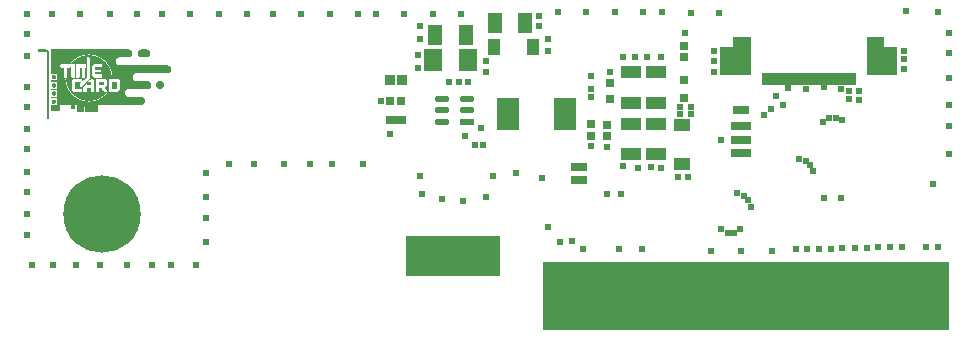
<source format=gbr>
G04*
G04 #@! TF.GenerationSoftware,Altium Limited,Altium Designer,24.2.2 (26)*
G04*
G04 Layer_Color=8388736*
%FSLAX25Y25*%
%MOIN*%
G70*
G04*
G04 #@! TF.SameCoordinates,DA759692-2FDC-47FD-B5D7-4F029464E4A9*
G04*
G04*
G04 #@! TF.FilePolarity,Negative*
G04*
G01*
G75*
%ADD14R,0.07500X0.10984*%
%ADD16R,0.02816X0.02648*%
%ADD17R,0.05315X0.04331*%
%ADD18R,0.02648X0.02816*%
G04:AMPARAMS|DCode=20|XSize=49.38mil|YSize=20.95mil|CornerRadius=10.48mil|HoleSize=0mil|Usage=FLASHONLY|Rotation=180.000|XOffset=0mil|YOffset=0mil|HoleType=Round|Shape=RoundedRectangle|*
%AMROUNDEDRECTD20*
21,1,0.04938,0.00000,0,0,180.0*
21,1,0.02843,0.02095,0,0,180.0*
1,1,0.02095,-0.01422,0.00000*
1,1,0.02095,0.01422,0.00000*
1,1,0.02095,0.01422,0.00000*
1,1,0.02095,-0.01422,0.00000*
%
%ADD20ROUNDEDRECTD20*%
%ADD21R,0.04938X0.02095*%
%ADD22R,0.06717X0.04349*%
%ADD23R,0.02648X0.02911*%
%ADD24R,0.02016X0.02288*%
%ADD25R,0.04546X0.06717*%
%ADD26R,0.02288X0.02016*%
%ADD30R,0.03150X0.03150*%
%ADD31R,0.02648X0.02631*%
%ADD32R,0.05924X0.07505*%
%ADD33R,0.02756X0.02756*%
%ADD34R,0.04331X0.05315*%
%ADD35R,0.31496X0.13583*%
%ADD36R,1.35433X0.23032*%
%ADD37R,0.01981X0.03950*%
%ADD38R,0.04737X0.04737*%
%ADD39R,0.03359X0.03162*%
%ADD40R,0.03359X0.03359*%
%ADD41R,0.03600X0.13400*%
%ADD42R,0.03600X0.17300*%
%ADD43R,0.02965X0.02769*%
%ADD44C,0.25800*%
%ADD45C,0.02400*%
G36*
X16547Y-321799D02*
X16661D01*
Y-321812D01*
X16724D01*
Y-321824D01*
X16762D01*
Y-321837D01*
X16813D01*
Y-321850D01*
X16864D01*
Y-321862D01*
X16889D01*
Y-321875D01*
X16927D01*
Y-321888D01*
X16953D01*
Y-321900D01*
X16978D01*
Y-321913D01*
X17016D01*
Y-321926D01*
X17029D01*
Y-321938D01*
X17054D01*
Y-321951D01*
X17080D01*
Y-321964D01*
X17105D01*
Y-321976D01*
X17130D01*
Y-321989D01*
X17143D01*
Y-322002D01*
X17168D01*
Y-322015D01*
X17181D01*
Y-322027D01*
X17194D01*
Y-322040D01*
X17219D01*
Y-322053D01*
X17232D01*
Y-322065D01*
X17257D01*
Y-322078D01*
X17270D01*
Y-322091D01*
X17282D01*
Y-322103D01*
X17295D01*
Y-322116D01*
X17308D01*
Y-322129D01*
X17321D01*
Y-322141D01*
X17346D01*
Y-322154D01*
X17359D01*
Y-322180D01*
X17384D01*
Y-322192D01*
X17397D01*
Y-322217D01*
X17409D01*
Y-322230D01*
X17422D01*
Y-322243D01*
X17435D01*
Y-322256D01*
X17447D01*
Y-322268D01*
X17460D01*
Y-322281D01*
X17473D01*
Y-322306D01*
X17485D01*
Y-322319D01*
X17498D01*
Y-322332D01*
X17511D01*
Y-322357D01*
X17524D01*
Y-322370D01*
X17536D01*
Y-322395D01*
X17549D01*
Y-322408D01*
X17562D01*
Y-322433D01*
X17574D01*
Y-322459D01*
X17587D01*
Y-322471D01*
X17600D01*
Y-322509D01*
X17612D01*
Y-322522D01*
X17625D01*
Y-322547D01*
X17638D01*
Y-322585D01*
X17650D01*
Y-322611D01*
X17663D01*
Y-322649D01*
X17676D01*
Y-322674D01*
X17688D01*
Y-322712D01*
X17701D01*
Y-322763D01*
X17714D01*
Y-322801D01*
X17727D01*
Y-322877D01*
X17739D01*
Y-322979D01*
X17752D01*
Y-323245D01*
X17739D01*
Y-323346D01*
X17727D01*
Y-323410D01*
X17714D01*
Y-323448D01*
X17701D01*
Y-323499D01*
X17688D01*
Y-323550D01*
X17676D01*
Y-323575D01*
X17663D01*
Y-323613D01*
X17650D01*
Y-323638D01*
X17638D01*
Y-323664D01*
X17625D01*
Y-323702D01*
X17612D01*
Y-323714D01*
X17600D01*
Y-323740D01*
X17587D01*
Y-323765D01*
X17574D01*
Y-323791D01*
X17562D01*
Y-323816D01*
X17549D01*
Y-323829D01*
X17536D01*
Y-323841D01*
X17524D01*
Y-323867D01*
X17511D01*
Y-323879D01*
X17498D01*
Y-323905D01*
X17485D01*
Y-323917D01*
X17473D01*
Y-323930D01*
X17460D01*
Y-323955D01*
X17447D01*
Y-323968D01*
X17435D01*
Y-323981D01*
X17422D01*
Y-323993D01*
X17409D01*
Y-324006D01*
X17397D01*
Y-324019D01*
X17384D01*
Y-324032D01*
X17371D01*
Y-324044D01*
X17359D01*
Y-324057D01*
X17346D01*
Y-324070D01*
X17333D01*
Y-324082D01*
X17321D01*
Y-324095D01*
X17308D01*
Y-324108D01*
X17295D01*
Y-324120D01*
X17282D01*
Y-324133D01*
X17270D01*
Y-324146D01*
X17244D01*
Y-324158D01*
X17232D01*
Y-324171D01*
X17219D01*
Y-324184D01*
X17194D01*
Y-324197D01*
X17181D01*
Y-324209D01*
X17156D01*
Y-324222D01*
X17143D01*
Y-324235D01*
X17118D01*
Y-324247D01*
X17092D01*
Y-324260D01*
X17080D01*
Y-324273D01*
X17054D01*
Y-324285D01*
X17029D01*
Y-324298D01*
X17003D01*
Y-324311D01*
X16978D01*
Y-324323D01*
X16953D01*
Y-324336D01*
X16927D01*
Y-324349D01*
X16877D01*
Y-324361D01*
X16851D01*
Y-324374D01*
X16813D01*
Y-324387D01*
X16762D01*
Y-324399D01*
X16712D01*
Y-324412D01*
X16648D01*
Y-324425D01*
X16559D01*
Y-324437D01*
X16534D01*
Y-324425D01*
X16521D01*
Y-324437D01*
X14784D01*
Y-324425D01*
X14771D01*
Y-324437D01*
X14745D01*
Y-324425D01*
X14657D01*
Y-324412D01*
X14581D01*
Y-324399D01*
X14542D01*
Y-324387D01*
X14492D01*
Y-324374D01*
X14441D01*
Y-324361D01*
X14416D01*
Y-324349D01*
X14378D01*
Y-324336D01*
X14352D01*
Y-324323D01*
X14327D01*
Y-324311D01*
X14289D01*
Y-324298D01*
X14276D01*
Y-324285D01*
X14251D01*
Y-324273D01*
X14225D01*
Y-324260D01*
X14200D01*
Y-324247D01*
X14175D01*
Y-324235D01*
X14162D01*
Y-324222D01*
X14137D01*
Y-324209D01*
X14124D01*
Y-324197D01*
X14098D01*
Y-324184D01*
X14086D01*
Y-324171D01*
X14073D01*
Y-324158D01*
X14048D01*
Y-324146D01*
X14035D01*
Y-324133D01*
X14022D01*
Y-324120D01*
X14010D01*
Y-324108D01*
X13997D01*
Y-324095D01*
X13984D01*
Y-324082D01*
X13972D01*
Y-324070D01*
X13946D01*
Y-324057D01*
X13934D01*
Y-324044D01*
X13921D01*
Y-324032D01*
X13908D01*
Y-324006D01*
X13895D01*
Y-323993D01*
X13883D01*
Y-323981D01*
X13870D01*
Y-323968D01*
X13857D01*
Y-323955D01*
X13845D01*
Y-323943D01*
X13832D01*
Y-323917D01*
X13819D01*
Y-323905D01*
X13807D01*
Y-323892D01*
X13794D01*
Y-323879D01*
X13781D01*
Y-323854D01*
X13769D01*
Y-323829D01*
X13756D01*
Y-323816D01*
X13743D01*
Y-323791D01*
X13731D01*
Y-323765D01*
X13718D01*
Y-323752D01*
X13705D01*
Y-323727D01*
X13692D01*
Y-323702D01*
X13680D01*
Y-323676D01*
X13667D01*
Y-323638D01*
X13654D01*
Y-323626D01*
X13642D01*
Y-323588D01*
X13629D01*
Y-323550D01*
X13616D01*
Y-323512D01*
X13604D01*
Y-323461D01*
X13591D01*
Y-323423D01*
X13578D01*
Y-323359D01*
X13566D01*
Y-323258D01*
X13553D01*
Y-323182D01*
X13540D01*
Y-323169D01*
X13553D01*
Y-323055D01*
X13540D01*
Y-323042D01*
X13553D01*
Y-322953D01*
X13566D01*
Y-322852D01*
X13578D01*
Y-322801D01*
X13591D01*
Y-322750D01*
X13604D01*
Y-322700D01*
X13616D01*
Y-322674D01*
X13629D01*
Y-322636D01*
X13642D01*
Y-322598D01*
X13654D01*
Y-322573D01*
X13667D01*
Y-322547D01*
X13680D01*
Y-322522D01*
X13692D01*
Y-322497D01*
X13705D01*
Y-322471D01*
X13718D01*
Y-322446D01*
X13731D01*
Y-322433D01*
X13743D01*
Y-322408D01*
X13756D01*
Y-322395D01*
X13769D01*
Y-322370D01*
X13781D01*
Y-322344D01*
X13794D01*
Y-322332D01*
X13807D01*
Y-322319D01*
X13819D01*
Y-322294D01*
X13832D01*
Y-322281D01*
X13845D01*
Y-322268D01*
X13857D01*
Y-322256D01*
X13870D01*
Y-322243D01*
X13883D01*
Y-322217D01*
X13895D01*
Y-322205D01*
X13908D01*
Y-322192D01*
X13921D01*
Y-322180D01*
X13934D01*
Y-322167D01*
X13946D01*
Y-322154D01*
X13959D01*
Y-322141D01*
X13972D01*
Y-322129D01*
X13984D01*
Y-322116D01*
X14010D01*
Y-322103D01*
X14022D01*
Y-322091D01*
X14035D01*
Y-322078D01*
X14048D01*
Y-322065D01*
X14060D01*
Y-322053D01*
X14086D01*
Y-322040D01*
X14098D01*
Y-322027D01*
X14111D01*
Y-322015D01*
X14137D01*
Y-322002D01*
X14162D01*
Y-321989D01*
X14175D01*
Y-321976D01*
X14200D01*
Y-321964D01*
X14213D01*
Y-321951D01*
X14238D01*
Y-321938D01*
X14276D01*
Y-321926D01*
X14289D01*
Y-321913D01*
X14314D01*
Y-321900D01*
X14352D01*
Y-321888D01*
X14378D01*
Y-321875D01*
X14416D01*
Y-321862D01*
X14441D01*
Y-321850D01*
X14479D01*
Y-321837D01*
X14530D01*
Y-321824D01*
X14568D01*
Y-321812D01*
X14644D01*
Y-321799D01*
X14758D01*
Y-321786D01*
X16547D01*
Y-321799D01*
D02*
G37*
G36*
X10445D02*
X10559D01*
Y-321812D01*
X10623D01*
Y-321824D01*
X10661D01*
Y-321837D01*
X10724D01*
Y-321850D01*
X10762D01*
Y-321862D01*
X10787D01*
Y-321875D01*
X10826D01*
Y-321888D01*
X10851D01*
Y-321900D01*
X10889D01*
Y-321913D01*
X10914D01*
Y-321926D01*
X10940D01*
Y-321938D01*
X10965D01*
Y-321951D01*
X10990D01*
Y-321964D01*
X11003D01*
Y-321976D01*
X11028D01*
Y-321989D01*
X11054D01*
Y-322002D01*
X11067D01*
Y-322015D01*
X11092D01*
Y-322027D01*
X11105D01*
Y-322040D01*
X11130D01*
Y-322053D01*
X11143D01*
Y-322065D01*
X11155D01*
Y-322078D01*
X11181D01*
Y-322091D01*
X11193D01*
Y-322103D01*
X11206D01*
Y-322116D01*
X11219D01*
Y-322129D01*
X11231D01*
Y-322141D01*
X11244D01*
Y-322154D01*
X11270D01*
Y-322180D01*
X11295D01*
Y-322192D01*
X11308D01*
Y-322217D01*
X11320D01*
Y-322230D01*
X11333D01*
Y-322243D01*
X11346D01*
Y-322256D01*
X11358D01*
Y-322268D01*
X11371D01*
Y-322281D01*
X11384D01*
Y-322306D01*
X11396D01*
Y-322319D01*
X11409D01*
Y-322332D01*
X11422D01*
Y-322344D01*
X11434D01*
Y-322370D01*
X11447D01*
Y-322382D01*
X11460D01*
Y-322408D01*
X11473D01*
Y-322433D01*
X11485D01*
Y-322446D01*
X11498D01*
Y-322471D01*
X11511D01*
Y-322497D01*
X11523D01*
Y-322522D01*
X11536D01*
Y-322547D01*
X11549D01*
Y-322573D01*
X11561D01*
Y-322598D01*
X11574D01*
Y-322636D01*
X11587D01*
Y-322661D01*
X11599D01*
Y-322700D01*
X11612D01*
Y-322750D01*
X11625D01*
Y-322788D01*
X11637D01*
Y-322852D01*
X11650D01*
Y-322928D01*
X11663D01*
Y-323029D01*
X11676D01*
Y-323182D01*
X11663D01*
Y-323296D01*
X11650D01*
Y-323372D01*
X11637D01*
Y-323435D01*
X11625D01*
Y-323473D01*
X11612D01*
Y-323524D01*
X11599D01*
Y-323562D01*
X11587D01*
Y-323588D01*
X11574D01*
Y-323626D01*
X11561D01*
Y-323651D01*
X11549D01*
Y-323676D01*
X11536D01*
Y-323714D01*
X11523D01*
Y-323727D01*
X11511D01*
Y-323752D01*
X11498D01*
Y-323778D01*
X11485D01*
Y-323791D01*
X11473D01*
Y-323816D01*
X11460D01*
Y-323829D01*
X11447D01*
Y-323854D01*
X11434D01*
Y-323879D01*
X11422D01*
Y-323892D01*
X11409D01*
Y-323905D01*
X11396D01*
Y-323917D01*
X11384D01*
Y-323930D01*
X11371D01*
Y-323955D01*
X11358D01*
Y-323968D01*
X11346D01*
Y-323981D01*
X11333D01*
Y-323993D01*
X11320D01*
Y-324006D01*
X11308D01*
Y-324019D01*
X11295D01*
Y-324032D01*
X11282D01*
Y-324044D01*
X11270D01*
Y-324057D01*
X11257D01*
Y-324070D01*
X11244D01*
Y-324082D01*
X11231D01*
Y-324095D01*
X11219D01*
Y-324108D01*
X11206D01*
Y-324120D01*
X11193D01*
Y-324133D01*
X11168D01*
Y-324146D01*
X11155D01*
Y-324158D01*
X11143D01*
Y-324171D01*
X11130D01*
Y-324184D01*
X11105D01*
Y-324197D01*
X11092D01*
Y-324209D01*
X11067D01*
Y-324222D01*
X11054D01*
Y-324235D01*
X11028D01*
Y-324247D01*
X11003D01*
Y-324260D01*
X10990D01*
Y-324273D01*
X10965D01*
Y-324285D01*
X10927D01*
Y-324298D01*
X10914D01*
Y-324311D01*
X10876D01*
Y-324323D01*
X10851D01*
Y-324336D01*
X10826D01*
Y-324349D01*
X10787D01*
Y-324361D01*
X10762D01*
Y-324374D01*
X10711D01*
Y-324387D01*
X10661D01*
Y-324399D01*
X10623D01*
Y-324412D01*
X10534D01*
Y-324425D01*
X10445D01*
Y-324437D01*
X10420D01*
Y-324425D01*
X10407D01*
Y-324437D01*
X7413D01*
Y-324450D01*
X7312D01*
Y-324463D01*
X7261D01*
Y-324476D01*
X7210D01*
Y-324488D01*
X7159D01*
Y-324501D01*
X7134D01*
Y-324514D01*
X7083D01*
Y-324526D01*
X7058D01*
Y-324539D01*
X7033D01*
Y-324552D01*
X6995D01*
Y-324564D01*
X6969D01*
Y-324577D01*
X6944D01*
Y-324590D01*
X6918D01*
Y-324602D01*
X6906D01*
Y-324615D01*
X6868D01*
Y-324628D01*
X6855D01*
Y-324640D01*
X6830D01*
Y-324653D01*
X6804D01*
Y-324666D01*
X6792D01*
Y-324678D01*
X6779D01*
Y-324691D01*
X6753D01*
Y-324704D01*
X6741D01*
Y-324717D01*
X6728D01*
Y-324729D01*
X6703D01*
Y-324742D01*
X6690D01*
Y-324755D01*
X6677D01*
Y-324767D01*
X6665D01*
Y-324780D01*
X6652D01*
Y-324793D01*
X6627D01*
Y-324818D01*
X6601D01*
Y-324831D01*
X6589D01*
Y-324843D01*
X6576D01*
Y-324856D01*
X6563D01*
Y-324882D01*
X6550D01*
Y-324894D01*
X6538D01*
Y-324907D01*
X6525D01*
Y-324920D01*
X6513D01*
Y-324932D01*
X6500D01*
Y-324958D01*
X6487D01*
Y-324970D01*
X6474D01*
Y-324983D01*
X6462D01*
Y-325008D01*
X6449D01*
Y-325021D01*
X6436D01*
Y-325034D01*
X6424D01*
Y-325059D01*
X6411D01*
Y-325084D01*
X6398D01*
Y-325110D01*
X6386D01*
Y-325122D01*
X6373D01*
Y-325148D01*
X6360D01*
Y-325173D01*
X6348D01*
Y-325199D01*
X6335D01*
Y-325224D01*
X6322D01*
Y-325262D01*
X6310D01*
Y-325287D01*
X6297D01*
Y-325325D01*
X6284D01*
Y-325363D01*
X6272D01*
Y-325402D01*
X6259D01*
Y-325452D01*
X6246D01*
Y-325490D01*
X6233D01*
Y-325579D01*
X6221D01*
Y-325922D01*
X6233D01*
Y-326010D01*
X6246D01*
Y-326061D01*
X6259D01*
Y-326112D01*
X6272D01*
Y-326150D01*
X6284D01*
Y-326188D01*
X6297D01*
Y-326226D01*
X6310D01*
Y-326252D01*
X6322D01*
Y-326290D01*
X6335D01*
Y-326315D01*
X6348D01*
Y-326340D01*
X6360D01*
Y-326366D01*
X6373D01*
Y-326391D01*
X6386D01*
Y-326404D01*
X6398D01*
Y-326429D01*
X6411D01*
Y-326442D01*
X6424D01*
Y-326467D01*
X6436D01*
Y-326493D01*
X6449D01*
Y-326505D01*
X6462D01*
Y-326531D01*
X6474D01*
Y-326543D01*
X6487D01*
Y-326556D01*
X6500D01*
Y-326581D01*
X6513D01*
Y-326594D01*
X6525D01*
Y-326607D01*
X6538D01*
Y-326619D01*
X6550D01*
Y-326632D01*
X6563D01*
Y-326645D01*
X6576D01*
Y-326658D01*
X6589D01*
Y-326670D01*
X6601D01*
Y-326683D01*
X6614D01*
Y-326695D01*
X6627D01*
Y-326708D01*
X6639D01*
Y-326721D01*
X6652D01*
Y-326734D01*
X6665D01*
Y-326746D01*
X6677D01*
Y-326759D01*
X6703D01*
Y-326784D01*
X6728D01*
Y-326797D01*
X6741D01*
Y-326810D01*
X6766D01*
Y-326822D01*
X6779D01*
Y-326835D01*
X6792D01*
Y-326848D01*
X6817D01*
Y-326860D01*
X6842D01*
Y-326873D01*
X6855D01*
Y-326886D01*
X6880D01*
Y-326899D01*
X6893D01*
Y-326911D01*
X6918D01*
Y-326924D01*
X6956D01*
Y-326937D01*
X6969D01*
Y-326949D01*
X7007D01*
Y-326962D01*
X7033D01*
Y-326975D01*
X7058D01*
Y-326987D01*
X7096D01*
Y-327000D01*
X7134D01*
Y-327013D01*
X7172D01*
Y-327025D01*
X7223D01*
Y-327038D01*
X7261D01*
Y-327051D01*
X7337D01*
Y-327063D01*
X7451D01*
Y-327076D01*
X23448D01*
Y-327089D01*
X23562D01*
Y-327101D01*
X23613D01*
Y-327114D01*
X23663D01*
Y-327127D01*
X23727D01*
Y-327139D01*
X23752D01*
Y-327152D01*
X23790D01*
Y-327165D01*
X23828D01*
Y-327178D01*
X23854D01*
Y-327190D01*
X23892D01*
Y-327203D01*
X23904D01*
Y-327216D01*
X23942D01*
Y-327228D01*
X23968D01*
Y-327241D01*
X23980D01*
Y-327254D01*
X24006D01*
Y-327266D01*
X24031D01*
Y-327279D01*
X24044D01*
Y-327292D01*
X24069D01*
Y-327304D01*
X24082D01*
Y-327317D01*
X24107D01*
Y-327330D01*
X24120D01*
Y-327343D01*
X24145D01*
Y-327355D01*
X24158D01*
Y-327368D01*
X24171D01*
Y-327380D01*
X24183D01*
Y-327393D01*
X24209D01*
Y-327406D01*
X24221D01*
Y-327419D01*
X24234D01*
Y-327431D01*
X24247D01*
Y-327444D01*
X24260D01*
Y-327457D01*
X24272D01*
Y-327469D01*
X24285D01*
Y-327482D01*
X24298D01*
Y-327495D01*
X24310D01*
Y-327507D01*
X24323D01*
Y-327520D01*
X24336D01*
Y-327533D01*
X24348D01*
Y-327545D01*
X24361D01*
Y-327571D01*
X24374D01*
Y-327584D01*
X24386D01*
Y-327596D01*
X24399D01*
Y-327622D01*
X24412D01*
Y-327634D01*
X24424D01*
Y-327647D01*
X24437D01*
Y-327672D01*
X24450D01*
Y-327685D01*
X24463D01*
Y-327710D01*
X24475D01*
Y-327723D01*
X24488D01*
Y-327748D01*
X24501D01*
Y-327774D01*
X24513D01*
Y-327799D01*
X24526D01*
Y-327824D01*
X24539D01*
Y-327850D01*
X24551D01*
Y-327875D01*
X24564D01*
Y-327913D01*
X24577D01*
Y-327926D01*
X24589D01*
Y-327964D01*
X24602D01*
Y-328015D01*
X24615D01*
Y-328053D01*
X24627D01*
Y-328104D01*
X24640D01*
Y-328167D01*
X24653D01*
Y-328243D01*
X24666D01*
Y-328573D01*
X24653D01*
Y-328624D01*
X24640D01*
Y-328700D01*
X24627D01*
Y-328751D01*
X24615D01*
Y-328789D01*
X24602D01*
Y-328827D01*
X24589D01*
Y-328865D01*
X24577D01*
Y-328890D01*
X24564D01*
Y-328928D01*
X24551D01*
Y-328954D01*
X24539D01*
Y-328979D01*
X24526D01*
Y-329004D01*
X24513D01*
Y-329030D01*
X24501D01*
Y-329055D01*
X24488D01*
Y-329068D01*
X24475D01*
Y-329093D01*
X24463D01*
Y-329118D01*
X24450D01*
Y-329131D01*
X24437D01*
Y-329144D01*
X24424D01*
Y-329169D01*
X24412D01*
Y-329182D01*
X24399D01*
Y-329207D01*
X24386D01*
Y-329220D01*
X24374D01*
Y-329233D01*
X24361D01*
Y-329245D01*
X24348D01*
Y-329258D01*
X24336D01*
Y-329283D01*
X24323D01*
Y-329296D01*
X24310D01*
Y-329309D01*
X24298D01*
Y-329321D01*
X24285D01*
Y-329334D01*
X24272D01*
Y-329347D01*
X24260D01*
Y-329360D01*
X24247D01*
Y-329372D01*
X24234D01*
Y-329385D01*
X24209D01*
Y-329398D01*
X24196D01*
Y-329410D01*
X24183D01*
Y-329423D01*
X24171D01*
Y-329436D01*
X24158D01*
Y-329448D01*
X24133D01*
Y-329461D01*
X24120D01*
Y-329474D01*
X24107D01*
Y-329486D01*
X24082D01*
Y-329499D01*
X24057D01*
Y-329512D01*
X24044D01*
Y-329524D01*
X24018D01*
Y-329537D01*
X24006D01*
Y-329550D01*
X23980D01*
Y-329562D01*
X23955D01*
Y-329575D01*
X23930D01*
Y-329588D01*
X23904D01*
Y-329601D01*
X23866D01*
Y-329613D01*
X23854D01*
Y-329626D01*
X23816D01*
Y-329639D01*
X23777D01*
Y-329651D01*
X23752D01*
Y-329664D01*
X23701D01*
Y-329677D01*
X23663D01*
Y-329689D01*
X23600D01*
Y-329702D01*
X23524D01*
Y-329715D01*
X23448D01*
Y-329727D01*
X12957D01*
Y-329740D01*
X12881D01*
Y-329753D01*
X12817D01*
Y-329765D01*
X12754D01*
Y-329778D01*
X12728D01*
Y-329791D01*
X12678D01*
Y-329803D01*
X12640D01*
Y-329816D01*
X12614D01*
Y-329829D01*
X12576D01*
Y-329842D01*
X12551D01*
Y-329854D01*
X12525D01*
Y-329867D01*
X12500D01*
Y-329880D01*
X12475D01*
Y-329892D01*
X12449D01*
Y-329905D01*
X12424D01*
Y-329918D01*
X12411D01*
Y-329930D01*
X12386D01*
Y-329943D01*
X12373D01*
Y-329956D01*
X12348D01*
Y-329968D01*
X12335D01*
Y-329981D01*
X12323D01*
Y-329994D01*
X12297D01*
Y-330007D01*
X12284D01*
Y-330019D01*
X12272D01*
Y-330032D01*
X12246D01*
Y-330045D01*
X12234D01*
Y-330057D01*
X12221D01*
Y-330070D01*
X12208D01*
Y-330083D01*
X12196D01*
Y-330095D01*
X12183D01*
Y-330108D01*
X12170D01*
Y-330121D01*
X12158D01*
Y-330133D01*
X12145D01*
Y-330146D01*
X12132D01*
Y-330159D01*
X12120D01*
Y-330171D01*
X12107D01*
Y-330184D01*
X12094D01*
Y-330197D01*
X12081D01*
Y-330209D01*
X12069D01*
Y-330235D01*
X12056D01*
Y-330247D01*
X12043D01*
Y-330260D01*
X12031D01*
Y-330273D01*
X12018D01*
Y-330298D01*
X12005D01*
Y-330311D01*
X11993D01*
Y-330336D01*
X11980D01*
Y-330362D01*
X11967D01*
Y-330374D01*
X11955D01*
Y-330400D01*
X11942D01*
Y-330425D01*
X11929D01*
Y-330438D01*
X11917D01*
Y-330476D01*
X11904D01*
Y-330501D01*
X11891D01*
Y-330514D01*
X11879D01*
Y-330552D01*
X11866D01*
Y-330577D01*
X11853D01*
Y-330615D01*
X11840D01*
Y-330666D01*
X11828D01*
Y-330692D01*
X11815D01*
Y-330755D01*
X11802D01*
Y-330831D01*
X11790D01*
Y-330882D01*
X11777D01*
Y-331212D01*
X11790D01*
Y-331262D01*
X11802D01*
Y-331338D01*
X11815D01*
Y-331389D01*
X11828D01*
Y-331427D01*
X11840D01*
Y-331465D01*
X11853D01*
Y-331503D01*
X11866D01*
Y-331529D01*
X11879D01*
Y-331567D01*
X11891D01*
Y-331592D01*
X11904D01*
Y-331617D01*
X11917D01*
Y-331643D01*
X11929D01*
Y-331668D01*
X11942D01*
Y-331694D01*
X11955D01*
Y-331719D01*
X11967D01*
Y-331732D01*
X11980D01*
Y-331757D01*
X11993D01*
Y-331770D01*
X12005D01*
Y-331795D01*
X12018D01*
Y-331808D01*
X12031D01*
Y-331821D01*
X12043D01*
Y-331846D01*
X12056D01*
Y-331859D01*
X12069D01*
Y-331871D01*
X12081D01*
Y-331897D01*
X12107D01*
Y-331922D01*
X12120D01*
Y-331935D01*
X12132D01*
Y-331947D01*
X12145D01*
Y-331960D01*
X12158D01*
Y-331973D01*
X12170D01*
Y-331985D01*
X12183D01*
Y-331998D01*
X12196D01*
Y-332011D01*
X12208D01*
Y-332024D01*
X12221D01*
Y-332036D01*
X12246D01*
Y-332049D01*
X12259D01*
Y-332062D01*
X12272D01*
Y-332074D01*
X12284D01*
Y-332087D01*
X12310D01*
Y-332100D01*
X12323D01*
Y-332112D01*
X12335D01*
Y-332125D01*
X12360D01*
Y-332138D01*
X12386D01*
Y-332150D01*
X12399D01*
Y-332163D01*
X12424D01*
Y-332176D01*
X12437D01*
Y-332188D01*
X12462D01*
Y-332201D01*
X12487D01*
Y-332214D01*
X12513D01*
Y-332226D01*
X12538D01*
Y-332239D01*
X12563D01*
Y-332252D01*
X12589D01*
Y-332264D01*
X12627D01*
Y-332277D01*
X12665D01*
Y-332290D01*
X12690D01*
Y-332302D01*
X12741D01*
Y-332315D01*
X12779D01*
Y-332328D01*
X12830D01*
Y-332341D01*
X12919D01*
Y-332353D01*
X12982D01*
Y-332366D01*
X16838D01*
Y-332379D01*
X16927D01*
Y-332391D01*
X16991D01*
Y-332404D01*
X17041D01*
Y-332417D01*
X17080D01*
Y-332429D01*
X17118D01*
Y-332442D01*
X17168D01*
Y-332455D01*
X17194D01*
Y-332468D01*
X17232D01*
Y-332480D01*
X17257D01*
Y-332493D01*
X17282D01*
Y-332505D01*
X17308D01*
Y-332518D01*
X17333D01*
Y-332531D01*
X17359D01*
Y-332544D01*
X17384D01*
Y-332556D01*
X17397D01*
Y-332569D01*
X17422D01*
Y-332582D01*
X17435D01*
Y-332594D01*
X17460D01*
Y-332607D01*
X17473D01*
Y-332620D01*
X17485D01*
Y-332632D01*
X17511D01*
Y-332645D01*
X17524D01*
Y-332658D01*
X17536D01*
Y-332670D01*
X17562D01*
Y-332683D01*
X17574D01*
Y-332696D01*
X17587D01*
Y-332709D01*
X17600D01*
Y-332721D01*
X17612D01*
Y-332734D01*
X17625D01*
Y-332747D01*
X17638D01*
Y-332759D01*
X17650D01*
Y-332772D01*
X17663D01*
Y-332785D01*
X17676D01*
Y-332797D01*
X17688D01*
Y-332810D01*
X17701D01*
Y-332823D01*
X17714D01*
Y-332835D01*
X17727D01*
Y-332848D01*
X17739D01*
Y-332873D01*
X17752D01*
Y-332886D01*
X17765D01*
Y-332899D01*
X17777D01*
Y-332911D01*
X17790D01*
Y-332937D01*
X17803D01*
Y-332949D01*
X17815D01*
Y-332975D01*
X17828D01*
Y-332988D01*
X17841D01*
Y-333013D01*
X17853D01*
Y-333026D01*
X17866D01*
Y-333064D01*
X17879D01*
Y-333076D01*
X17891D01*
Y-333102D01*
X17904D01*
Y-333140D01*
X17917D01*
Y-333153D01*
X17930D01*
Y-333190D01*
X17942D01*
Y-333229D01*
X17955D01*
Y-333254D01*
X17967D01*
Y-333292D01*
X17980D01*
Y-333330D01*
X17993D01*
Y-333381D01*
X18006D01*
Y-333444D01*
X18018D01*
Y-333508D01*
X18031D01*
Y-333863D01*
X18018D01*
Y-333926D01*
X18006D01*
Y-333990D01*
X17993D01*
Y-334040D01*
X17980D01*
Y-334079D01*
X17967D01*
Y-334129D01*
X17955D01*
Y-334155D01*
X17942D01*
Y-334193D01*
X17930D01*
Y-334218D01*
X17917D01*
Y-334243D01*
X17904D01*
Y-334281D01*
X17891D01*
Y-334294D01*
X17879D01*
Y-334319D01*
X17866D01*
Y-334345D01*
X17853D01*
Y-334370D01*
X17841D01*
Y-334383D01*
X17828D01*
Y-334408D01*
X17815D01*
Y-334421D01*
X17803D01*
Y-334446D01*
X17790D01*
Y-334459D01*
X17777D01*
Y-334472D01*
X17765D01*
Y-334497D01*
X17752D01*
Y-334510D01*
X17739D01*
Y-334523D01*
X17727D01*
Y-334548D01*
X17714D01*
Y-334561D01*
X17701D01*
Y-334573D01*
X17688D01*
Y-334586D01*
X17676D01*
Y-334599D01*
X17663D01*
Y-334611D01*
X17650D01*
Y-334624D01*
X17638D01*
Y-334637D01*
X17625D01*
Y-334649D01*
X17612D01*
Y-334662D01*
X17600D01*
Y-334675D01*
X17587D01*
Y-334687D01*
X17574D01*
Y-334700D01*
X17549D01*
Y-334713D01*
X17536D01*
Y-334725D01*
X17524D01*
Y-334738D01*
X17498D01*
Y-334751D01*
X17485D01*
Y-334764D01*
X17473D01*
Y-334776D01*
X17447D01*
Y-334789D01*
X17435D01*
Y-334802D01*
X17409D01*
Y-334814D01*
X17384D01*
Y-334827D01*
X17371D01*
Y-334840D01*
X17346D01*
Y-334852D01*
X17321D01*
Y-334865D01*
X17295D01*
Y-334878D01*
X17270D01*
Y-334890D01*
X17244D01*
Y-334903D01*
X17206D01*
Y-334916D01*
X17181D01*
Y-334928D01*
X17143D01*
Y-334941D01*
X17105D01*
Y-334954D01*
X17067D01*
Y-334966D01*
X17029D01*
Y-334979D01*
X16965D01*
Y-334992D01*
X16902D01*
Y-335005D01*
X16788D01*
Y-335017D01*
X10623D01*
Y-335005D01*
X10610D01*
Y-335017D01*
X10458D01*
Y-335030D01*
X10394D01*
Y-335043D01*
X10318D01*
Y-335055D01*
X10280D01*
Y-335068D01*
X10242D01*
Y-335081D01*
X10191D01*
Y-335093D01*
X10166D01*
Y-335106D01*
X10128D01*
Y-335119D01*
X10090D01*
Y-335131D01*
X10077D01*
Y-335144D01*
X10039D01*
Y-335157D01*
X10014D01*
Y-335170D01*
X10001D01*
Y-335182D01*
X9963D01*
Y-335195D01*
X9950D01*
Y-335208D01*
X9925D01*
Y-335220D01*
X9900D01*
Y-335233D01*
X9887D01*
Y-335246D01*
X9874D01*
Y-335258D01*
X9849D01*
Y-335271D01*
X9836D01*
Y-335284D01*
X9811D01*
Y-335296D01*
X9798D01*
Y-335309D01*
X9785D01*
Y-335322D01*
X9773D01*
Y-335334D01*
X9760D01*
Y-335347D01*
X9735D01*
Y-335360D01*
X9722D01*
Y-335372D01*
X9709D01*
Y-335385D01*
X9697D01*
Y-335398D01*
X9684D01*
Y-335410D01*
X9671D01*
Y-335423D01*
X9658D01*
Y-335436D01*
X9646D01*
Y-335449D01*
X9633D01*
Y-335461D01*
X9620D01*
Y-335487D01*
X9608D01*
Y-335499D01*
X9595D01*
Y-335512D01*
X9582D01*
Y-335525D01*
X9570D01*
Y-335550D01*
X9557D01*
Y-335563D01*
X9544D01*
Y-335575D01*
X9532D01*
Y-335588D01*
X9519D01*
Y-335613D01*
X9506D01*
Y-335639D01*
X9494D01*
Y-335651D01*
X9481D01*
Y-335677D01*
X9468D01*
Y-335702D01*
X9455D01*
Y-335715D01*
X9443D01*
Y-335740D01*
X9430D01*
Y-335766D01*
X9418D01*
Y-335791D01*
X9405D01*
Y-335829D01*
X9392D01*
Y-335855D01*
X9379D01*
Y-335893D01*
X9367D01*
Y-335931D01*
X9354D01*
Y-335969D01*
X9341D01*
Y-336019D01*
X9329D01*
Y-336057D01*
X9316D01*
Y-336134D01*
X9303D01*
Y-336527D01*
X9316D01*
Y-336603D01*
X9329D01*
Y-336654D01*
X9341D01*
Y-336704D01*
X9354D01*
Y-336742D01*
X9367D01*
Y-336781D01*
X9379D01*
Y-336819D01*
X9392D01*
Y-336831D01*
X9405D01*
Y-336869D01*
X9418D01*
Y-336895D01*
X9430D01*
Y-336920D01*
X9443D01*
Y-336945D01*
X9455D01*
Y-336971D01*
X9468D01*
Y-336996D01*
X9481D01*
Y-337009D01*
X9494D01*
Y-337034D01*
X9506D01*
Y-337047D01*
X9519D01*
Y-337072D01*
X9532D01*
Y-337085D01*
X9544D01*
Y-337110D01*
X9557D01*
Y-337123D01*
X9570D01*
Y-337136D01*
X9582D01*
Y-337161D01*
X9595D01*
Y-337174D01*
X9608D01*
Y-337187D01*
X9620D01*
Y-337199D01*
X9633D01*
Y-337212D01*
X9646D01*
Y-337225D01*
X9658D01*
Y-337237D01*
X9671D01*
Y-337250D01*
X9684D01*
Y-337263D01*
X9697D01*
Y-337275D01*
X9709D01*
Y-337288D01*
X9722D01*
Y-337301D01*
X9735D01*
Y-337313D01*
X9747D01*
Y-337326D01*
X9760D01*
Y-337339D01*
X9773D01*
Y-337351D01*
X9798D01*
Y-337364D01*
X9811D01*
Y-337377D01*
X9823D01*
Y-337389D01*
X9849D01*
Y-337402D01*
X9861D01*
Y-337415D01*
X9887D01*
Y-337427D01*
X9900D01*
Y-337440D01*
X9925D01*
Y-337453D01*
X9938D01*
Y-337466D01*
X9963D01*
Y-337478D01*
X9988D01*
Y-337491D01*
X10014D01*
Y-337504D01*
X10026D01*
Y-337516D01*
X10064D01*
Y-337529D01*
X10077D01*
Y-337542D01*
X10115D01*
Y-337554D01*
X10153D01*
Y-337567D01*
X10179D01*
Y-337580D01*
X10217D01*
Y-337592D01*
X10255D01*
Y-337605D01*
X10306D01*
Y-337618D01*
X10369D01*
Y-337631D01*
X10420D01*
Y-337643D01*
X10572D01*
Y-337656D01*
X14733D01*
Y-337668D01*
X14796D01*
Y-337681D01*
X14872D01*
Y-337694D01*
X14923D01*
Y-337707D01*
X14961D01*
Y-337719D01*
X14999D01*
Y-337732D01*
X15037D01*
Y-337745D01*
X15075D01*
Y-337757D01*
X15101D01*
Y-337770D01*
X15126D01*
Y-337783D01*
X15151D01*
Y-337795D01*
X15177D01*
Y-337808D01*
X15202D01*
Y-337821D01*
X15227D01*
Y-337833D01*
X15253D01*
Y-337846D01*
X15266D01*
Y-337859D01*
X15291D01*
Y-337872D01*
X15304D01*
Y-337884D01*
X15329D01*
Y-337897D01*
X15342D01*
Y-337910D01*
X15367D01*
Y-337922D01*
X15380D01*
Y-337935D01*
X15392D01*
Y-337948D01*
X15418D01*
Y-337960D01*
X15430D01*
Y-337973D01*
X15443D01*
Y-337986D01*
X15456D01*
Y-337998D01*
X15469D01*
Y-338011D01*
X15494D01*
Y-338024D01*
X15507D01*
Y-338036D01*
X15519D01*
Y-338049D01*
X15532D01*
Y-338062D01*
X15545D01*
Y-338074D01*
X15557D01*
Y-338087D01*
X15570D01*
Y-338112D01*
X15583D01*
Y-338125D01*
X15595D01*
Y-338138D01*
X15608D01*
Y-338151D01*
X15621D01*
Y-338163D01*
X15633D01*
Y-338189D01*
X15646D01*
Y-338201D01*
X15659D01*
Y-338214D01*
X15671D01*
Y-338239D01*
X15684D01*
Y-338252D01*
X15697D01*
Y-338277D01*
X15710D01*
Y-338303D01*
X15722D01*
Y-338316D01*
X15735D01*
Y-338341D01*
X15748D01*
Y-338366D01*
X15760D01*
Y-338392D01*
X15773D01*
Y-338417D01*
X15786D01*
Y-338442D01*
X15798D01*
Y-338468D01*
X15811D01*
Y-338506D01*
X15824D01*
Y-338531D01*
X15836D01*
Y-338582D01*
X15849D01*
Y-338607D01*
X15862D01*
Y-338658D01*
X15874D01*
Y-338721D01*
X15887D01*
Y-338785D01*
X15900D01*
Y-338950D01*
X15913D01*
Y-339001D01*
X15900D01*
Y-339178D01*
X15887D01*
Y-339229D01*
X15874D01*
Y-339292D01*
X15862D01*
Y-339356D01*
X15849D01*
Y-339381D01*
X15836D01*
Y-339432D01*
X15824D01*
Y-339457D01*
X15811D01*
Y-339495D01*
X15798D01*
Y-339533D01*
X15786D01*
Y-339546D01*
X15773D01*
Y-339584D01*
X15760D01*
Y-339609D01*
X15748D01*
Y-339622D01*
X15735D01*
Y-339648D01*
X15722D01*
Y-339673D01*
X15710D01*
Y-339698D01*
X15697D01*
Y-339724D01*
X15684D01*
Y-339736D01*
X15671D01*
Y-339762D01*
X15659D01*
Y-339774D01*
X15646D01*
Y-339787D01*
X15633D01*
Y-339812D01*
X15621D01*
Y-339825D01*
X15608D01*
Y-339838D01*
X15595D01*
Y-339863D01*
X15583D01*
Y-339876D01*
X15570D01*
Y-339889D01*
X15557D01*
Y-339901D01*
X15545D01*
Y-339914D01*
X15532D01*
Y-339927D01*
X15519D01*
Y-339939D01*
X15507D01*
Y-339952D01*
X15494D01*
Y-339965D01*
X15481D01*
Y-339977D01*
X15469D01*
Y-339990D01*
X15456D01*
Y-340003D01*
X15443D01*
Y-340015D01*
X15430D01*
Y-340028D01*
X15418D01*
Y-340041D01*
X15405D01*
Y-340053D01*
X15392D01*
Y-340066D01*
X15367D01*
Y-340079D01*
X15354D01*
Y-340091D01*
X15342D01*
Y-340104D01*
X15329D01*
Y-340117D01*
X15304D01*
Y-340129D01*
X15291D01*
Y-340142D01*
X15266D01*
Y-340155D01*
X15240D01*
Y-340168D01*
X15227D01*
Y-340180D01*
X15202D01*
Y-340193D01*
X15177D01*
Y-340206D01*
X15151D01*
Y-340218D01*
X15126D01*
Y-340231D01*
X15101D01*
Y-340244D01*
X15075D01*
Y-340256D01*
X15024D01*
Y-340269D01*
X14986D01*
Y-340282D01*
X14923D01*
Y-340294D01*
X347D01*
Y-340307D01*
X322D01*
Y-340320D01*
X297D01*
Y-340333D01*
X271D01*
Y-340345D01*
X258D01*
Y-340358D01*
X246D01*
Y-340383D01*
X233D01*
Y-340396D01*
X221D01*
Y-340421D01*
X208D01*
Y-342413D01*
X195D01*
Y-342451D01*
X182D01*
Y-342476D01*
X170D01*
Y-342502D01*
X157D01*
Y-342514D01*
X144D01*
Y-342527D01*
X119D01*
Y-342540D01*
X106D01*
Y-342552D01*
X56D01*
Y-342565D01*
X-3813D01*
Y-342552D01*
X-3852D01*
Y-342540D01*
X-3877D01*
Y-342527D01*
X-3890D01*
Y-342514D01*
X-3902D01*
Y-342502D01*
X-3915D01*
Y-342489D01*
X-3928D01*
Y-342464D01*
X-3940D01*
Y-342451D01*
X-3953D01*
Y-341208D01*
X-3966D01*
Y-341170D01*
X-3979D01*
Y-341144D01*
X-3991D01*
Y-341119D01*
X-4004D01*
Y-341106D01*
X-4016D01*
Y-341094D01*
X-4042D01*
Y-341081D01*
X-4055D01*
Y-341068D01*
X-4093D01*
Y-341056D01*
X-4194D01*
Y-341068D01*
X-4232D01*
Y-341081D01*
X-4245D01*
Y-341094D01*
X-4270D01*
Y-341106D01*
X-4283D01*
Y-341119D01*
X-4296D01*
Y-341144D01*
X-4308D01*
Y-341157D01*
X-4321D01*
Y-341220D01*
X-4334D01*
Y-342451D01*
X-4346D01*
Y-342464D01*
X-4359D01*
Y-342489D01*
X-4372D01*
Y-342502D01*
X-4384D01*
Y-342514D01*
X-4397D01*
Y-342527D01*
X-4410D01*
Y-342540D01*
X-4435D01*
Y-342552D01*
X-4473D01*
Y-342565D01*
X-6452D01*
Y-342552D01*
X-6503D01*
Y-342540D01*
X-6516D01*
Y-342527D01*
X-6541D01*
Y-342514D01*
X-6554D01*
Y-342502D01*
X-6566D01*
Y-342476D01*
X-6579D01*
Y-342464D01*
X-6592D01*
Y-342413D01*
X-6604D01*
Y-340586D01*
X-6617D01*
Y-340548D01*
X-6630D01*
Y-340510D01*
X-6642D01*
Y-340497D01*
X-6655D01*
Y-340472D01*
X-6668D01*
Y-340447D01*
X-6680D01*
Y-340434D01*
X-6693D01*
Y-340421D01*
X-6706D01*
Y-340409D01*
X-6718D01*
Y-340396D01*
X-6731D01*
Y-340383D01*
X-6744D01*
Y-340370D01*
X-6769D01*
Y-340358D01*
X-6782D01*
Y-340345D01*
X-6807D01*
Y-340333D01*
X-6833D01*
Y-340320D01*
X-6871D01*
Y-340307D01*
X-6921D01*
Y-340294D01*
X-7036D01*
Y-340307D01*
X-7074D01*
Y-340320D01*
X-7124D01*
Y-340333D01*
X-7150D01*
Y-340345D01*
X-7163D01*
Y-340358D01*
X-7188D01*
Y-340370D01*
X-7213D01*
Y-340383D01*
X-7226D01*
Y-340396D01*
X-7239D01*
Y-340409D01*
X-7251D01*
Y-340421D01*
X-7264D01*
Y-340434D01*
X-7277D01*
Y-340459D01*
X-7289D01*
Y-340472D01*
X-7302D01*
Y-340497D01*
X-7315D01*
Y-340523D01*
X-7327D01*
Y-340548D01*
X-7340D01*
Y-340612D01*
X-7353D01*
Y-341652D01*
X-7366D01*
Y-341690D01*
X-7378D01*
Y-341715D01*
X-7391D01*
Y-341728D01*
X-7403D01*
Y-341741D01*
X-7416D01*
Y-341753D01*
X-7429D01*
Y-341766D01*
X-7454D01*
Y-341779D01*
X-7492D01*
Y-341791D01*
X-8736D01*
Y-341779D01*
X-8774D01*
Y-341766D01*
X-8786D01*
Y-341753D01*
X-8812D01*
Y-341741D01*
X-8824D01*
Y-341728D01*
X-8837D01*
Y-341703D01*
X-8850D01*
Y-341690D01*
X-8862D01*
Y-341639D01*
X-8875D01*
Y-340434D01*
X-8888D01*
Y-340396D01*
X-8900D01*
Y-340370D01*
X-8913D01*
Y-340358D01*
X-8926D01*
Y-340345D01*
X-8939D01*
Y-340333D01*
X-8951D01*
Y-340320D01*
X-8989D01*
Y-340307D01*
X-9015D01*
Y-340294D01*
X-12135D01*
Y-340307D01*
X-12161D01*
Y-340320D01*
X-12186D01*
Y-340333D01*
X-12211D01*
Y-340358D01*
X-12237D01*
Y-340383D01*
X-12249D01*
Y-340409D01*
X-12262D01*
Y-340434D01*
X-12275D01*
Y-342185D01*
X-15294D01*
Y-340358D01*
X-13340D01*
Y-340345D01*
X-13328D01*
Y-338138D01*
X-13340D01*
Y-338125D01*
X-15294D01*
Y-337618D01*
X-13340D01*
Y-337605D01*
X-13328D01*
Y-335385D01*
X-13340D01*
Y-335372D01*
X-13353D01*
Y-335385D01*
X-15281D01*
Y-335372D01*
X-15294D01*
Y-334878D01*
X-13340D01*
Y-334865D01*
X-13328D01*
Y-332632D01*
X-15294D01*
Y-332138D01*
X-15281D01*
Y-332125D01*
X-13328D01*
Y-329892D01*
X-15294D01*
Y-321786D01*
X10445D01*
Y-321799D01*
D02*
G37*
G36*
X262066Y-317589D02*
X262118Y-317599D01*
X262167Y-317616D01*
X262214Y-317639D01*
X262258Y-317669D01*
X262297Y-317703D01*
X262332Y-317742D01*
X262361Y-317786D01*
X262384Y-317833D01*
X262401Y-317883D01*
X262411Y-317934D01*
X262415Y-317986D01*
Y-320932D01*
X266345D01*
X266397Y-320936D01*
X266448Y-320946D01*
X266498Y-320963D01*
X266545Y-320986D01*
X266589Y-321015D01*
X266628Y-321049D01*
X266663Y-321089D01*
X266692Y-321132D01*
X266715Y-321180D01*
X266732Y-321229D01*
X266742Y-321281D01*
X266745Y-321333D01*
Y-329994D01*
X266742Y-330047D01*
X266732Y-330098D01*
X266715Y-330148D01*
X266692Y-330195D01*
X266663Y-330238D01*
X266628Y-330278D01*
X266589Y-330312D01*
X266545Y-330342D01*
X266498Y-330365D01*
X266448Y-330382D01*
X266397Y-330392D01*
X266345Y-330395D01*
X256896D01*
X256843Y-330392D01*
X256792Y-330382D01*
X256742Y-330365D01*
X256695Y-330342D01*
X256652Y-330312D01*
X256612Y-330278D01*
X256578Y-330238D01*
X256549Y-330195D01*
X256525Y-330148D01*
X256509Y-330098D01*
X256498Y-330047D01*
X256495Y-329994D01*
Y-317987D01*
X256495Y-317986D01*
X256498Y-317934D01*
X256509Y-317883D01*
X256525Y-317833D01*
X256549Y-317786D01*
X256578Y-317742D01*
X256612Y-317703D01*
X256652Y-317669D01*
X256695Y-317639D01*
X256742Y-317616D01*
X256792Y-317599D01*
X256843Y-317589D01*
X256896Y-317586D01*
X262014D01*
X262066Y-317589D01*
D02*
G37*
G36*
X217578D02*
X217630Y-317599D01*
X217679Y-317616D01*
X217726Y-317639D01*
X217770Y-317669D01*
X217809Y-317703D01*
X217844Y-317742D01*
X217873Y-317786D01*
X217896Y-317833D01*
X217913Y-317883D01*
X217923Y-317934D01*
X217927Y-317986D01*
Y-329994D01*
X217923Y-330047D01*
X217913Y-330098D01*
X217896Y-330148D01*
X217873Y-330195D01*
X217844Y-330238D01*
X217809Y-330278D01*
X217809Y-330278D01*
X217770Y-330312D01*
X217726Y-330342D01*
X217679Y-330365D01*
X217630Y-330382D01*
X217578Y-330392D01*
X217526Y-330395D01*
X208077D01*
X208025Y-330392D01*
X207973Y-330382D01*
X207924Y-330365D01*
X207876Y-330342D01*
X207833Y-330312D01*
X207793Y-330278D01*
X207759Y-330238D01*
X207730Y-330195D01*
X207707Y-330148D01*
X207690Y-330098D01*
X207680Y-330047D01*
X207676Y-329994D01*
Y-321333D01*
X207680Y-321281D01*
X207690Y-321229D01*
X207707Y-321180D01*
X207730Y-321132D01*
X207759Y-321089D01*
X207793Y-321049D01*
X207793Y-321049D01*
X207833Y-321015D01*
X207876Y-320986D01*
X207924Y-320963D01*
X207973Y-320946D01*
X208025Y-320936D01*
X208077Y-320932D01*
X212007D01*
Y-317986D01*
X212010Y-317934D01*
X212020Y-317883D01*
X212037Y-317833D01*
X212060Y-317786D01*
X212090Y-317742D01*
X212124Y-317703D01*
X212164Y-317669D01*
X212207Y-317639D01*
X212254Y-317616D01*
X212304Y-317599D01*
X212355Y-317589D01*
X212408Y-317586D01*
X217526D01*
X217578Y-317589D01*
D02*
G37*
G36*
X-14330Y-330260D02*
X-14292D01*
Y-330273D01*
X-14228D01*
Y-330286D01*
X-14190D01*
Y-330298D01*
X-14165D01*
Y-330311D01*
X-14127D01*
Y-330324D01*
X-14101D01*
Y-330336D01*
X-14089D01*
Y-330349D01*
X-14063D01*
Y-330362D01*
X-14051D01*
Y-330374D01*
X-14025D01*
Y-330387D01*
X-14000D01*
Y-330400D01*
X-13987D01*
Y-330412D01*
X-13975D01*
Y-330425D01*
X-13962D01*
Y-330438D01*
X-13937D01*
Y-330451D01*
X-13924D01*
Y-330463D01*
X-13911D01*
Y-330476D01*
X-13898D01*
Y-330488D01*
X-13886D01*
Y-330501D01*
X-13873D01*
Y-330527D01*
X-13860D01*
Y-330539D01*
X-13848D01*
Y-330552D01*
X-13835D01*
Y-330577D01*
X-13822D01*
Y-330590D01*
X-13810D01*
Y-330615D01*
X-13797D01*
Y-330628D01*
X-13784D01*
Y-330653D01*
X-13772D01*
Y-330679D01*
X-13759D01*
Y-330704D01*
X-13746D01*
Y-330742D01*
X-13734D01*
Y-330780D01*
X-13721D01*
Y-330806D01*
X-13708D01*
Y-330882D01*
X-13696D01*
Y-330971D01*
X-13683D01*
Y-331059D01*
X-13696D01*
Y-331136D01*
X-13708D01*
Y-331212D01*
X-13721D01*
Y-331237D01*
X-13734D01*
Y-331288D01*
X-13746D01*
Y-331313D01*
X-13759D01*
Y-331338D01*
X-13772D01*
Y-331364D01*
X-13784D01*
Y-331389D01*
X-13797D01*
Y-331402D01*
X-13810D01*
Y-331427D01*
X-13822D01*
Y-331440D01*
X-13835D01*
Y-331453D01*
Y-331465D01*
X-13848D01*
Y-331478D01*
X-13860D01*
Y-331491D01*
X-13873D01*
Y-331516D01*
X-13886D01*
Y-331529D01*
X-13898D01*
Y-331541D01*
X-13911D01*
Y-331554D01*
X-13924D01*
Y-331567D01*
X-13937D01*
Y-331579D01*
X-13949D01*
Y-331592D01*
X-13975D01*
Y-331605D01*
X-13987D01*
Y-331617D01*
X-14000D01*
Y-331630D01*
X-14013D01*
Y-331643D01*
X-14038D01*
Y-331656D01*
X-14063D01*
Y-331668D01*
X-14076D01*
Y-331681D01*
X-14114D01*
Y-331694D01*
X-14127D01*
Y-331706D01*
X-14152D01*
Y-331719D01*
X-14203D01*
Y-331732D01*
X-14216D01*
Y-331744D01*
X-14279D01*
Y-331757D01*
X-14368D01*
Y-331770D01*
X-14533D01*
Y-331757D01*
X-14634D01*
Y-331744D01*
X-14685D01*
Y-331732D01*
X-14710D01*
Y-331719D01*
X-14749D01*
Y-331706D01*
X-14774D01*
Y-331694D01*
X-14799D01*
Y-331681D01*
X-14825D01*
Y-331668D01*
X-14837D01*
Y-331656D01*
X-14863D01*
Y-331643D01*
X-14888D01*
Y-331630D01*
X-14901D01*
Y-331617D01*
X-14926D01*
Y-331605D01*
X-14939D01*
Y-331592D01*
X-14951D01*
Y-331579D01*
X-14964D01*
Y-331567D01*
X-14977D01*
Y-331554D01*
X-14989D01*
Y-331541D01*
X-15002D01*
Y-331529D01*
X-15015D01*
Y-331516D01*
X-15028D01*
Y-331503D01*
X-15040D01*
Y-331491D01*
X-15053D01*
Y-331465D01*
X-15066D01*
Y-331453D01*
X-15078D01*
Y-331427D01*
X-15091D01*
Y-331415D01*
X-15104D01*
Y-331389D01*
X-15116D01*
Y-331364D01*
X-15129D01*
Y-331351D01*
X-15142D01*
Y-331326D01*
X-15154D01*
Y-331288D01*
X-15167D01*
Y-331262D01*
X-15180D01*
Y-331212D01*
X-15192D01*
Y-331173D01*
X-15205D01*
Y-331085D01*
X-15218D01*
Y-330945D01*
X-15205D01*
Y-330844D01*
X-15192D01*
Y-330806D01*
X-15180D01*
Y-330755D01*
X-15167D01*
Y-330730D01*
X-15154D01*
Y-330704D01*
X-15142D01*
Y-330666D01*
X-15129D01*
Y-330653D01*
X-15116D01*
Y-330628D01*
X-15104D01*
Y-330603D01*
X-15091D01*
Y-330590D01*
X-15078D01*
Y-330565D01*
X-15066D01*
Y-330552D01*
X-15053D01*
Y-330539D01*
X-15040D01*
Y-330514D01*
X-15028D01*
Y-330501D01*
X-15015D01*
Y-330488D01*
X-15002D01*
Y-330476D01*
X-14989D01*
Y-330463D01*
X-14977D01*
Y-330451D01*
X-14964D01*
Y-330438D01*
X-14951D01*
Y-330425D01*
X-14939D01*
Y-330412D01*
X-14913D01*
Y-330400D01*
X-14901D01*
Y-330387D01*
X-14888D01*
Y-330374D01*
X-14863D01*
Y-330362D01*
X-14850D01*
Y-330349D01*
X-14825D01*
Y-330336D01*
X-14799D01*
Y-330324D01*
X-14774D01*
Y-330311D01*
X-14736D01*
Y-330298D01*
X-14710D01*
Y-330286D01*
X-14672D01*
Y-330273D01*
X-14609D01*
Y-330260D01*
X-14571D01*
Y-330247D01*
X-14330D01*
Y-330260D01*
D02*
G37*
G36*
X-14368Y-333000D02*
X-14317D01*
Y-333013D01*
X-14241D01*
Y-333026D01*
X-14190D01*
Y-333038D01*
X-14178D01*
Y-333051D01*
X-14140D01*
Y-333064D01*
X-14114D01*
Y-333076D01*
X-14089D01*
Y-333089D01*
X-14063D01*
Y-333102D01*
X-14051D01*
Y-333114D01*
X-14025D01*
Y-333127D01*
X-14013D01*
Y-333140D01*
X-14000D01*
Y-333153D01*
X-13975D01*
Y-333165D01*
X-13962D01*
Y-333178D01*
X-13949D01*
Y-333190D01*
X-13937D01*
Y-333203D01*
X-13924D01*
Y-333216D01*
X-13911D01*
Y-333229D01*
X-13898D01*
Y-333241D01*
X-13886D01*
Y-333254D01*
X-13873D01*
Y-333267D01*
X-13860D01*
Y-333279D01*
X-13848D01*
Y-333292D01*
X-13835D01*
Y-333317D01*
X-13822D01*
Y-333330D01*
X-13810D01*
Y-333355D01*
X-13797D01*
Y-333368D01*
X-13784D01*
Y-333394D01*
X-13772D01*
Y-333432D01*
X-13759D01*
Y-333444D01*
X-13746D01*
Y-333482D01*
X-13734D01*
Y-333520D01*
X-13721D01*
Y-333546D01*
X-13708D01*
Y-333622D01*
X-13696D01*
Y-333711D01*
X-13683D01*
Y-333799D01*
X-13696D01*
Y-333876D01*
X-13708D01*
Y-333952D01*
X-13721D01*
Y-333977D01*
X-13734D01*
Y-334028D01*
X-13746D01*
Y-334066D01*
X-13759D01*
Y-334079D01*
X-13772D01*
Y-334117D01*
X-13784D01*
Y-334129D01*
X-13797D01*
Y-334155D01*
X-13810D01*
Y-334180D01*
X-13822D01*
Y-334193D01*
X-13835D01*
Y-334205D01*
X-13848D01*
Y-334231D01*
X-13860D01*
Y-334243D01*
X-13873D01*
Y-334256D01*
X-13886D01*
Y-334269D01*
X-13898D01*
Y-334281D01*
X-13911D01*
Y-334294D01*
X-13924D01*
Y-334307D01*
X-13937D01*
Y-334319D01*
X-13949D01*
Y-334332D01*
X-13962D01*
Y-334345D01*
X-13975D01*
Y-334358D01*
X-14000D01*
Y-334370D01*
X-14013D01*
Y-334383D01*
X-14038D01*
Y-334396D01*
X-14051D01*
Y-334408D01*
X-14063D01*
Y-334421D01*
X-14101D01*
Y-334434D01*
X-14127D01*
Y-334446D01*
X-14140D01*
Y-334459D01*
X-14178D01*
Y-334472D01*
X-14216D01*
Y-334485D01*
X-14254D01*
Y-334497D01*
X-14330D01*
Y-334510D01*
X-14393D01*
Y-334523D01*
X-14520D01*
Y-334510D01*
X-14571D01*
Y-334497D01*
X-14647D01*
Y-334485D01*
X-14698D01*
Y-334472D01*
X-14723D01*
Y-334459D01*
X-14761D01*
Y-334446D01*
X-14774D01*
Y-334434D01*
X-14812D01*
Y-334421D01*
X-14837D01*
Y-334408D01*
X-14850D01*
Y-334396D01*
X-14875D01*
Y-334383D01*
X-14888D01*
Y-334370D01*
X-14901D01*
Y-334358D01*
X-14926D01*
Y-334345D01*
X-14939D01*
Y-334332D01*
X-14951D01*
Y-334319D01*
X-14964D01*
Y-334307D01*
X-14977D01*
Y-334294D01*
X-14989D01*
Y-334281D01*
X-15002D01*
Y-334269D01*
X-15015D01*
Y-334256D01*
X-15028D01*
Y-334243D01*
X-15040D01*
Y-334231D01*
X-15053D01*
Y-334218D01*
X-15066D01*
Y-334193D01*
X-15078D01*
Y-334180D01*
X-15091D01*
Y-334167D01*
X-15104D01*
Y-334142D01*
X-15116D01*
Y-334117D01*
X-15129D01*
Y-334091D01*
X-15142D01*
Y-334066D01*
X-15154D01*
Y-334028D01*
X-15167D01*
Y-334002D01*
X-15180D01*
Y-333952D01*
X-15192D01*
Y-333926D01*
X-15205D01*
Y-333825D01*
X-15218D01*
Y-333685D01*
X-15205D01*
Y-333584D01*
X-15192D01*
Y-333558D01*
X-15180D01*
Y-333495D01*
X-15167D01*
Y-333470D01*
X-15154D01*
Y-333444D01*
X-15142D01*
Y-333406D01*
X-15129D01*
Y-333394D01*
X-15116D01*
Y-333368D01*
X-15104D01*
Y-333343D01*
X-15091D01*
Y-333330D01*
X-15078D01*
Y-333305D01*
X-15066D01*
Y-333292D01*
X-15053D01*
Y-333279D01*
X-15040D01*
Y-333254D01*
X-15015D01*
Y-333229D01*
X-15002D01*
Y-333216D01*
X-14989D01*
Y-333203D01*
X-14977D01*
Y-333190D01*
X-14964D01*
Y-333178D01*
X-14939D01*
Y-333165D01*
X-14926D01*
Y-333153D01*
X-14913D01*
Y-333140D01*
X-14901D01*
Y-333127D01*
X-14875D01*
Y-333114D01*
X-14863D01*
Y-333102D01*
X-14837D01*
Y-333089D01*
X-14812D01*
Y-333076D01*
X-14799D01*
Y-333064D01*
X-14761D01*
Y-333051D01*
X-14723D01*
Y-333038D01*
X-14710D01*
Y-333026D01*
X-14660D01*
Y-333013D01*
X-14596D01*
Y-333000D01*
X-14546D01*
Y-332988D01*
X-14368D01*
Y-333000D01*
D02*
G37*
G36*
X21101Y-332379D02*
X21190D01*
Y-332391D01*
X21240D01*
Y-332404D01*
X21304D01*
Y-332417D01*
X21342D01*
Y-332429D01*
X21380D01*
Y-332442D01*
X21418D01*
Y-332455D01*
X21443D01*
Y-332468D01*
X21481D01*
Y-332480D01*
X21507D01*
Y-332493D01*
X21532D01*
Y-332505D01*
X21570D01*
Y-332518D01*
X21583D01*
Y-332531D01*
X21608D01*
Y-332544D01*
X21634D01*
Y-332556D01*
X21646D01*
Y-332569D01*
X21672D01*
Y-332582D01*
X21697D01*
Y-332594D01*
X21710D01*
Y-332607D01*
X21735D01*
Y-332620D01*
X21748D01*
Y-332632D01*
X21760D01*
Y-332645D01*
X21786D01*
Y-332658D01*
X21799D01*
Y-332670D01*
X21811D01*
Y-332683D01*
X21824D01*
Y-332696D01*
X21837D01*
Y-332709D01*
X21862D01*
Y-332721D01*
X21875D01*
Y-332734D01*
X21887D01*
Y-332747D01*
X21900D01*
Y-332759D01*
X21913D01*
Y-332772D01*
X21925D01*
Y-332785D01*
X21938D01*
Y-332797D01*
X21951D01*
Y-332823D01*
X21963D01*
Y-332835D01*
X21976D01*
Y-332848D01*
X21989D01*
Y-332861D01*
X22002D01*
Y-332886D01*
X22014D01*
Y-332899D01*
X22027D01*
Y-332911D01*
X22040D01*
Y-332924D01*
X22052D01*
Y-332949D01*
X22065D01*
Y-332962D01*
X22078D01*
Y-332988D01*
X22090D01*
Y-333013D01*
X22103D01*
Y-333026D01*
X22116D01*
Y-333051D01*
X22128D01*
Y-333076D01*
X22141D01*
Y-333089D01*
X22154D01*
Y-333127D01*
X22166D01*
Y-333153D01*
X22179D01*
Y-333178D01*
X22192D01*
Y-333216D01*
X22205D01*
Y-333241D01*
X22217D01*
Y-333279D01*
X22230D01*
Y-333330D01*
X22243D01*
Y-333368D01*
X22255D01*
Y-333419D01*
X22268D01*
Y-333508D01*
X22281D01*
Y-333584D01*
X22293D01*
Y-333799D01*
X22281D01*
Y-333876D01*
X22268D01*
Y-333952D01*
X22255D01*
Y-333977D01*
Y-333990D01*
Y-334015D01*
X22243D01*
Y-334053D01*
X22230D01*
Y-334104D01*
X22217D01*
Y-334129D01*
X22205D01*
Y-334167D01*
X22192D01*
Y-334205D01*
X22179D01*
Y-334231D01*
X22166D01*
Y-334256D01*
X22154D01*
Y-334281D01*
X22141D01*
Y-334307D01*
X22128D01*
Y-334332D01*
X22116D01*
Y-334345D01*
X22103D01*
Y-334370D01*
X22090D01*
Y-334396D01*
X22078D01*
Y-334408D01*
X22065D01*
Y-334434D01*
X22052D01*
Y-334446D01*
X22040D01*
Y-334459D01*
X22027D01*
Y-334485D01*
X22014D01*
Y-334497D01*
X22002D01*
Y-334510D01*
X21989D01*
Y-334535D01*
X21976D01*
Y-334548D01*
X21963D01*
Y-334561D01*
X21951D01*
Y-334573D01*
X21938D01*
Y-334586D01*
X21925D01*
Y-334599D01*
X21913D01*
Y-334611D01*
X21900D01*
Y-334624D01*
X21887D01*
Y-334637D01*
X21875D01*
Y-334649D01*
X21862D01*
Y-334662D01*
X21849D01*
Y-334675D01*
X21837D01*
Y-334687D01*
X21824D01*
Y-334700D01*
X21799D01*
Y-334713D01*
X21786D01*
Y-334725D01*
X21773D01*
Y-334738D01*
X21760D01*
Y-334751D01*
X21735D01*
Y-334764D01*
X21723D01*
Y-334776D01*
X21697D01*
Y-334789D01*
X21684D01*
Y-334802D01*
X21659D01*
Y-334814D01*
X21634D01*
Y-334827D01*
X21621D01*
Y-334840D01*
X21596D01*
Y-334852D01*
X21570D01*
Y-334865D01*
X21557D01*
Y-334878D01*
X21520D01*
Y-334890D01*
X21494D01*
Y-334903D01*
X21469D01*
Y-334916D01*
X21431D01*
Y-334928D01*
X21405D01*
Y-334941D01*
X21355D01*
Y-334954D01*
X21317D01*
Y-334966D01*
X21279D01*
Y-334979D01*
X21202D01*
Y-334992D01*
X21164D01*
Y-335005D01*
X21050D01*
Y-335017D01*
X20834D01*
Y-335005D01*
X20720D01*
Y-334992D01*
X20670D01*
Y-334979D01*
X20606D01*
Y-334966D01*
X20555D01*
Y-334954D01*
X20517D01*
Y-334941D01*
X20479D01*
Y-334928D01*
X20441D01*
Y-334916D01*
X20416D01*
Y-334903D01*
X20378D01*
Y-334890D01*
X20365D01*
Y-334878D01*
X20327D01*
Y-334865D01*
X20302D01*
Y-334852D01*
X20289D01*
Y-334840D01*
X20251D01*
Y-334827D01*
X20238D01*
Y-334814D01*
X20213D01*
Y-334802D01*
X20188D01*
Y-334789D01*
X20175D01*
Y-334776D01*
X20162D01*
Y-334764D01*
X20137D01*
Y-334751D01*
X20124D01*
Y-334738D01*
X20099D01*
Y-334725D01*
X20086D01*
Y-334713D01*
X20073D01*
Y-334700D01*
X20061D01*
Y-334687D01*
X20048D01*
Y-334675D01*
X20023D01*
Y-334662D01*
X20010D01*
Y-334649D01*
X19997D01*
Y-334637D01*
X19985D01*
Y-334624D01*
X19972D01*
Y-334611D01*
X19959D01*
Y-334599D01*
X19947D01*
Y-334586D01*
X19934D01*
Y-334573D01*
X19921D01*
Y-334548D01*
X19908D01*
Y-334535D01*
X19896D01*
Y-334523D01*
X19883D01*
Y-334510D01*
X19870D01*
Y-334497D01*
X19858D01*
Y-334472D01*
X19845D01*
Y-334459D01*
X19832D01*
Y-334434D01*
X19820D01*
Y-334421D01*
X19807D01*
Y-334408D01*
X19794D01*
Y-334383D01*
X19782D01*
Y-334358D01*
X19769D01*
Y-334345D01*
X19756D01*
Y-334319D01*
X19744D01*
Y-334294D01*
X19731D01*
Y-334269D01*
X19718D01*
Y-334243D01*
X19705D01*
Y-334218D01*
X19693D01*
Y-334180D01*
X19680D01*
Y-334155D01*
X19667D01*
Y-334117D01*
X19655D01*
Y-334079D01*
X19642D01*
Y-334040D01*
X19629D01*
Y-333990D01*
X19617D01*
Y-333926D01*
X19604D01*
Y-333850D01*
X19591D01*
Y-333520D01*
X19604D01*
Y-333457D01*
X19617D01*
Y-333394D01*
X19629D01*
Y-333330D01*
X19642D01*
Y-333305D01*
X19655D01*
Y-333254D01*
X19667D01*
Y-333216D01*
X19680D01*
Y-333190D01*
X19693D01*
Y-333153D01*
X19705D01*
Y-333140D01*
X19718D01*
Y-333102D01*
X19731D01*
Y-333076D01*
X19744D01*
Y-333064D01*
X19756D01*
Y-333038D01*
X19769D01*
Y-333013D01*
X19782D01*
Y-333000D01*
X19794D01*
Y-332975D01*
X19807D01*
Y-332962D01*
X19820D01*
Y-332937D01*
X19832D01*
Y-332911D01*
X19845D01*
Y-332899D01*
X19858D01*
Y-332886D01*
X19870D01*
Y-332873D01*
X19883D01*
Y-332848D01*
X19896D01*
Y-332835D01*
X19908D01*
Y-332823D01*
X19921D01*
Y-332810D01*
X19934D01*
Y-332797D01*
X19947D01*
Y-332785D01*
X19959D01*
Y-332772D01*
X19972D01*
Y-332759D01*
X19985D01*
Y-332747D01*
X19997D01*
Y-332734D01*
X20010D01*
Y-332721D01*
X20023D01*
Y-332709D01*
X20035D01*
Y-332696D01*
X20048D01*
Y-332683D01*
X20061D01*
Y-332670D01*
X20086D01*
Y-332658D01*
X20099D01*
Y-332645D01*
X20111D01*
Y-332632D01*
X20137D01*
Y-332620D01*
X20149D01*
Y-332607D01*
X20162D01*
Y-332594D01*
X20188D01*
Y-332582D01*
X20200D01*
Y-332569D01*
X20226D01*
Y-332556D01*
X20238D01*
Y-332544D01*
X20276D01*
Y-332531D01*
X20289D01*
Y-332518D01*
X20314D01*
Y-332505D01*
X20340D01*
Y-332493D01*
X20365D01*
Y-332480D01*
X20391D01*
Y-332468D01*
X20428D01*
Y-332455D01*
X20454D01*
Y-332442D01*
X20492D01*
Y-332429D01*
X20543D01*
Y-332417D01*
X20581D01*
Y-332404D01*
X20631D01*
Y-332391D01*
X20695D01*
Y-332379D01*
X20784D01*
Y-332366D01*
X21101D01*
Y-332379D01*
D02*
G37*
G36*
X-14317Y-335753D02*
X-14266D01*
Y-335766D01*
X-14216D01*
Y-335778D01*
X-14178D01*
Y-335791D01*
X-14152D01*
Y-335804D01*
X-14114D01*
Y-335816D01*
X-14101D01*
Y-335829D01*
X-14076D01*
Y-335842D01*
X-14051D01*
Y-335855D01*
X-14038D01*
Y-335867D01*
X-14013D01*
Y-335880D01*
X-14000D01*
Y-335893D01*
X-13975D01*
Y-335905D01*
X-13962D01*
Y-335918D01*
X-13949D01*
Y-335931D01*
X-13937D01*
Y-335943D01*
X-13924D01*
Y-335956D01*
X-13911D01*
Y-335969D01*
X-13898D01*
Y-335981D01*
X-13886D01*
Y-335994D01*
X-13873D01*
Y-336007D01*
X-13860D01*
Y-336019D01*
X-13848D01*
Y-336045D01*
X-13835D01*
Y-336057D01*
X-13822D01*
Y-336070D01*
X-13810D01*
Y-336095D01*
X-13797D01*
Y-336121D01*
X-13784D01*
Y-336146D01*
X-13772D01*
Y-336172D01*
X-13759D01*
Y-336184D01*
X-13746D01*
Y-336222D01*
X-13734D01*
Y-336273D01*
X-13721D01*
Y-336298D01*
X-13708D01*
Y-336375D01*
X-13696D01*
Y-336451D01*
X-13683D01*
Y-336540D01*
X-13696D01*
Y-336616D01*
X-13708D01*
Y-336704D01*
X-13721D01*
Y-336730D01*
X-13734D01*
Y-336768D01*
X-13746D01*
Y-336806D01*
X-13759D01*
Y-336831D01*
X-13772D01*
Y-336857D01*
X-13784D01*
Y-336882D01*
X-13797D01*
Y-336895D01*
X-13810D01*
Y-336920D01*
X-13822D01*
Y-336933D01*
X-13835D01*
Y-336958D01*
X-13848D01*
Y-336971D01*
X-13860D01*
Y-336983D01*
X-13873D01*
Y-336996D01*
X-13886D01*
Y-337009D01*
X-13898D01*
Y-337022D01*
X-13911D01*
Y-337034D01*
X-13924D01*
Y-337047D01*
X-13937D01*
Y-337060D01*
X-13949D01*
Y-337072D01*
X-13962D01*
Y-337085D01*
X-13975D01*
Y-337098D01*
X-13987D01*
Y-337110D01*
X-14013D01*
Y-337123D01*
X-14025D01*
Y-337136D01*
X-14051D01*
Y-337148D01*
X-14063D01*
Y-337161D01*
X-14089D01*
Y-337174D01*
X-14114D01*
Y-337187D01*
X-14140D01*
Y-337199D01*
X-14178D01*
Y-337212D01*
X-14203D01*
Y-337225D01*
X-14241D01*
Y-337237D01*
X-14304D01*
Y-337250D01*
X-14355D01*
Y-337263D01*
X-14546D01*
Y-337250D01*
X-14596D01*
Y-337237D01*
X-14660D01*
Y-337225D01*
X-14698D01*
Y-337212D01*
X-14736D01*
Y-337199D01*
X-14761D01*
Y-337187D01*
X-14786D01*
Y-337174D01*
X-14812D01*
Y-337161D01*
X-14837D01*
Y-337148D01*
X-14850D01*
Y-337136D01*
X-14875D01*
Y-337123D01*
X-14901D01*
Y-337110D01*
X-14913D01*
Y-337098D01*
X-14926D01*
Y-337085D01*
X-14939D01*
Y-337072D01*
X-14964D01*
Y-337060D01*
X-14977D01*
Y-337047D01*
X-14989D01*
Y-337034D01*
X-15002D01*
Y-337022D01*
X-15015D01*
Y-337009D01*
X-15028D01*
Y-336983D01*
X-15040D01*
Y-336971D01*
X-15053D01*
Y-336958D01*
X-15066D01*
Y-336945D01*
X-15078D01*
Y-336920D01*
X-15091D01*
Y-336907D01*
X-15104D01*
Y-336882D01*
X-15116D01*
Y-336857D01*
X-15129D01*
Y-336844D01*
X-15142D01*
Y-336806D01*
X-15154D01*
Y-336781D01*
X-15167D01*
Y-336755D01*
X-15180D01*
Y-336692D01*
X-15192D01*
Y-336666D01*
X-15205D01*
Y-336565D01*
X-15218D01*
Y-336425D01*
X-15205D01*
Y-336336D01*
X-15192D01*
Y-336298D01*
X-15180D01*
Y-336248D01*
X-15167D01*
Y-336210D01*
X-15154D01*
Y-336184D01*
X-15142D01*
Y-336159D01*
X-15129D01*
Y-336134D01*
X-15116D01*
Y-336108D01*
X-15104D01*
Y-336095D01*
X-15091D01*
Y-336070D01*
X-15078D01*
Y-336057D01*
X-15066D01*
Y-336032D01*
X-15053D01*
Y-336019D01*
X-15040D01*
Y-336007D01*
X-15028D01*
Y-335994D01*
X-15015D01*
Y-335981D01*
X-15002D01*
Y-335969D01*
X-14989D01*
Y-335956D01*
X-14977D01*
Y-335943D01*
X-14964D01*
Y-335931D01*
X-14951D01*
Y-335918D01*
X-14939D01*
Y-335905D01*
X-14926D01*
Y-335893D01*
X-14901D01*
Y-335880D01*
X-14888D01*
Y-335867D01*
X-14875D01*
Y-335855D01*
X-14850D01*
Y-335842D01*
X-14837D01*
Y-335829D01*
X-14799D01*
Y-335816D01*
X-14786D01*
Y-335804D01*
X-14749D01*
Y-335791D01*
X-14723D01*
Y-335778D01*
X-14698D01*
Y-335766D01*
X-14634D01*
Y-335753D01*
X-14596D01*
Y-335740D01*
X-14317D01*
Y-335753D01*
D02*
G37*
G36*
Y-338493D02*
X-14292D01*
Y-338506D01*
X-14216D01*
Y-338519D01*
X-14190D01*
Y-338531D01*
X-14165D01*
Y-338544D01*
X-14127D01*
Y-338557D01*
X-14114D01*
Y-338569D01*
X-14076D01*
Y-338582D01*
X-14063D01*
Y-338595D01*
X-14038D01*
Y-338607D01*
X-14013D01*
Y-338620D01*
X-14000D01*
Y-338633D01*
X-13987D01*
Y-338645D01*
X-13975D01*
Y-338658D01*
X-13949D01*
Y-338671D01*
X-13937D01*
Y-338683D01*
X-13924D01*
Y-338696D01*
X-13911D01*
Y-338709D01*
X-13898D01*
Y-338721D01*
X-13886D01*
Y-338734D01*
X-13873D01*
Y-338759D01*
X-13860D01*
Y-338772D01*
X-13848D01*
Y-338785D01*
X-13835D01*
Y-338797D01*
X-13822D01*
Y-338823D01*
X-13810D01*
Y-338848D01*
X-13797D01*
Y-338861D01*
X-13784D01*
Y-338886D01*
X-13772D01*
Y-338912D01*
X-13759D01*
Y-338937D01*
X-13746D01*
Y-338975D01*
X-13734D01*
Y-339013D01*
X-13721D01*
Y-339039D01*
X-13708D01*
Y-339127D01*
X-13696D01*
Y-339204D01*
X-13683D01*
Y-339280D01*
X-13696D01*
Y-339356D01*
X-13708D01*
Y-339444D01*
X-13721D01*
Y-339470D01*
X-13734D01*
Y-339508D01*
X-13746D01*
Y-339546D01*
X-13759D01*
Y-339571D01*
X-13772D01*
Y-339597D01*
X-13784D01*
Y-339622D01*
X-13797D01*
Y-339635D01*
X-13810D01*
Y-339660D01*
X-13822D01*
Y-339673D01*
X-13835D01*
Y-339698D01*
X-13848D01*
Y-339711D01*
X-13860D01*
Y-339724D01*
X-13873D01*
Y-339749D01*
X-13886D01*
Y-339762D01*
X-13898D01*
Y-339774D01*
X-13911D01*
Y-339787D01*
X-13924D01*
Y-339800D01*
X-13937D01*
Y-339812D01*
X-13962D01*
Y-339825D01*
X-13975D01*
Y-339838D01*
X-13987D01*
Y-339850D01*
X-14000D01*
Y-339863D01*
X-14025D01*
Y-339876D01*
X-14038D01*
Y-339889D01*
X-14063D01*
Y-339901D01*
X-14076D01*
Y-339914D01*
X-14114D01*
Y-339927D01*
X-14127D01*
Y-339939D01*
X-14165D01*
Y-339952D01*
X-14203D01*
Y-339965D01*
X-14228D01*
Y-339977D01*
X-14292D01*
Y-339990D01*
X-14330D01*
Y-340003D01*
X-14571D01*
Y-339990D01*
X-14622D01*
Y-339977D01*
X-14672D01*
Y-339965D01*
X-14710D01*
Y-339952D01*
X-14736D01*
Y-339939D01*
X-14774D01*
Y-339927D01*
X-14786D01*
Y-339914D01*
X-14825D01*
Y-339901D01*
X-14850D01*
Y-339889D01*
X-14863D01*
Y-339876D01*
X-14888D01*
Y-339863D01*
X-14901D01*
Y-339850D01*
X-14913D01*
Y-339838D01*
X-14939D01*
Y-339812D01*
X-14964D01*
Y-339800D01*
X-14977D01*
Y-339787D01*
X-14989D01*
Y-339774D01*
X-15002D01*
Y-339762D01*
X-15015D01*
Y-339749D01*
X-15028D01*
Y-339736D01*
X-15040D01*
Y-339711D01*
X-15053D01*
Y-339698D01*
X-15066D01*
Y-339686D01*
X-15078D01*
Y-339660D01*
X-15091D01*
Y-339648D01*
X-15104D01*
Y-339622D01*
X-15116D01*
Y-339597D01*
X-15129D01*
Y-339584D01*
X-15142D01*
Y-339546D01*
X-15154D01*
Y-339521D01*
X-15167D01*
Y-339495D01*
X-15180D01*
Y-339444D01*
X-15192D01*
Y-339406D01*
X-15205D01*
Y-339305D01*
X-15218D01*
Y-339178D01*
X-15205D01*
Y-339077D01*
X-15192D01*
Y-339039D01*
X-15180D01*
Y-338988D01*
X-15167D01*
Y-338962D01*
X-15154D01*
Y-338937D01*
X-15142D01*
Y-338899D01*
X-15129D01*
Y-338886D01*
X-15116D01*
Y-338861D01*
X-15104D01*
Y-338848D01*
Y-338836D01*
X-15091D01*
Y-338823D01*
X-15078D01*
Y-338797D01*
X-15066D01*
Y-338785D01*
X-15053D01*
Y-338772D01*
X-15040D01*
Y-338747D01*
X-15028D01*
Y-338734D01*
X-15015D01*
Y-338721D01*
X-15002D01*
Y-338709D01*
X-14989D01*
Y-338696D01*
X-14977D01*
Y-338683D01*
X-14964D01*
Y-338671D01*
X-14951D01*
Y-338658D01*
X-14939D01*
Y-338645D01*
X-14913D01*
Y-338633D01*
X-14901D01*
Y-338620D01*
X-14888D01*
Y-338607D01*
X-14863D01*
Y-338595D01*
X-14850D01*
Y-338582D01*
X-14825D01*
Y-338569D01*
X-14799D01*
Y-338557D01*
X-14786D01*
Y-338544D01*
X-14749D01*
Y-338531D01*
X-14710D01*
Y-338519D01*
X-14685D01*
Y-338506D01*
X-14622D01*
Y-338493D01*
X-14571D01*
Y-338480D01*
X-14317D01*
Y-338493D01*
D02*
G37*
G36*
X-17146Y-321799D02*
X-17045D01*
Y-321812D01*
X-16981D01*
Y-321824D01*
X-16943D01*
Y-321837D01*
X-16892D01*
Y-321850D01*
X-16854D01*
Y-321862D01*
X-16829D01*
Y-321875D01*
X-16791D01*
Y-321888D01*
X-16766D01*
Y-321900D01*
X-16727D01*
Y-321913D01*
X-16702D01*
Y-321926D01*
X-16677D01*
Y-321938D01*
X-16664D01*
Y-321951D01*
X-16639D01*
Y-321964D01*
X-16613D01*
Y-321976D01*
X-16601D01*
Y-321989D01*
X-16575D01*
Y-322002D01*
X-16563D01*
Y-322015D01*
X-16537D01*
Y-322027D01*
X-16524D01*
Y-322040D01*
X-16512D01*
Y-322053D01*
X-16486D01*
Y-322065D01*
X-16474D01*
Y-322078D01*
X-16461D01*
Y-322091D01*
X-16448D01*
Y-322103D01*
X-16436D01*
Y-322116D01*
X-16423D01*
Y-322129D01*
X-16410D01*
Y-322141D01*
X-16398D01*
Y-322154D01*
X-16385D01*
Y-322167D01*
X-16372D01*
Y-322180D01*
X-16360D01*
Y-322192D01*
X-16347D01*
Y-322205D01*
X-16334D01*
Y-322217D01*
X-16321D01*
Y-322230D01*
X-16309D01*
Y-322256D01*
X-16296D01*
Y-322268D01*
X-16283D01*
Y-322281D01*
X-16271D01*
Y-322306D01*
X-16258D01*
Y-322319D01*
X-16245D01*
Y-322344D01*
X-16233D01*
Y-322357D01*
X-16220D01*
Y-322382D01*
X-16207D01*
Y-322408D01*
X-16195D01*
Y-322433D01*
X-16182D01*
Y-322446D01*
X-16169D01*
Y-322471D01*
X-16157D01*
Y-322497D01*
X-16144D01*
Y-322535D01*
X-16131D01*
Y-322573D01*
X-16118D01*
Y-322585D01*
X-16106D01*
Y-322636D01*
X-16093D01*
Y-322674D01*
X-16081D01*
Y-322712D01*
X-16068D01*
Y-322788D01*
X-16055D01*
Y-322865D01*
X-16042D01*
Y-329385D01*
Y-329398D01*
Y-344963D01*
X-16804D01*
Y-322991D01*
X-16816D01*
Y-322928D01*
X-16829D01*
Y-322903D01*
X-16842D01*
Y-322865D01*
X-16854D01*
Y-322839D01*
X-16867D01*
Y-322814D01*
X-16880D01*
Y-322788D01*
X-16892D01*
Y-322776D01*
X-16905D01*
Y-322763D01*
X-16918D01*
Y-322738D01*
X-16930D01*
Y-322725D01*
X-16943D01*
Y-322712D01*
X-16956D01*
Y-322700D01*
X-16968D01*
Y-322687D01*
X-16981D01*
Y-322674D01*
X-16994D01*
Y-322661D01*
X-17019D01*
Y-322649D01*
X-17032D01*
Y-322636D01*
X-17045D01*
Y-322623D01*
X-17070D01*
Y-322611D01*
X-17095D01*
Y-322598D01*
X-17121D01*
Y-322585D01*
X-17159D01*
Y-322573D01*
X-17184D01*
Y-322560D01*
X-17247D01*
Y-322547D01*
X-19823D01*
Y-321786D01*
X-17146D01*
Y-321799D01*
D02*
G37*
%LPC*%
G36*
X1438Y-326734D02*
X-1061D01*
Y-326746D01*
X-1124D01*
Y-326759D01*
X-1175D01*
Y-326772D01*
X-1200D01*
Y-326784D01*
X-1226D01*
Y-326797D01*
X-1238D01*
Y-326810D01*
X-1251D01*
Y-326822D01*
X-1264D01*
Y-326835D01*
X-1276D01*
Y-326848D01*
X-1289D01*
Y-326860D01*
X-1302D01*
Y-326873D01*
X-1314D01*
Y-326886D01*
X-1327D01*
Y-326899D01*
X-1340D01*
Y-326911D01*
X-1352D01*
Y-326924D01*
X-1365D01*
Y-326937D01*
X-1378D01*
Y-326949D01*
X-1391D01*
Y-326962D01*
X-1403D01*
Y-326975D01*
X-1416D01*
Y-326987D01*
X-1429D01*
Y-327000D01*
X-1441D01*
Y-327013D01*
X-1454D01*
Y-327025D01*
X-1467D01*
Y-327038D01*
X-1479D01*
Y-327051D01*
X-1492D01*
Y-327063D01*
X-1505D01*
Y-327076D01*
X-1517D01*
Y-327089D01*
X-1530D01*
Y-327101D01*
X-1543D01*
Y-327114D01*
X-1555D01*
Y-327127D01*
X-1568D01*
Y-327139D01*
X-1581D01*
Y-327152D01*
X-1594D01*
Y-327165D01*
X-1606D01*
Y-327178D01*
X-1619D01*
Y-327190D01*
X-1632D01*
Y-327203D01*
X-1644D01*
Y-327216D01*
X-1657D01*
Y-327228D01*
X-1670D01*
Y-327241D01*
X-1682D01*
Y-327254D01*
X-1695D01*
Y-327266D01*
X-1708D01*
Y-327279D01*
X-1720D01*
Y-327292D01*
X-1733D01*
Y-327304D01*
X-1746D01*
Y-327317D01*
X-1759D01*
Y-327330D01*
X-1771D01*
Y-327343D01*
X-1784D01*
Y-327355D01*
X-1797D01*
Y-327368D01*
X-1809D01*
Y-327380D01*
X-1822D01*
Y-327431D01*
X-1835D01*
Y-327482D01*
X-1847D01*
Y-330400D01*
X-1835D01*
Y-330451D01*
X-1822D01*
Y-330488D01*
X-1809D01*
Y-330514D01*
X-1797D01*
Y-330527D01*
X-1784D01*
Y-330539D01*
X-1771D01*
Y-330552D01*
X-1759D01*
Y-330565D01*
X-1746D01*
Y-330577D01*
X-1733D01*
Y-330590D01*
X-1720D01*
Y-330603D01*
X-1708D01*
Y-330615D01*
X-1695D01*
Y-330628D01*
X-1682D01*
Y-330641D01*
X-1670D01*
Y-330653D01*
X-1657D01*
Y-330666D01*
X-1644D01*
Y-330679D01*
X-1632D01*
Y-330692D01*
X-1619D01*
Y-330704D01*
X-1606D01*
Y-330717D01*
X-1594D01*
Y-330730D01*
X-1581D01*
Y-330742D01*
X-1568D01*
Y-330755D01*
X-1555D01*
Y-330768D01*
X-1543D01*
Y-330780D01*
X-1530D01*
Y-330793D01*
X-1517D01*
Y-330806D01*
X-1505D01*
Y-330818D01*
X-1492D01*
Y-330831D01*
X-1479D01*
Y-330844D01*
X-1467D01*
Y-330856D01*
X-1454D01*
Y-330869D01*
X-1441D01*
Y-330882D01*
X-1429D01*
Y-330894D01*
X-1416D01*
Y-330907D01*
X-1403D01*
Y-330920D01*
X-1391D01*
Y-330932D01*
X-1378D01*
Y-330945D01*
X-1365D01*
Y-330958D01*
X-1352D01*
Y-330971D01*
X-1340D01*
Y-330983D01*
X-1327D01*
Y-330996D01*
X-1314D01*
Y-331009D01*
X-1302D01*
Y-331021D01*
X-1289D01*
Y-331034D01*
X-1276D01*
Y-331047D01*
X-1264D01*
Y-331059D01*
X-1251D01*
Y-331072D01*
X-1238D01*
Y-331085D01*
X-1226D01*
Y-331097D01*
X-1213D01*
Y-331110D01*
X-1175D01*
Y-331123D01*
X-1137D01*
Y-331136D01*
X-1086D01*
Y-331148D01*
X1451D01*
Y-331136D01*
X1464D01*
Y-331123D01*
X1489D01*
Y-331110D01*
X1502D01*
Y-331085D01*
X1514D01*
Y-331059D01*
X1527D01*
Y-330209D01*
X1514D01*
Y-330171D01*
X1502D01*
Y-330159D01*
X1489D01*
Y-330146D01*
X1476D01*
Y-330133D01*
X1451D01*
Y-330121D01*
X-718D01*
Y-330108D01*
X-731D01*
Y-330095D01*
X-744D01*
Y-329398D01*
X-731D01*
Y-329385D01*
X-706D01*
Y-329372D01*
X1146D01*
Y-329360D01*
X1172D01*
Y-329347D01*
X1185D01*
Y-329334D01*
X1197D01*
Y-329309D01*
X1210D01*
Y-328586D01*
X1197D01*
Y-328560D01*
X1185D01*
Y-328535D01*
X1159D01*
Y-328522D01*
X1146D01*
Y-328510D01*
X-718D01*
Y-328497D01*
X-731D01*
Y-328484D01*
X-744D01*
Y-327786D01*
X-731D01*
Y-327774D01*
X-718D01*
Y-327761D01*
X1464D01*
Y-327748D01*
X1476D01*
Y-327736D01*
X1489D01*
Y-327723D01*
X1502D01*
Y-327710D01*
X1514D01*
Y-327685D01*
X1527D01*
Y-326822D01*
X1514D01*
Y-326797D01*
X1502D01*
Y-326772D01*
X1489D01*
Y-326759D01*
X1476D01*
Y-326746D01*
X1438D01*
Y-326734D01*
D02*
G37*
G36*
X-3788D02*
X-6909D01*
Y-326746D01*
X-6947D01*
Y-326759D01*
X-6960D01*
Y-326772D01*
X-6972D01*
Y-326784D01*
X-6985D01*
Y-326810D01*
X-6998D01*
Y-331085D01*
X-6985D01*
Y-331097D01*
X-6972D01*
Y-331123D01*
X-6947D01*
Y-331136D01*
X-6934D01*
Y-331148D01*
X-5957D01*
Y-331136D01*
X-5932D01*
Y-331123D01*
X-5919D01*
Y-331110D01*
X-5907D01*
Y-331097D01*
X-5894D01*
Y-331072D01*
X-5881D01*
Y-328167D01*
Y-328154D01*
Y-327812D01*
X-5184D01*
Y-331059D01*
X-5171D01*
Y-331097D01*
X-5158D01*
Y-331110D01*
X-5145D01*
Y-331123D01*
X-5120D01*
Y-331136D01*
X-5108D01*
Y-331148D01*
X-4219D01*
Y-331136D01*
X-4207D01*
Y-331123D01*
X-4194D01*
Y-331110D01*
X-4181D01*
Y-331097D01*
X-4169D01*
Y-331085D01*
X-4156D01*
Y-327824D01*
X-4143D01*
Y-327812D01*
X-3801D01*
Y-327799D01*
X-3788D01*
Y-326734D01*
D02*
G37*
G36*
X-7569D02*
X-8533D01*
Y-326746D01*
X-8571D01*
Y-326759D01*
X-8583D01*
Y-326772D01*
X-8596D01*
Y-326810D01*
X-8609D01*
Y-331072D01*
X-8596D01*
Y-331110D01*
X-8583D01*
Y-331123D01*
X-8558D01*
Y-331136D01*
X-8545D01*
Y-331148D01*
X-7569D01*
Y-331136D01*
X-7543D01*
Y-331123D01*
X-7530D01*
Y-331110D01*
X-7518D01*
Y-331097D01*
X-7505D01*
Y-331009D01*
Y-330996D01*
Y-326784D01*
X-7518D01*
Y-326772D01*
X-7530D01*
Y-326759D01*
X-7543D01*
Y-326746D01*
X-7569D01*
Y-326734D01*
D02*
G37*
G36*
X-8964D02*
X-12173D01*
Y-326746D01*
X-12211D01*
Y-326759D01*
X-12224D01*
Y-326772D01*
X-12237D01*
Y-326797D01*
X-12249D01*
Y-327736D01*
X-12237D01*
Y-327761D01*
X-12224D01*
Y-327774D01*
X-12211D01*
Y-327786D01*
X-12199D01*
Y-327799D01*
X-12161D01*
Y-327812D01*
X-11197D01*
Y-327824D01*
X-11171D01*
Y-327837D01*
X-11158D01*
Y-327850D01*
X-11146D01*
Y-327863D01*
X-11133D01*
Y-327888D01*
X-11120D01*
Y-331072D01*
X-11108D01*
Y-331097D01*
X-11095D01*
Y-331110D01*
X-11082D01*
Y-331123D01*
X-11070D01*
Y-331136D01*
X-11044D01*
Y-331148D01*
X-10080D01*
Y-331136D01*
X-10055D01*
Y-331123D01*
X-10042D01*
Y-331110D01*
X-10029D01*
Y-331085D01*
X-10017D01*
Y-331047D01*
X-10004D01*
Y-327875D01*
X-9991D01*
Y-327850D01*
X-9979D01*
Y-327837D01*
X-9953D01*
Y-327824D01*
X-9928D01*
Y-327812D01*
X-8964D01*
Y-327799D01*
X-8926D01*
Y-327786D01*
X-8913D01*
Y-327774D01*
X-8900D01*
Y-327761D01*
X-8888D01*
Y-327723D01*
X-8875D01*
Y-326822D01*
X-8888D01*
Y-326784D01*
X-8900D01*
Y-326772D01*
X-8913D01*
Y-326759D01*
X-8926D01*
Y-326746D01*
X-8964D01*
Y-326734D01*
D02*
G37*
G36*
X-2494Y-323461D02*
X-3040D01*
Y-323473D01*
X-3319D01*
Y-323486D01*
X-3458D01*
Y-323499D01*
X-3611D01*
Y-323512D01*
X-3712D01*
Y-323524D01*
X-3813D01*
Y-323537D01*
X-3928D01*
Y-323550D01*
X-3991D01*
Y-323562D01*
X-4067D01*
Y-323575D01*
X-4156D01*
Y-323588D01*
X-4207D01*
Y-323600D01*
X-4283D01*
Y-323613D01*
X-4346D01*
Y-323626D01*
X-4397D01*
Y-323638D01*
X-4473D01*
Y-323651D01*
X-4511D01*
Y-323664D01*
X-4575D01*
Y-323676D01*
X-4638D01*
Y-323689D01*
X-4676D01*
Y-323702D01*
X-4740D01*
Y-323714D01*
X-4778D01*
Y-323727D01*
X-4828D01*
Y-323740D01*
X-4879D01*
Y-323752D01*
X-4905D01*
Y-323765D01*
X-4955D01*
Y-323778D01*
X-5006D01*
Y-323791D01*
X-5044D01*
Y-323803D01*
X-5095D01*
Y-323816D01*
X-5133D01*
Y-323829D01*
X-5171D01*
Y-323841D01*
X-5209D01*
Y-323854D01*
X-5234D01*
Y-323867D01*
X-5285D01*
Y-323879D01*
X-5323D01*
Y-323892D01*
X-5348D01*
Y-323905D01*
X-5399D01*
Y-323917D01*
X-5425D01*
Y-323930D01*
X-5463D01*
Y-323943D01*
X-5501D01*
Y-323955D01*
X-5526D01*
Y-323968D01*
X-5564D01*
Y-323981D01*
X-5602D01*
Y-323993D01*
X-5628D01*
Y-324006D01*
X-5666D01*
Y-324019D01*
X-5691D01*
Y-324032D01*
X-5729D01*
Y-324044D01*
X-5767D01*
Y-324057D01*
X-5780D01*
Y-324070D01*
X-5818D01*
Y-324082D01*
X-5856D01*
Y-324095D01*
X-5869D01*
Y-324108D01*
X-5907D01*
Y-324120D01*
X-5932D01*
Y-324133D01*
X-5957D01*
Y-324146D01*
X-5996D01*
Y-324158D01*
X-6021D01*
Y-324171D01*
X-6046D01*
Y-324184D01*
X-6084D01*
Y-324197D01*
X-6097D01*
Y-324209D01*
X-6135D01*
Y-324222D01*
X-6160D01*
Y-324235D01*
X-6186D01*
Y-324247D01*
X-6211D01*
Y-324260D01*
X-6236D01*
Y-324273D01*
X-6262D01*
Y-324285D01*
X-6287D01*
Y-324298D01*
X-6313D01*
Y-324311D01*
X-6338D01*
Y-324323D01*
X-6363D01*
Y-324336D01*
X-6376D01*
Y-324349D01*
X-6414D01*
Y-324361D01*
X-6427D01*
Y-324374D01*
X-6452D01*
Y-324387D01*
X-6477D01*
Y-324399D01*
X-6503D01*
Y-324412D01*
X-6528D01*
Y-324425D01*
X-6554D01*
Y-324437D01*
X-6566D01*
Y-324450D01*
X-6592D01*
Y-324463D01*
X-6617D01*
Y-324476D01*
X-6642D01*
Y-324488D01*
X-6668D01*
Y-324501D01*
X-6680D01*
Y-324514D01*
X-6706D01*
Y-324526D01*
X-6731D01*
Y-324539D01*
X-6744D01*
Y-324552D01*
X-6769D01*
Y-324564D01*
X-6795D01*
Y-324577D01*
X-6820D01*
Y-324590D01*
X-6833D01*
Y-324602D01*
X-6858D01*
Y-324615D01*
X-6883D01*
Y-324628D01*
X-6896D01*
Y-324640D01*
X-6909D01*
Y-324653D01*
X-6934D01*
Y-324666D01*
X-6960D01*
Y-324678D01*
X-6972D01*
Y-324691D01*
X-6998D01*
Y-324704D01*
X-7010D01*
Y-324717D01*
X-7036D01*
Y-324729D01*
X-7061D01*
Y-324742D01*
X-7074D01*
Y-324755D01*
X-7099D01*
Y-324767D01*
X-7112D01*
Y-324780D01*
X-7137D01*
Y-324793D01*
X-7150D01*
Y-324805D01*
X-7163D01*
Y-324818D01*
X-7188D01*
Y-324831D01*
X-7213D01*
Y-324843D01*
X-7226D01*
Y-324856D01*
X-7251D01*
Y-324869D01*
X-7264D01*
Y-324882D01*
X-7277D01*
Y-324894D01*
X-7302D01*
Y-324907D01*
X-7315D01*
Y-324920D01*
X-7340D01*
Y-324932D01*
X-7353D01*
Y-324945D01*
X-7366D01*
Y-324958D01*
X-7391D01*
Y-324970D01*
X-7403D01*
Y-324983D01*
X-7416D01*
Y-324996D01*
X-7442D01*
Y-325008D01*
X-7454D01*
Y-325021D01*
X-7467D01*
Y-325034D01*
X-7492D01*
Y-325046D01*
X-7505D01*
Y-325059D01*
X-7518D01*
Y-325072D01*
X-7543D01*
Y-325084D01*
X-7556D01*
Y-325097D01*
X-7569D01*
Y-325110D01*
X-7581D01*
Y-325122D01*
X-7606D01*
Y-325135D01*
X-7619D01*
Y-325148D01*
X-7632D01*
Y-325161D01*
X-7657D01*
Y-325173D01*
X-7670D01*
Y-325186D01*
X-7683D01*
Y-325199D01*
X-7695D01*
Y-325211D01*
X-7708D01*
Y-325224D01*
X-7733D01*
Y-325237D01*
X-7746D01*
Y-325249D01*
X-7759D01*
Y-325262D01*
X-7784D01*
Y-325275D01*
X-7797D01*
Y-325287D01*
X-7809D01*
Y-325300D01*
X-7822D01*
Y-325313D01*
X-7835D01*
Y-325325D01*
X-7847D01*
Y-325338D01*
X-7873D01*
Y-325351D01*
X-7886D01*
Y-325363D01*
X-7898D01*
Y-325376D01*
X-7911D01*
Y-325389D01*
X-7924D01*
Y-325402D01*
X-7936D01*
Y-325414D01*
X-7949D01*
Y-325427D01*
X-7974D01*
Y-325440D01*
X-7987D01*
Y-325452D01*
X-8000D01*
Y-325465D01*
X-8012D01*
Y-325478D01*
X-8025D01*
Y-325490D01*
X-8038D01*
Y-325503D01*
X-8050D01*
Y-325516D01*
X-8063D01*
Y-325529D01*
X-8089D01*
Y-325541D01*
X-8101D01*
Y-325554D01*
X-8114D01*
Y-325567D01*
X-8127D01*
Y-325579D01*
X-8139D01*
Y-325592D01*
X-8152D01*
Y-325605D01*
X-8165D01*
Y-325617D01*
X-8177D01*
Y-325630D01*
X-8190D01*
Y-325643D01*
X-8203D01*
Y-325655D01*
X-8215D01*
Y-325668D01*
X-8228D01*
Y-325681D01*
X-8241D01*
Y-325693D01*
X-8253D01*
Y-325706D01*
X-8266D01*
Y-325719D01*
X-8279D01*
Y-325731D01*
X-8292D01*
Y-325744D01*
X-8304D01*
Y-325757D01*
X-8317D01*
Y-325769D01*
X-8330D01*
Y-325782D01*
X-8342D01*
Y-325795D01*
X-8355D01*
Y-325807D01*
X-8368D01*
Y-325820D01*
X-8380D01*
Y-325833D01*
X-8393D01*
Y-325846D01*
X-8406D01*
Y-325858D01*
X-8418D01*
Y-325871D01*
X-8431D01*
Y-325884D01*
X-8444D01*
Y-325896D01*
X-8456D01*
Y-325909D01*
X-8469D01*
Y-325922D01*
X-8482D01*
Y-325934D01*
X-8495D01*
Y-325947D01*
X-8507D01*
Y-325960D01*
X-8520D01*
Y-325973D01*
X-8533D01*
Y-325998D01*
X-8545D01*
Y-326010D01*
X-8558D01*
Y-326023D01*
X-8571D01*
Y-326036D01*
X-8583D01*
Y-326049D01*
X-8596D01*
Y-326061D01*
X-8609D01*
Y-326074D01*
X-8621D01*
Y-326087D01*
X-8634D01*
Y-326099D01*
X-8647D01*
Y-326125D01*
X-8659D01*
Y-326137D01*
X-8672D01*
Y-326150D01*
X-8685D01*
Y-326163D01*
X-8698D01*
Y-326175D01*
X-8710D01*
Y-326188D01*
X-8723D01*
Y-326214D01*
X-8736D01*
Y-326226D01*
X-8748D01*
Y-326239D01*
X-8761D01*
Y-326252D01*
X-8774D01*
Y-326264D01*
X-8786D01*
Y-326277D01*
X-8799D01*
Y-326302D01*
X-8812D01*
Y-326315D01*
X-8824D01*
Y-326328D01*
X-8837D01*
Y-326340D01*
X-8850D01*
Y-326353D01*
X-8862D01*
Y-326378D01*
X-8875D01*
Y-326391D01*
X-8558D01*
Y-326378D01*
X-8545D01*
Y-326366D01*
X-8533D01*
Y-326353D01*
X-8520D01*
Y-326328D01*
X-8507D01*
Y-326315D01*
X-8495D01*
Y-326302D01*
X-8482D01*
Y-326290D01*
X-8469D01*
Y-326277D01*
X-8456D01*
Y-326264D01*
X-8444D01*
Y-326252D01*
X-8431D01*
Y-326239D01*
X-8418D01*
Y-326214D01*
X-8406D01*
Y-326201D01*
X-8393D01*
Y-326188D01*
X-8380D01*
Y-326175D01*
X-8368D01*
Y-326163D01*
X-8355D01*
Y-326150D01*
X-8342D01*
Y-326137D01*
X-8330D01*
Y-326125D01*
X-8317D01*
Y-326112D01*
X-8304D01*
Y-326099D01*
X-8292D01*
Y-326087D01*
X-8279D01*
Y-326061D01*
X-8266D01*
Y-326049D01*
X-8253D01*
Y-326036D01*
X-8241D01*
Y-326023D01*
X-8228D01*
Y-326010D01*
X-8215D01*
Y-325998D01*
X-8203D01*
Y-325985D01*
X-8190D01*
Y-325973D01*
X-8177D01*
Y-325960D01*
X-8165D01*
Y-325947D01*
X-8152D01*
Y-325934D01*
X-8139D01*
Y-325922D01*
X-8127D01*
Y-325909D01*
X-8114D01*
Y-325896D01*
X-8101D01*
Y-325884D01*
X-8089D01*
Y-325871D01*
X-8076D01*
Y-325858D01*
X-8063D01*
Y-325846D01*
X-8050D01*
Y-325833D01*
X-8038D01*
Y-325820D01*
X-8025D01*
Y-325807D01*
X-8012D01*
Y-325795D01*
X-7987D01*
Y-325782D01*
X-7974D01*
Y-325769D01*
X-7962D01*
Y-325757D01*
X-7949D01*
Y-325744D01*
X-7936D01*
Y-325731D01*
X-7924D01*
Y-325719D01*
X-7911D01*
Y-325706D01*
X-7898D01*
Y-325693D01*
X-7886D01*
Y-325681D01*
X-7873D01*
Y-325668D01*
X-7847D01*
Y-325655D01*
X-7835D01*
Y-325643D01*
X-7822D01*
Y-325630D01*
X-7809D01*
Y-325617D01*
X-7797D01*
Y-325605D01*
X-7784D01*
Y-325592D01*
X-7771D01*
Y-325579D01*
X-7759D01*
Y-325567D01*
X-7746D01*
Y-325554D01*
X-7721D01*
Y-325541D01*
X-7708D01*
Y-325529D01*
X-7695D01*
Y-325516D01*
X-7683D01*
Y-325503D01*
X-7670D01*
Y-325490D01*
X-7645D01*
Y-325465D01*
X-7619D01*
Y-325452D01*
X-7606D01*
Y-325440D01*
X-7594D01*
Y-325427D01*
X-7569D01*
Y-325414D01*
X-7556D01*
Y-325402D01*
X-7543D01*
Y-325389D01*
X-7530D01*
Y-325376D01*
X-7518D01*
Y-325363D01*
X-7492D01*
Y-325351D01*
X-7480D01*
Y-325338D01*
X-7467D01*
Y-325325D01*
X-7454D01*
Y-325313D01*
X-7429D01*
Y-325300D01*
X-7416D01*
Y-325287D01*
X-7403D01*
Y-325275D01*
X-7378D01*
Y-325262D01*
X-7366D01*
Y-325249D01*
X-7353D01*
Y-325237D01*
X-7340D01*
Y-325224D01*
X-7315D01*
Y-325211D01*
X-7302D01*
Y-325199D01*
X-7277D01*
Y-325186D01*
X-7264D01*
Y-325173D01*
X-7251D01*
Y-325161D01*
X-7226D01*
Y-325148D01*
X-7213D01*
Y-325135D01*
X-7201D01*
Y-325122D01*
X-7175D01*
Y-325110D01*
X-7163D01*
Y-325097D01*
X-7137D01*
Y-325084D01*
X-7124D01*
Y-325072D01*
X-7112D01*
Y-325059D01*
X-7086D01*
Y-325046D01*
X-7074D01*
Y-325034D01*
X-7048D01*
Y-325021D01*
X-7036D01*
Y-325008D01*
X-7010D01*
Y-324996D01*
X-6998D01*
Y-324983D01*
X-6972D01*
Y-324970D01*
X-6960D01*
Y-324958D01*
X-6934D01*
Y-324945D01*
X-6921D01*
Y-324932D01*
X-6896D01*
Y-324920D01*
X-6883D01*
Y-324907D01*
X-6858D01*
Y-324894D01*
X-6833D01*
Y-324882D01*
X-6820D01*
Y-324869D01*
X-6807D01*
Y-324856D01*
X-6782D01*
Y-324843D01*
X-6757D01*
Y-324831D01*
X-6744D01*
Y-324818D01*
X-6718D01*
Y-324805D01*
X-6706D01*
Y-324793D01*
X-6680D01*
Y-324780D01*
X-6655D01*
Y-324767D01*
X-6630D01*
Y-324755D01*
X-6604D01*
Y-324742D01*
X-6592D01*
Y-324729D01*
X-6566D01*
Y-324717D01*
X-6541D01*
Y-324704D01*
X-6528D01*
Y-324691D01*
X-6503D01*
Y-324678D01*
X-6477D01*
Y-324666D01*
X-6452D01*
Y-324653D01*
X-6427D01*
Y-324640D01*
X-6414D01*
Y-324628D01*
X-6389D01*
Y-324615D01*
X-6363D01*
Y-324602D01*
X-6338D01*
Y-324590D01*
X-6313D01*
Y-324577D01*
X-6287D01*
Y-324564D01*
X-6274D01*
Y-324552D01*
X-6236D01*
Y-324539D01*
X-6224D01*
Y-324526D01*
X-6198D01*
Y-324514D01*
X-6160D01*
Y-324501D01*
X-6148D01*
Y-324488D01*
X-6122D01*
Y-324476D01*
X-6084D01*
Y-324463D01*
X-6072D01*
Y-324450D01*
X-6033D01*
Y-324437D01*
X-6008D01*
Y-324425D01*
X-5983D01*
Y-324412D01*
X-5957D01*
Y-324399D01*
X-5932D01*
Y-324387D01*
X-5907D01*
Y-324374D01*
X-5869D01*
Y-324361D01*
X-5843D01*
Y-324349D01*
X-5818D01*
Y-324336D01*
X-5793D01*
Y-324323D01*
X-5767D01*
Y-324311D01*
X-5729D01*
Y-324298D01*
X-5704D01*
Y-324285D01*
X-5666D01*
Y-324273D01*
X-5628D01*
Y-324260D01*
X-5615D01*
Y-324247D01*
X-5577D01*
Y-324235D01*
X-5539D01*
Y-324222D01*
X-5513D01*
Y-324209D01*
X-5475D01*
Y-324197D01*
X-5450D01*
Y-324184D01*
X-5412D01*
Y-324171D01*
X-5374D01*
Y-324158D01*
X-5336D01*
Y-324146D01*
X-5298D01*
Y-324133D01*
X-5272D01*
Y-324120D01*
X-5234D01*
Y-324108D01*
X-5196D01*
Y-324095D01*
X-5158D01*
Y-324082D01*
X-5120D01*
Y-324070D01*
X-5069D01*
Y-324057D01*
X-5044D01*
Y-324044D01*
X-4993D01*
Y-324032D01*
X-4955D01*
Y-324019D01*
X-4917D01*
Y-324006D01*
X-4866D01*
Y-323993D01*
X-4828D01*
Y-323981D01*
X-4778D01*
Y-323968D01*
X-4727D01*
Y-323955D01*
X-4689D01*
Y-323943D01*
X-4638D01*
Y-323930D01*
X-4587D01*
Y-323917D01*
X-4537D01*
Y-323905D01*
X-4473D01*
Y-323892D01*
X-4422D01*
Y-323879D01*
X-4372D01*
Y-323867D01*
X-4296D01*
Y-323854D01*
X-4245D01*
Y-323841D01*
X-4169D01*
Y-323829D01*
X-4105D01*
Y-323816D01*
X-4029D01*
Y-323803D01*
X-3953D01*
Y-323791D01*
X-3877D01*
Y-323778D01*
X-3776D01*
Y-323765D01*
X-3674D01*
Y-323752D01*
X-3585D01*
Y-323740D01*
X-3433D01*
Y-323727D01*
X-3243D01*
Y-323714D01*
X-3014D01*
Y-323702D01*
X-2507D01*
Y-323714D01*
X-2291D01*
Y-323727D01*
X-2101D01*
Y-323740D01*
X-1949D01*
Y-323752D01*
X-1860D01*
Y-323765D01*
X-1746D01*
Y-323778D01*
X-1657D01*
Y-323791D01*
X-1594D01*
Y-323803D01*
X-1492D01*
Y-323816D01*
X-1429D01*
Y-323829D01*
X-1352D01*
Y-323841D01*
X-1289D01*
Y-323854D01*
X-1238D01*
Y-323867D01*
X-1162D01*
Y-323879D01*
X-1111D01*
Y-323892D01*
X-1061D01*
Y-323905D01*
X-997D01*
Y-323917D01*
X-947D01*
Y-323930D01*
X-896D01*
Y-323943D01*
X-845D01*
Y-323955D01*
X-807D01*
Y-323968D01*
X-744D01*
Y-323981D01*
X-706D01*
Y-323993D01*
X-667D01*
Y-324006D01*
X-617D01*
Y-324019D01*
X-579D01*
Y-324032D01*
X-541D01*
Y-324044D01*
X-490D01*
Y-324057D01*
X-452D01*
Y-324070D01*
X-414D01*
Y-324082D01*
X-376D01*
Y-324095D01*
X-338D01*
Y-324108D01*
X-300D01*
Y-324120D01*
X-262D01*
Y-324133D01*
X-224D01*
Y-324146D01*
X-186D01*
Y-324158D01*
X-160D01*
Y-324171D01*
X-122D01*
Y-324184D01*
X-84D01*
Y-324197D01*
X-59D01*
Y-324209D01*
X-21D01*
Y-324222D01*
X5D01*
Y-324235D01*
X43D01*
Y-324247D01*
X81D01*
Y-324260D01*
X106D01*
Y-324273D01*
X132D01*
Y-324285D01*
X170D01*
Y-324298D01*
X195D01*
Y-324311D01*
X233D01*
Y-324323D01*
X258D01*
Y-324336D01*
X284D01*
Y-324349D01*
X322D01*
Y-324361D01*
X335D01*
Y-324374D01*
X373D01*
Y-324387D01*
X411D01*
Y-324399D01*
X423D01*
Y-324412D01*
X449D01*
Y-324425D01*
X487D01*
Y-324437D01*
X512D01*
Y-324450D01*
X538D01*
Y-324463D01*
X550D01*
Y-324476D01*
X588D01*
Y-324488D01*
X614D01*
Y-324501D01*
X626D01*
Y-324514D01*
X665D01*
Y-324526D01*
X690D01*
Y-324539D01*
X715D01*
Y-324552D01*
X741D01*
Y-324564D01*
X753D01*
Y-324577D01*
X791D01*
Y-324590D01*
X817D01*
Y-324602D01*
X829D01*
Y-324615D01*
X855D01*
Y-324628D01*
X880D01*
Y-324640D01*
X905D01*
Y-324653D01*
X931D01*
Y-324666D01*
X943D01*
Y-324678D01*
X969D01*
Y-324691D01*
X994D01*
Y-324704D01*
X1007D01*
Y-324717D01*
X1032D01*
Y-324729D01*
X1058D01*
Y-324742D01*
X1083D01*
Y-324755D01*
X1108D01*
Y-324767D01*
X1121D01*
Y-324780D01*
X1146D01*
Y-324793D01*
X1172D01*
Y-324805D01*
X1185D01*
Y-324818D01*
X1210D01*
Y-324831D01*
X1223D01*
Y-324843D01*
X1248D01*
Y-324856D01*
X1273D01*
Y-324869D01*
X1286D01*
Y-324882D01*
X1311D01*
Y-324894D01*
X1337D01*
Y-324907D01*
X1350D01*
Y-324920D01*
X1362D01*
Y-324932D01*
X1388D01*
Y-324945D01*
X1400D01*
Y-324958D01*
X1426D01*
Y-324970D01*
X1438D01*
Y-324983D01*
X1464D01*
Y-324996D01*
X1489D01*
Y-325008D01*
X1502D01*
Y-325021D01*
X1527D01*
Y-325034D01*
X1540D01*
Y-325046D01*
X1552D01*
Y-325059D01*
X1578D01*
Y-325072D01*
X1591D01*
Y-325084D01*
X1616D01*
Y-325097D01*
X1629D01*
Y-325110D01*
X1641D01*
Y-325122D01*
X1667D01*
Y-325135D01*
X1679D01*
Y-325148D01*
X1692D01*
Y-325161D01*
X1717D01*
Y-325173D01*
X1730D01*
Y-325186D01*
X1755D01*
Y-325199D01*
X1768D01*
Y-325211D01*
X1781D01*
Y-325224D01*
X1806D01*
Y-325237D01*
X1819D01*
Y-325249D01*
X1832D01*
Y-325262D01*
X1857D01*
Y-325275D01*
X1870D01*
Y-325287D01*
X1882D01*
Y-325300D01*
X1908D01*
Y-325313D01*
X1920D01*
Y-325325D01*
X1933D01*
Y-325338D01*
X1946D01*
Y-325351D01*
X1971D01*
Y-325363D01*
X1984D01*
Y-325376D01*
X1996D01*
Y-325389D01*
X2009D01*
Y-325402D01*
X2035D01*
Y-325414D01*
X2047D01*
Y-325427D01*
X2060D01*
Y-325440D01*
X2073D01*
Y-325452D01*
X2085D01*
Y-325465D01*
X2111D01*
Y-325478D01*
X2123D01*
Y-325490D01*
X2136D01*
Y-325503D01*
X2149D01*
Y-325516D01*
X2161D01*
Y-325529D01*
X2187D01*
Y-325541D01*
X2199D01*
Y-325554D01*
X2212D01*
Y-325567D01*
X2225D01*
Y-325579D01*
X2238D01*
Y-325592D01*
X2250D01*
Y-325605D01*
X2276D01*
Y-325630D01*
X2301D01*
Y-325643D01*
X2314D01*
Y-325655D01*
X2326D01*
Y-325668D01*
X2339D01*
Y-325681D01*
X2352D01*
Y-325693D01*
X2364D01*
Y-325706D01*
X2377D01*
Y-325719D01*
X2390D01*
Y-325731D01*
X2402D01*
Y-325744D01*
X2428D01*
Y-325757D01*
X2440D01*
Y-325769D01*
X2453D01*
Y-325782D01*
X2466D01*
Y-325795D01*
X2479D01*
Y-325807D01*
X2491D01*
Y-325820D01*
X2504D01*
Y-325833D01*
X2517D01*
Y-325846D01*
X2529D01*
Y-325858D01*
X2542D01*
Y-325871D01*
X2555D01*
Y-325884D01*
X2567D01*
Y-325896D01*
X2580D01*
Y-325909D01*
X2593D01*
Y-325922D01*
X2605D01*
Y-325934D01*
X2618D01*
Y-325947D01*
X2631D01*
Y-325960D01*
X2643D01*
Y-325973D01*
X2656D01*
Y-325985D01*
X2669D01*
Y-325998D01*
X2682D01*
Y-326010D01*
X2694D01*
Y-326023D01*
X2707D01*
Y-326036D01*
X2719D01*
Y-326049D01*
X2732D01*
Y-326061D01*
X2745D01*
Y-326074D01*
X2758D01*
Y-326087D01*
X2770D01*
Y-326099D01*
X2783D01*
Y-326112D01*
X2796D01*
Y-326137D01*
X2808D01*
Y-326150D01*
X2821D01*
Y-326163D01*
X2834D01*
Y-326175D01*
X2846D01*
Y-326188D01*
X2859D01*
Y-326201D01*
X2872D01*
Y-326214D01*
X2884D01*
Y-326226D01*
X2897D01*
Y-326239D01*
X2910D01*
Y-326252D01*
X2922D01*
Y-326264D01*
X2935D01*
Y-326290D01*
X2948D01*
Y-326302D01*
X2960D01*
Y-326315D01*
X2973D01*
Y-326328D01*
X2986D01*
Y-326340D01*
X2999D01*
Y-326353D01*
X3011D01*
Y-326378D01*
X3024D01*
Y-326391D01*
X3037D01*
Y-326404D01*
X3049D01*
Y-326416D01*
X3062D01*
Y-326429D01*
X3075D01*
Y-326442D01*
X3087D01*
Y-326467D01*
X3100D01*
Y-326480D01*
X3113D01*
Y-326493D01*
X3125D01*
Y-326505D01*
X3138D01*
Y-326518D01*
X3151D01*
Y-326543D01*
X3164D01*
Y-326556D01*
X3176D01*
Y-326569D01*
X3189D01*
Y-326594D01*
X3202D01*
Y-326607D01*
X3214D01*
Y-326619D01*
X3227D01*
Y-326632D01*
X3240D01*
Y-326658D01*
X3252D01*
Y-326670D01*
X3265D01*
Y-326683D01*
X3278D01*
Y-326708D01*
X3290D01*
Y-326721D01*
X3303D01*
Y-326734D01*
X3316D01*
Y-326759D01*
X3328D01*
Y-326772D01*
X3341D01*
Y-326784D01*
X3354D01*
Y-326810D01*
X3367D01*
Y-326822D01*
X3379D01*
Y-326835D01*
X3392D01*
Y-326860D01*
X3404D01*
Y-326873D01*
X3417D01*
Y-326899D01*
X3430D01*
Y-326911D01*
X3443D01*
Y-326924D01*
X3455D01*
Y-326949D01*
X3468D01*
Y-326962D01*
X3481D01*
Y-326987D01*
X3493D01*
Y-327000D01*
X3506D01*
Y-327013D01*
X3519D01*
Y-327038D01*
X3531D01*
Y-327051D01*
X3544D01*
Y-327076D01*
X3557D01*
Y-327101D01*
X3569D01*
Y-327114D01*
X3582D01*
Y-327127D01*
X3595D01*
Y-327152D01*
X3607D01*
Y-327165D01*
X3620D01*
Y-327190D01*
X3633D01*
Y-327216D01*
X3646D01*
Y-327228D01*
X3658D01*
Y-327254D01*
X3671D01*
Y-327266D01*
X3684D01*
Y-327292D01*
X3696D01*
Y-327317D01*
X3709D01*
Y-327330D01*
X3722D01*
Y-327355D01*
X3734D01*
Y-327380D01*
X3747D01*
Y-327393D01*
X3760D01*
Y-327419D01*
X3772D01*
Y-327431D01*
X3785D01*
Y-327457D01*
X3798D01*
Y-327482D01*
X3810D01*
Y-327495D01*
X3823D01*
Y-327533D01*
X3836D01*
Y-327545D01*
X3849D01*
Y-327571D01*
X3861D01*
Y-327596D01*
X3874D01*
Y-327609D01*
X3887D01*
Y-327634D01*
X3899D01*
Y-327660D01*
X3912D01*
Y-327685D01*
X3925D01*
Y-327710D01*
X3937D01*
Y-327723D01*
X3950D01*
Y-327748D01*
X3963D01*
Y-327786D01*
X3975D01*
Y-327799D01*
X3988D01*
Y-327824D01*
X4001D01*
Y-327850D01*
X4013D01*
Y-327875D01*
X4026D01*
Y-327901D01*
X4039D01*
Y-327926D01*
X4051D01*
Y-327951D01*
X4064D01*
Y-327977D01*
X4077D01*
Y-328002D01*
X4090D01*
Y-328028D01*
X4102D01*
Y-328066D01*
X4115D01*
Y-328078D01*
X4128D01*
Y-328116D01*
X4140D01*
Y-328142D01*
X4153D01*
Y-328167D01*
X4166D01*
Y-328192D01*
X4178D01*
Y-328218D01*
X4191D01*
Y-328256D01*
X4204D01*
Y-328281D01*
X4216D01*
Y-328307D01*
X4229D01*
Y-328345D01*
X4242D01*
Y-328370D01*
X4254D01*
Y-328395D01*
X4267D01*
Y-328433D01*
X4280D01*
Y-328459D01*
X4293D01*
Y-328497D01*
X4305D01*
Y-328535D01*
X4318D01*
Y-328560D01*
X4331D01*
Y-328598D01*
X4343D01*
Y-328624D01*
X4356D01*
Y-328662D01*
X4369D01*
Y-328700D01*
X4381D01*
Y-328725D01*
X4394D01*
Y-328763D01*
X4407D01*
Y-328801D01*
X4419D01*
Y-328827D01*
X4432D01*
Y-328877D01*
X4445D01*
Y-328916D01*
X4457D01*
Y-328941D01*
X4470D01*
Y-329004D01*
X4483D01*
Y-329030D01*
X4496D01*
Y-329068D01*
X4508D01*
Y-329118D01*
X4521D01*
Y-329156D01*
X4534D01*
Y-329207D01*
X4546D01*
Y-329245D01*
X4559D01*
Y-329283D01*
X4572D01*
Y-329347D01*
X4584D01*
Y-329385D01*
X4597D01*
Y-329436D01*
X4610D01*
Y-329486D01*
X4622D01*
Y-329537D01*
X4635D01*
Y-329588D01*
X4648D01*
Y-329651D01*
X4660D01*
Y-329702D01*
X4673D01*
Y-329765D01*
X4686D01*
Y-329829D01*
X4699D01*
Y-329905D01*
X4711D01*
Y-329981D01*
X4724D01*
Y-330032D01*
X4736D01*
Y-330121D01*
X4749D01*
Y-330209D01*
X4762D01*
Y-330286D01*
X4775D01*
Y-330412D01*
X4787D01*
Y-330501D01*
X4800D01*
Y-330653D01*
X4813D01*
Y-330818D01*
X4825D01*
Y-331009D01*
X4838D01*
Y-331212D01*
X4851D01*
Y-331224D01*
X4863D01*
Y-331212D01*
X5054D01*
Y-331224D01*
X5066D01*
Y-331212D01*
X5079D01*
Y-330983D01*
X5066D01*
Y-330780D01*
X5054D01*
Y-330742D01*
X5066D01*
Y-330730D01*
X5054D01*
Y-330603D01*
X5041D01*
Y-330451D01*
X5028D01*
Y-330362D01*
X5016D01*
Y-330247D01*
X5003D01*
Y-330146D01*
X4990D01*
Y-330083D01*
X4978D01*
Y-329994D01*
X4965D01*
Y-329918D01*
X4952D01*
Y-329854D01*
X4939D01*
Y-329778D01*
X4927D01*
Y-329727D01*
X4914D01*
Y-329664D01*
X4901D01*
Y-329601D01*
X4889D01*
Y-329550D01*
X4876D01*
Y-329486D01*
X4863D01*
Y-329448D01*
X4851D01*
Y-329398D01*
X4838D01*
Y-329334D01*
X4825D01*
Y-329296D01*
X4813D01*
Y-329245D01*
X4800D01*
Y-329195D01*
X4787D01*
Y-329156D01*
X4775D01*
Y-329106D01*
X4762D01*
Y-329068D01*
X4749D01*
Y-329030D01*
X4736D01*
Y-328979D01*
X4724D01*
Y-328941D01*
X4711D01*
Y-328903D01*
X4699D01*
Y-328852D01*
X4686D01*
Y-328827D01*
X4673D01*
Y-328776D01*
X4660D01*
Y-328751D01*
X4648D01*
Y-328713D01*
X4635D01*
Y-328675D01*
X4622D01*
Y-328649D01*
X4610D01*
Y-328611D01*
X4597D01*
Y-328573D01*
X4584D01*
Y-328535D01*
X4572D01*
Y-328497D01*
X4559D01*
Y-328471D01*
X4546D01*
Y-328446D01*
X4534D01*
Y-328395D01*
X4521D01*
Y-328383D01*
X4508D01*
Y-328345D01*
X4496D01*
Y-328307D01*
X4483D01*
Y-328281D01*
X4470D01*
Y-328256D01*
X4457D01*
Y-328218D01*
X4445D01*
Y-328192D01*
X4432D01*
Y-328154D01*
X4419D01*
Y-328142D01*
X4407D01*
Y-328104D01*
X4394D01*
Y-328078D01*
X4381D01*
Y-328053D01*
X4369D01*
Y-328015D01*
X4356D01*
Y-327990D01*
X4343D01*
Y-327964D01*
X4331D01*
Y-327939D01*
X4318D01*
Y-327913D01*
X4305D01*
Y-327888D01*
X4293D01*
Y-327863D01*
X4280D01*
Y-327837D01*
X4267D01*
Y-327812D01*
X4254D01*
Y-327786D01*
X4242D01*
Y-327761D01*
X4229D01*
Y-327736D01*
X4216D01*
Y-327710D01*
X4204D01*
Y-327685D01*
X4191D01*
Y-327660D01*
X4178D01*
Y-327634D01*
X4166D01*
Y-327609D01*
X4153D01*
Y-327596D01*
X4140D01*
Y-327571D01*
X4128D01*
Y-327545D01*
X4115D01*
Y-327520D01*
X4102D01*
Y-327495D01*
X4090D01*
Y-327469D01*
X4077D01*
Y-327457D01*
X4064D01*
Y-327431D01*
X4051D01*
Y-327406D01*
X4039D01*
Y-327393D01*
X4026D01*
Y-327355D01*
X4013D01*
Y-327343D01*
X4001D01*
Y-327317D01*
X3988D01*
Y-327292D01*
X3975D01*
Y-327279D01*
X3963D01*
Y-327254D01*
X3950D01*
Y-327241D01*
X3937D01*
Y-327216D01*
X3925D01*
Y-327190D01*
X3912D01*
Y-327178D01*
X3899D01*
Y-327152D01*
X3887D01*
Y-327127D01*
X3874D01*
Y-327114D01*
X3861D01*
Y-327089D01*
X3849D01*
Y-327076D01*
X3836D01*
Y-327051D01*
X3823D01*
Y-327025D01*
X3810D01*
Y-327013D01*
X3798D01*
Y-327000D01*
X3785D01*
Y-326975D01*
X3772D01*
Y-326962D01*
X3760D01*
Y-326937D01*
X3747D01*
Y-326924D01*
X3734D01*
Y-326899D01*
X3722D01*
Y-326886D01*
X3709D01*
Y-326860D01*
X3696D01*
Y-326848D01*
X3684D01*
Y-326822D01*
X3671D01*
Y-326810D01*
X3658D01*
Y-326784D01*
X3646D01*
Y-326772D01*
X3633D01*
Y-326759D01*
X3620D01*
Y-326734D01*
X3607D01*
Y-326721D01*
X3595D01*
Y-326695D01*
X3582D01*
Y-326683D01*
X3569D01*
Y-326670D01*
X3557D01*
Y-326645D01*
X3544D01*
Y-326632D01*
X3531D01*
Y-326619D01*
X3519D01*
Y-326594D01*
X3506D01*
Y-326581D01*
X3493D01*
Y-326569D01*
X3481D01*
Y-326543D01*
X3468D01*
Y-326531D01*
X3455D01*
Y-326518D01*
X3443D01*
Y-326493D01*
X3430D01*
Y-326480D01*
X3417D01*
Y-326467D01*
X3404D01*
Y-326454D01*
X3392D01*
Y-326429D01*
X3379D01*
Y-326416D01*
X3367D01*
Y-326404D01*
X3354D01*
Y-326378D01*
X3341D01*
Y-326366D01*
X3328D01*
Y-326353D01*
X3316D01*
Y-326340D01*
X3303D01*
Y-326328D01*
X3290D01*
Y-326315D01*
X3278D01*
Y-326290D01*
X3265D01*
Y-326277D01*
X3252D01*
Y-326264D01*
X3240D01*
Y-326252D01*
X3227D01*
Y-326239D01*
X3214D01*
Y-326214D01*
X3202D01*
Y-326201D01*
X3189D01*
Y-326188D01*
X3176D01*
Y-326175D01*
X3164D01*
Y-326163D01*
X3151D01*
Y-326150D01*
X3138D01*
Y-326125D01*
X3125D01*
Y-326112D01*
X3113D01*
Y-326099D01*
X3100D01*
Y-326087D01*
X3087D01*
Y-326074D01*
X3075D01*
Y-326061D01*
X3062D01*
Y-326049D01*
X3049D01*
Y-326036D01*
X3037D01*
Y-326010D01*
X3011D01*
Y-325985D01*
X2999D01*
Y-325973D01*
X2986D01*
Y-325960D01*
X2973D01*
Y-325947D01*
X2960D01*
Y-325934D01*
X2948D01*
Y-325922D01*
X2935D01*
Y-325909D01*
X2922D01*
Y-325896D01*
X2910D01*
Y-325884D01*
X2897D01*
Y-325871D01*
X2884D01*
Y-325858D01*
X2872D01*
Y-325846D01*
X2859D01*
Y-325833D01*
X2846D01*
Y-325820D01*
X2834D01*
Y-325807D01*
X2821D01*
Y-325795D01*
X2808D01*
Y-325782D01*
X2796D01*
Y-325769D01*
X2783D01*
Y-325757D01*
X2770D01*
Y-325744D01*
X2758D01*
Y-325731D01*
X2745D01*
Y-325719D01*
X2732D01*
Y-325706D01*
X2719D01*
Y-325693D01*
X2707D01*
Y-325681D01*
X2694D01*
Y-325668D01*
X2682D01*
Y-325655D01*
X2669D01*
Y-325643D01*
X2656D01*
Y-325630D01*
X2643D01*
Y-325617D01*
X2631D01*
Y-325605D01*
X2618D01*
Y-325592D01*
X2605D01*
Y-325579D01*
X2593D01*
Y-325567D01*
X2580D01*
Y-325554D01*
X2567D01*
Y-325541D01*
X2555D01*
Y-325529D01*
X2529D01*
Y-325516D01*
X2517D01*
Y-325503D01*
X2504D01*
Y-325490D01*
X2491D01*
Y-325478D01*
X2479D01*
Y-325465D01*
X2466D01*
Y-325452D01*
X2453D01*
Y-325440D01*
X2440D01*
Y-325427D01*
X2428D01*
Y-325414D01*
X2415D01*
Y-325402D01*
X2390D01*
Y-325389D01*
X2377D01*
Y-325376D01*
X2364D01*
Y-325363D01*
X2352D01*
Y-325351D01*
X2339D01*
Y-325338D01*
X2326D01*
Y-325325D01*
X2301D01*
Y-325313D01*
X2288D01*
Y-325300D01*
X2276D01*
Y-325287D01*
X2263D01*
Y-325275D01*
X2250D01*
Y-325262D01*
X2225D01*
Y-325249D01*
X2212D01*
Y-325237D01*
X2199D01*
Y-325224D01*
X2187D01*
Y-325211D01*
X2174D01*
Y-325199D01*
X2149D01*
Y-325186D01*
X2136D01*
Y-325173D01*
X2123D01*
Y-325161D01*
X2098D01*
Y-325148D01*
X2085D01*
Y-325135D01*
X2073D01*
Y-325122D01*
X2060D01*
Y-325110D01*
X2047D01*
Y-325097D01*
X2022D01*
Y-325084D01*
X2009D01*
Y-325072D01*
X1996D01*
Y-325059D01*
X1971D01*
Y-325046D01*
X1958D01*
Y-325034D01*
X1946D01*
Y-325021D01*
X1920D01*
Y-325008D01*
X1908D01*
Y-324996D01*
X1895D01*
Y-324983D01*
X1870D01*
Y-324970D01*
X1857D01*
Y-324958D01*
X1832D01*
Y-324945D01*
X1819D01*
Y-324932D01*
X1806D01*
Y-324920D01*
X1781D01*
Y-324907D01*
X1768D01*
Y-324894D01*
X1755D01*
Y-324882D01*
X1730D01*
Y-324869D01*
X1717D01*
Y-324856D01*
X1692D01*
Y-324843D01*
X1679D01*
Y-324831D01*
X1654D01*
Y-324818D01*
X1641D01*
Y-324805D01*
X1629D01*
Y-324793D01*
X1603D01*
Y-324780D01*
X1578D01*
Y-324767D01*
X1565D01*
Y-324755D01*
X1540D01*
Y-324742D01*
X1527D01*
Y-324729D01*
X1502D01*
Y-324717D01*
X1489D01*
Y-324704D01*
X1464D01*
Y-324691D01*
X1451D01*
Y-324678D01*
X1426D01*
Y-324666D01*
X1413D01*
Y-324653D01*
X1388D01*
Y-324640D01*
X1362D01*
Y-324628D01*
X1350D01*
Y-324615D01*
X1324D01*
Y-324602D01*
X1299D01*
Y-324590D01*
X1286D01*
Y-324577D01*
X1261D01*
Y-324564D01*
X1248D01*
Y-324552D01*
X1223D01*
Y-324539D01*
X1197D01*
Y-324526D01*
X1185D01*
Y-324514D01*
X1146D01*
Y-324501D01*
X1134D01*
Y-324488D01*
X1108D01*
Y-324476D01*
X1083D01*
Y-324463D01*
X1070D01*
Y-324450D01*
X1045D01*
Y-324437D01*
X1020D01*
Y-324425D01*
X994D01*
Y-324412D01*
X969D01*
Y-324399D01*
X956D01*
Y-324387D01*
X931D01*
Y-324374D01*
X905D01*
Y-324361D01*
X880D01*
Y-324349D01*
X855D01*
Y-324336D01*
X829D01*
Y-324323D01*
X804D01*
Y-324311D01*
X779D01*
Y-324298D01*
X753D01*
Y-324285D01*
X728D01*
Y-324273D01*
X703D01*
Y-324260D01*
X677D01*
Y-324247D01*
X652D01*
Y-324235D01*
X626D01*
Y-324222D01*
X601D01*
Y-324209D01*
X563D01*
Y-324197D01*
X550D01*
Y-324184D01*
X525D01*
Y-324171D01*
X487D01*
Y-324158D01*
X461D01*
Y-324146D01*
X436D01*
Y-324133D01*
X411D01*
Y-324120D01*
X373D01*
Y-324108D01*
X347D01*
Y-324095D01*
X322D01*
Y-324082D01*
X284D01*
Y-324070D01*
X258D01*
Y-324057D01*
X233D01*
Y-324044D01*
X195D01*
Y-324032D01*
X170D01*
Y-324019D01*
X132D01*
Y-324006D01*
X94D01*
Y-323993D01*
X68D01*
Y-323981D01*
X30D01*
Y-323968D01*
X-8D01*
Y-323955D01*
X-33D01*
Y-323943D01*
X-71D01*
Y-323930D01*
X-109D01*
Y-323917D01*
X-135D01*
Y-323905D01*
X-173D01*
Y-323892D01*
X-198D01*
Y-323879D01*
X-249D01*
Y-323867D01*
X-287D01*
Y-323854D01*
X-312D01*
Y-323841D01*
X-363D01*
Y-323829D01*
X-401D01*
Y-323816D01*
X-439D01*
Y-323803D01*
X-490D01*
Y-323791D01*
X-528D01*
Y-323778D01*
X-566D01*
Y-323765D01*
X-617D01*
Y-323752D01*
X-655D01*
Y-323740D01*
X-706D01*
Y-323727D01*
X-756D01*
Y-323714D01*
X-794D01*
Y-323702D01*
X-858D01*
Y-323689D01*
X-896D01*
Y-323676D01*
X-947D01*
Y-323664D01*
X-1023D01*
Y-323651D01*
X-1061D01*
Y-323638D01*
X-1124D01*
Y-323626D01*
X-1188D01*
Y-323613D01*
X-1251D01*
Y-323600D01*
X-1327D01*
Y-323588D01*
X-1378D01*
Y-323575D01*
X-1454D01*
Y-323562D01*
X-1543D01*
Y-323550D01*
X-1606D01*
Y-323537D01*
X-1720D01*
Y-323524D01*
X-1822D01*
Y-323512D01*
X-1923D01*
Y-323499D01*
X-2076D01*
Y-323486D01*
X-2203D01*
Y-323473D01*
X-2494D01*
Y-323461D01*
D02*
G37*
G36*
X-1682Y-331516D02*
X-1961D01*
Y-331529D01*
X-1974D01*
Y-331541D01*
X-1987D01*
Y-331554D01*
X-2000D01*
Y-331567D01*
X-2012D01*
Y-331579D01*
X-2025D01*
Y-331592D01*
X-2038D01*
Y-331605D01*
X-2050D01*
Y-331617D01*
X-2063D01*
Y-331630D01*
X-2076D01*
Y-331643D01*
X-2088D01*
Y-331656D01*
X-2101D01*
Y-331668D01*
X-2114D01*
Y-331681D01*
X-2126D01*
Y-331694D01*
X-2139D01*
Y-331706D01*
X-2152D01*
Y-331719D01*
X-2164D01*
Y-331732D01*
X-2177D01*
Y-331744D01*
X-2190D01*
Y-331757D01*
X-2203D01*
Y-331770D01*
X-2215D01*
Y-331782D01*
X-2228D01*
Y-331795D01*
X-2241D01*
Y-331808D01*
X-2253D01*
Y-331821D01*
X-2266D01*
Y-331833D01*
X-2279D01*
Y-331846D01*
X-2291D01*
Y-331859D01*
X-2304D01*
Y-331871D01*
X-2317D01*
Y-331884D01*
X-2329D01*
Y-331897D01*
X-2342D01*
Y-331909D01*
X-2355D01*
Y-331922D01*
X-2367D01*
Y-331935D01*
X-2380D01*
Y-331947D01*
X-2393D01*
Y-331960D01*
X-2418D01*
Y-331973D01*
X-2431D01*
Y-331985D01*
X-2444D01*
Y-331998D01*
X-2456D01*
Y-332011D01*
X-2469D01*
Y-332024D01*
X-2482D01*
Y-332036D01*
X-2494D01*
Y-332049D01*
X-2507D01*
Y-332062D01*
X-2520D01*
Y-332074D01*
X-2532D01*
Y-332087D01*
X-2545D01*
Y-332100D01*
X-2558D01*
Y-332112D01*
X-2570D01*
Y-332125D01*
X-2583D01*
Y-332138D01*
X-2596D01*
Y-332150D01*
X-2608D01*
Y-332163D01*
X-2621D01*
Y-332176D01*
X-2634D01*
Y-332188D01*
X-2647D01*
Y-332201D01*
X-2659D01*
Y-332214D01*
X-2672D01*
Y-332226D01*
X-2685D01*
Y-332239D01*
X-2697D01*
Y-332252D01*
X-2710D01*
Y-332264D01*
X-2723D01*
Y-332277D01*
X-2735D01*
Y-332290D01*
X-2748D01*
Y-332302D01*
X-2761D01*
Y-332315D01*
X-2773D01*
Y-332328D01*
X-2786D01*
Y-332341D01*
X-2799D01*
Y-332353D01*
X-2811D01*
Y-332366D01*
X-2824D01*
Y-332379D01*
X-2837D01*
Y-332391D01*
X-2849D01*
Y-332404D01*
X-2862D01*
Y-332417D01*
X-2875D01*
Y-332429D01*
X-2888D01*
Y-332442D01*
X-2900D01*
Y-332455D01*
X-2913D01*
Y-332468D01*
X-2926D01*
Y-332480D01*
X-2938D01*
Y-332505D01*
X-2025D01*
Y-333622D01*
X-3496D01*
Y-333609D01*
X-3509D01*
Y-333178D01*
X-3522D01*
Y-333190D01*
X-3534D01*
Y-333203D01*
X-3547D01*
Y-333216D01*
X-3560D01*
Y-333229D01*
X-3573D01*
Y-333241D01*
X-3585D01*
Y-333254D01*
X-3598D01*
Y-333267D01*
X-3611D01*
Y-333279D01*
X-3623D01*
Y-333292D01*
X-3636D01*
Y-333305D01*
X-3649D01*
Y-333317D01*
X-3661D01*
Y-333330D01*
X-3674D01*
Y-333343D01*
X-3687D01*
Y-333355D01*
X-3699D01*
Y-333368D01*
X-3712D01*
Y-333381D01*
X-3725D01*
Y-333394D01*
X-3737D01*
Y-333406D01*
X-3750D01*
Y-333419D01*
X-3763D01*
Y-333432D01*
X-3776D01*
Y-333444D01*
X-3788D01*
Y-333457D01*
X-3801D01*
Y-333470D01*
X-3813D01*
Y-333482D01*
X-3826D01*
Y-333495D01*
X-3839D01*
Y-333508D01*
X-3852D01*
Y-333520D01*
X-3864D01*
Y-333533D01*
X-3877D01*
Y-333546D01*
X-3890D01*
Y-333558D01*
X-3902D01*
Y-333571D01*
X-3915D01*
Y-333584D01*
X-3940D01*
Y-333596D01*
X-3953D01*
Y-333609D01*
X-3966D01*
Y-333622D01*
X-3979D01*
Y-333634D01*
X-3991D01*
Y-333647D01*
X-4004D01*
Y-333660D01*
X-4016D01*
Y-333673D01*
X-4029D01*
Y-333685D01*
X-4042D01*
Y-333698D01*
X-4055D01*
Y-333711D01*
X-4067D01*
Y-333723D01*
X-4080D01*
Y-333736D01*
X-4093D01*
Y-333749D01*
X-4105D01*
Y-333761D01*
X-4118D01*
Y-333774D01*
X-4131D01*
Y-333787D01*
X-4143D01*
Y-333799D01*
X-4156D01*
Y-333812D01*
X-4169D01*
Y-333825D01*
X-4181D01*
Y-333838D01*
X-4194D01*
Y-333850D01*
X-4207D01*
Y-333863D01*
X-4219D01*
Y-333876D01*
X-4232D01*
Y-333888D01*
X-4245D01*
Y-333901D01*
X-4258D01*
Y-333914D01*
X-4270D01*
Y-333926D01*
X-4283D01*
Y-333939D01*
X-4296D01*
Y-333952D01*
X-4308D01*
Y-333964D01*
X-4321D01*
Y-333977D01*
X-4334D01*
Y-333990D01*
X-4346D01*
Y-334002D01*
X-4359D01*
Y-334015D01*
X-4372D01*
Y-334028D01*
X-4384D01*
Y-334040D01*
X-4397D01*
Y-334053D01*
X-4410D01*
Y-334066D01*
X-4422D01*
Y-334079D01*
X-4435D01*
Y-334091D01*
X-4448D01*
Y-334104D01*
X-4461D01*
Y-334117D01*
X-4473D01*
Y-334129D01*
X-4486D01*
Y-334142D01*
X-4499D01*
Y-334155D01*
X-4511D01*
Y-334167D01*
X-4524D01*
Y-334180D01*
X-4537D01*
Y-334193D01*
X-4549D01*
Y-334205D01*
X-4562D01*
Y-334218D01*
X-4575D01*
Y-334231D01*
X-4587D01*
Y-334243D01*
X-4600D01*
Y-334256D01*
X-4613D01*
Y-334269D01*
X-4625D01*
Y-335842D01*
X-4613D01*
Y-335867D01*
X-4600D01*
Y-335893D01*
X-4587D01*
Y-335905D01*
X-4575D01*
Y-335918D01*
X-4537D01*
Y-335931D01*
X-3585D01*
Y-335918D01*
X-3547D01*
Y-335905D01*
X-3534D01*
Y-335893D01*
X-3522D01*
Y-335867D01*
X-3509D01*
Y-334649D01*
X-3496D01*
Y-334624D01*
X-3484D01*
Y-334599D01*
X-3458D01*
Y-334586D01*
X-3446D01*
Y-334573D01*
X-2088D01*
Y-334586D01*
X-2076D01*
Y-334599D01*
X-2050D01*
Y-334624D01*
X-2038D01*
Y-334637D01*
X-2025D01*
Y-335867D01*
X-2012D01*
Y-335880D01*
X-2000D01*
Y-335893D01*
X-1987D01*
Y-335905D01*
X-1974D01*
Y-335918D01*
X-1949D01*
Y-335931D01*
X-997D01*
Y-335918D01*
X-959D01*
Y-335905D01*
X-947D01*
Y-335893D01*
X-934D01*
Y-335880D01*
X-921D01*
Y-335855D01*
X-908D01*
Y-332302D01*
X-921D01*
Y-332252D01*
X-934D01*
Y-332201D01*
X-947D01*
Y-332163D01*
X-959D01*
Y-332138D01*
X-972D01*
Y-332125D01*
X-985D01*
Y-332112D01*
X-997D01*
Y-332100D01*
X-1010D01*
Y-332087D01*
X-1023D01*
Y-332074D01*
X-1035D01*
Y-332062D01*
X-1048D01*
Y-332049D01*
X-1061D01*
Y-332036D01*
X-1073D01*
Y-332024D01*
X-1086D01*
Y-332011D01*
X-1099D01*
Y-331998D01*
X-1111D01*
Y-331985D01*
X-1124D01*
Y-331973D01*
X-1137D01*
Y-331960D01*
X-1150D01*
Y-331947D01*
X-1162D01*
Y-331935D01*
X-1175D01*
Y-331922D01*
X-1188D01*
Y-331909D01*
X-1200D01*
Y-331897D01*
X-1213D01*
Y-331884D01*
X-1226D01*
Y-331871D01*
X-1238D01*
Y-331859D01*
X-1251D01*
Y-331846D01*
X-1264D01*
Y-331833D01*
X-1276D01*
Y-331821D01*
X-1289D01*
Y-331808D01*
X-1302D01*
Y-331795D01*
X-1314D01*
Y-331782D01*
X-1327D01*
Y-331770D01*
X-1340D01*
Y-331757D01*
X-1352D01*
Y-331744D01*
X-1365D01*
Y-331732D01*
X-1378D01*
Y-331719D01*
X-1391D01*
Y-331706D01*
X-1403D01*
Y-331694D01*
X-1416D01*
Y-331681D01*
X-1429D01*
Y-331668D01*
X-1441D01*
Y-331656D01*
X-1454D01*
Y-331643D01*
X-1467D01*
Y-331630D01*
X-1479D01*
Y-331617D01*
X-1492D01*
Y-331605D01*
X-1505D01*
Y-331592D01*
X-1517D01*
Y-331579D01*
X-1530D01*
Y-331567D01*
X-1543D01*
Y-331554D01*
X-1594D01*
Y-331541D01*
X-1632D01*
Y-331529D01*
X-1682D01*
Y-331516D01*
D02*
G37*
G36*
X-3091Y-324311D02*
X-3433D01*
Y-324323D01*
X-3446D01*
Y-324336D01*
X-3433D01*
Y-330565D01*
Y-330577D01*
Y-330996D01*
X-3446D01*
Y-331021D01*
X-3458D01*
Y-331034D01*
X-3471D01*
Y-331047D01*
X-3496D01*
Y-331072D01*
X-3522D01*
Y-331097D01*
X-3534D01*
Y-331110D01*
X-3560D01*
Y-331136D01*
X-3573D01*
Y-331148D01*
X-3598D01*
Y-331173D01*
X-3623D01*
Y-331199D01*
X-3636D01*
Y-331212D01*
X-3661D01*
Y-331237D01*
X-3687D01*
Y-331250D01*
X-3699D01*
Y-331275D01*
X-3725D01*
Y-331300D01*
X-3737D01*
Y-331313D01*
X-3763D01*
Y-331338D01*
X-3788D01*
Y-331364D01*
X-3813D01*
Y-331377D01*
X-3826D01*
Y-331389D01*
X-3839D01*
Y-331402D01*
X-3852D01*
Y-331415D01*
X-3864D01*
Y-331427D01*
X-3877D01*
Y-331440D01*
X-3890D01*
Y-331453D01*
X-3902D01*
Y-331465D01*
X-3915D01*
Y-331478D01*
X-3928D01*
Y-331491D01*
X-3940D01*
Y-331503D01*
X-3953D01*
Y-331516D01*
X-3966D01*
Y-331529D01*
X-3979D01*
Y-331541D01*
X-3991D01*
Y-331554D01*
X-4004D01*
Y-331567D01*
X-4016D01*
Y-331579D01*
X-4029D01*
Y-331592D01*
X-4042D01*
Y-331605D01*
X-4055D01*
Y-331617D01*
X-4067D01*
Y-331630D01*
X-4080D01*
Y-331643D01*
X-4093D01*
Y-331656D01*
X-4105D01*
Y-331668D01*
X-4118D01*
Y-331681D01*
X-4131D01*
Y-331694D01*
X-4143D01*
Y-331706D01*
X-4156D01*
Y-331719D01*
X-4169D01*
Y-331732D01*
X-4181D01*
Y-331744D01*
X-4194D01*
Y-331757D01*
X-4207D01*
Y-331770D01*
X-4219D01*
Y-331782D01*
X-4232D01*
Y-331795D01*
X-4245D01*
Y-331808D01*
X-4258D01*
Y-331821D01*
X-4270D01*
Y-331833D01*
X-4283D01*
Y-331846D01*
X-4296D01*
Y-331859D01*
X-4308D01*
Y-331871D01*
X-4321D01*
Y-331884D01*
X-4334D01*
Y-331897D01*
X-4346D01*
Y-331909D01*
X-4359D01*
Y-331922D01*
X-4372D01*
Y-331935D01*
X-4384D01*
Y-331947D01*
X-4397D01*
Y-331960D01*
X-4410D01*
Y-331973D01*
X-4422D01*
Y-331985D01*
X-4435D01*
Y-331998D01*
X-4448D01*
Y-332011D01*
X-4461D01*
Y-332024D01*
X-4473D01*
Y-332036D01*
X-4486D01*
Y-332049D01*
X-4499D01*
Y-332062D01*
X-4524D01*
Y-332074D01*
X-4537D01*
Y-332087D01*
X-4549D01*
Y-332100D01*
X-4562D01*
Y-332112D01*
X-4575D01*
Y-332125D01*
X-4587D01*
Y-332138D01*
X-4600D01*
Y-332150D01*
X-4613D01*
Y-332163D01*
X-4625D01*
Y-332176D01*
X-4638D01*
Y-332188D01*
X-4651D01*
Y-332201D01*
X-4663D01*
Y-332214D01*
X-4676D01*
Y-332226D01*
X-4689D01*
Y-332239D01*
X-4702D01*
Y-332252D01*
X-4714D01*
Y-332264D01*
X-4727D01*
Y-332277D01*
X-4740D01*
Y-332290D01*
X-4752D01*
Y-332302D01*
X-4765D01*
Y-332315D01*
X-4778D01*
Y-332328D01*
X-4790D01*
Y-332341D01*
X-4803D01*
Y-332353D01*
X-4816D01*
Y-332366D01*
X-4828D01*
Y-332379D01*
X-4841D01*
Y-332391D01*
X-4854D01*
Y-332404D01*
X-4866D01*
Y-332417D01*
X-4879D01*
Y-332429D01*
X-4892D01*
Y-332442D01*
X-4905D01*
Y-332455D01*
X-4917D01*
Y-332468D01*
X-4930D01*
Y-332480D01*
X-4942D01*
Y-332493D01*
X-4955D01*
Y-332505D01*
X-4968D01*
Y-332518D01*
X-4981D01*
Y-332531D01*
X-4993D01*
Y-332544D01*
X-5006D01*
Y-332556D01*
X-5019D01*
Y-332569D01*
X-5031D01*
Y-332582D01*
X-5044D01*
Y-332594D01*
X-5057D01*
Y-332607D01*
X-5069D01*
Y-332620D01*
X-5082D01*
Y-332632D01*
X-5095D01*
Y-332645D01*
X-5108D01*
Y-332658D01*
X-5120D01*
Y-332670D01*
X-5133D01*
Y-332683D01*
X-5145D01*
Y-332696D01*
X-5158D01*
Y-332709D01*
X-5171D01*
Y-332721D01*
X-5184D01*
Y-332734D01*
X-5209D01*
Y-332759D01*
X-5222D01*
Y-332772D01*
X-5247D01*
Y-332797D01*
X-5272D01*
Y-332810D01*
X-5285D01*
Y-332835D01*
X-5310D01*
Y-332861D01*
X-5323D01*
Y-332873D01*
X-5348D01*
Y-332899D01*
X-5374D01*
Y-332911D01*
X-5387D01*
Y-332937D01*
X-5412D01*
Y-332962D01*
X-5425D01*
Y-332975D01*
X-5450D01*
Y-333000D01*
X-5475D01*
Y-333013D01*
X-5488D01*
Y-333038D01*
X-5513D01*
Y-333064D01*
X-5526D01*
Y-333076D01*
X-5539D01*
Y-333089D01*
X-5551D01*
Y-333114D01*
X-5564D01*
Y-333127D01*
X-5577D01*
Y-333153D01*
X-5590D01*
Y-333178D01*
X-5602D01*
Y-333203D01*
X-5615D01*
Y-333229D01*
X-5628D01*
Y-334053D01*
X-5615D01*
Y-334091D01*
X-5602D01*
Y-334104D01*
X-5590D01*
Y-334142D01*
X-5577D01*
Y-334155D01*
X-5564D01*
Y-334180D01*
X-5551D01*
Y-334193D01*
X-5539D01*
Y-334205D01*
X-5526D01*
Y-334231D01*
X-5513D01*
Y-334243D01*
X-5501D01*
Y-334256D01*
X-5488D01*
Y-334269D01*
X-5475D01*
Y-334281D01*
X-5463D01*
Y-334294D01*
X-5450D01*
Y-334307D01*
X-5437D01*
Y-334319D01*
X-5425D01*
Y-334332D01*
X-5412D01*
Y-334345D01*
X-5399D01*
Y-334358D01*
X-5387D01*
Y-334370D01*
X-5374D01*
Y-334383D01*
X-5361D01*
Y-334396D01*
X-5348D01*
Y-334408D01*
X-5310D01*
Y-334396D01*
X-5298D01*
Y-334383D01*
X-5285D01*
Y-334370D01*
X-5272D01*
Y-334358D01*
X-5260D01*
Y-334345D01*
X-5234D01*
Y-334332D01*
X-5222D01*
Y-334319D01*
X-5209D01*
Y-334307D01*
X-5196D01*
Y-334294D01*
X-5184D01*
Y-334281D01*
X-5171D01*
Y-334269D01*
X-5158D01*
Y-334256D01*
X-5145D01*
Y-334243D01*
X-5133D01*
Y-334231D01*
X-5120D01*
Y-334218D01*
X-5108D01*
Y-334205D01*
X-5095D01*
Y-334193D01*
X-5082D01*
Y-334180D01*
X-5069D01*
Y-334167D01*
X-5057D01*
Y-334155D01*
X-5044D01*
Y-334142D01*
X-5031D01*
Y-334129D01*
X-5019D01*
Y-334117D01*
X-5006D01*
Y-334104D01*
X-4993D01*
Y-334091D01*
X-4981D01*
Y-334079D01*
X-4968D01*
Y-334066D01*
X-4955D01*
Y-334053D01*
X-4942D01*
Y-334040D01*
X-4930D01*
Y-334028D01*
X-4917D01*
Y-334015D01*
X-4905D01*
Y-334002D01*
X-4892D01*
Y-333990D01*
X-4879D01*
Y-333977D01*
X-4866D01*
Y-333964D01*
X-4854D01*
Y-333952D01*
X-4841D01*
Y-333939D01*
X-4828D01*
Y-333926D01*
X-4816D01*
Y-333914D01*
X-4803D01*
Y-333901D01*
X-4790D01*
Y-333888D01*
X-4778D01*
Y-333876D01*
X-4765D01*
Y-333863D01*
X-4752D01*
Y-333850D01*
X-4740D01*
Y-333838D01*
X-4727D01*
Y-333825D01*
X-4714D01*
Y-333812D01*
X-4702D01*
Y-333799D01*
X-4689D01*
Y-333787D01*
X-4676D01*
Y-333774D01*
X-4663D01*
Y-333761D01*
X-4651D01*
Y-333749D01*
X-4638D01*
Y-333736D01*
X-4625D01*
Y-333723D01*
X-4613D01*
Y-333711D01*
X-4600D01*
Y-333698D01*
X-4587D01*
Y-333685D01*
X-4575D01*
Y-333673D01*
X-4562D01*
Y-333660D01*
X-4549D01*
Y-333647D01*
X-4537D01*
Y-333634D01*
X-4524D01*
Y-333622D01*
X-4511D01*
Y-333609D01*
X-4499D01*
Y-333596D01*
X-4486D01*
Y-333584D01*
X-4473D01*
Y-333571D01*
X-4461D01*
Y-333558D01*
X-4448D01*
Y-333546D01*
X-4435D01*
Y-333533D01*
X-4422D01*
Y-333520D01*
X-4410D01*
Y-333508D01*
X-4397D01*
Y-333495D01*
X-4384D01*
Y-333482D01*
X-4372D01*
Y-333470D01*
X-4359D01*
Y-333457D01*
X-4346D01*
Y-333444D01*
X-4334D01*
Y-333432D01*
X-4321D01*
Y-333419D01*
X-4308D01*
Y-333406D01*
X-4296D01*
Y-333394D01*
X-4283D01*
Y-333381D01*
X-4270D01*
Y-333368D01*
X-4258D01*
Y-333355D01*
X-4245D01*
Y-333343D01*
X-4232D01*
Y-333330D01*
X-4219D01*
Y-333317D01*
X-4207D01*
Y-333305D01*
X-4194D01*
Y-333292D01*
X-4181D01*
Y-333279D01*
X-4169D01*
Y-333267D01*
X-4156D01*
Y-333254D01*
X-4143D01*
Y-333241D01*
X-4131D01*
Y-333229D01*
X-4118D01*
Y-333216D01*
X-4105D01*
Y-333203D01*
X-4093D01*
Y-333190D01*
X-4080D01*
Y-333178D01*
X-4067D01*
Y-333165D01*
X-4055D01*
Y-333153D01*
X-4042D01*
Y-333140D01*
X-4029D01*
Y-333127D01*
X-4016D01*
Y-333114D01*
X-4004D01*
Y-333102D01*
X-3991D01*
Y-333089D01*
X-3979D01*
Y-333076D01*
X-3966D01*
Y-333064D01*
X-3940D01*
Y-333051D01*
X-3928D01*
Y-333038D01*
X-3915D01*
Y-333026D01*
X-3902D01*
Y-333013D01*
X-3890D01*
Y-333000D01*
X-3877D01*
Y-332988D01*
X-3864D01*
Y-332975D01*
X-3852D01*
Y-332962D01*
X-3839D01*
Y-332949D01*
X-3826D01*
Y-332937D01*
X-3813D01*
Y-332924D01*
X-3801D01*
Y-332911D01*
X-3788D01*
Y-332899D01*
X-3776D01*
Y-332886D01*
X-3763D01*
Y-332873D01*
X-3750D01*
Y-332861D01*
X-3737D01*
Y-332848D01*
X-3725D01*
Y-332835D01*
X-3712D01*
Y-332823D01*
X-3699D01*
Y-332810D01*
X-3687D01*
Y-332797D01*
X-3674D01*
Y-332785D01*
X-3661D01*
Y-332772D01*
X-3649D01*
Y-332759D01*
X-3636D01*
Y-332747D01*
X-3623D01*
Y-332734D01*
X-3611D01*
Y-332721D01*
X-3598D01*
Y-332709D01*
X-3585D01*
Y-332696D01*
X-3573D01*
Y-332683D01*
X-3560D01*
Y-332670D01*
X-3547D01*
Y-332658D01*
X-3534D01*
Y-332645D01*
X-3522D01*
Y-332632D01*
X-3509D01*
Y-332620D01*
X-3496D01*
Y-332607D01*
X-3484D01*
Y-332594D01*
X-3471D01*
Y-332582D01*
X-3458D01*
Y-332569D01*
X-3446D01*
Y-332556D01*
X-3433D01*
Y-332544D01*
X-3420D01*
Y-332531D01*
X-3408D01*
Y-332518D01*
X-3395D01*
Y-332505D01*
X-3382D01*
Y-332493D01*
X-3370D01*
Y-332480D01*
X-3357D01*
Y-332468D01*
X-3344D01*
Y-332455D01*
X-3331D01*
Y-332442D01*
X-3319D01*
Y-332429D01*
X-3306D01*
Y-332417D01*
X-3293D01*
Y-332404D01*
X-3281D01*
Y-332391D01*
X-3268D01*
Y-332379D01*
X-3255D01*
Y-332366D01*
X-3243D01*
Y-332353D01*
X-3230D01*
Y-332341D01*
X-3217D01*
Y-332328D01*
X-3205D01*
Y-332315D01*
X-3192D01*
Y-332302D01*
X-3179D01*
Y-332290D01*
X-3167D01*
Y-332277D01*
X-3154D01*
Y-332264D01*
X-3141D01*
Y-332252D01*
X-3128D01*
Y-332239D01*
X-3116D01*
Y-332226D01*
X-3103D01*
Y-332214D01*
X-3078D01*
Y-332201D01*
X-3065D01*
Y-332188D01*
X-3052D01*
Y-332176D01*
X-3040D01*
Y-332163D01*
X-3027D01*
Y-332150D01*
X-3014D01*
Y-332138D01*
X-3002D01*
Y-332125D01*
X-2989D01*
Y-332112D01*
X-2976D01*
Y-332100D01*
X-2964D01*
Y-332087D01*
X-2951D01*
Y-332074D01*
X-2938D01*
Y-332062D01*
X-2926D01*
Y-332049D01*
X-2913D01*
Y-332036D01*
X-2900D01*
Y-332024D01*
X-2888D01*
Y-332011D01*
X-2875D01*
Y-331998D01*
X-2862D01*
Y-331985D01*
X-2849D01*
Y-331973D01*
X-2837D01*
Y-331960D01*
X-2824D01*
Y-331947D01*
X-2811D01*
Y-331935D01*
X-2799D01*
Y-331922D01*
X-2786D01*
Y-331909D01*
X-2773D01*
Y-331897D01*
X-2761D01*
Y-331884D01*
X-2748D01*
Y-331871D01*
X-2735D01*
Y-331859D01*
X-2723D01*
Y-331846D01*
X-2710D01*
Y-331833D01*
X-2697D01*
Y-331821D01*
X-2685D01*
Y-331808D01*
X-2672D01*
Y-331795D01*
X-2659D01*
Y-331782D01*
X-2647D01*
Y-331770D01*
X-2634D01*
Y-331757D01*
X-2621D01*
Y-331744D01*
X-2608D01*
Y-331732D01*
X-2596D01*
Y-331719D01*
X-2583D01*
Y-331706D01*
X-2570D01*
Y-331694D01*
X-2558D01*
Y-331681D01*
X-2545D01*
Y-331668D01*
X-2532D01*
Y-331656D01*
X-2520D01*
Y-331643D01*
X-2507D01*
Y-331630D01*
X-2494D01*
Y-331617D01*
X-2482D01*
Y-331605D01*
X-2469D01*
Y-331579D01*
X-2456D01*
Y-331554D01*
X-2444D01*
Y-331541D01*
X-2431D01*
Y-331516D01*
X-2418D01*
Y-331491D01*
X-2405D01*
Y-331465D01*
X-2393D01*
Y-331440D01*
X-2380D01*
Y-331402D01*
X-2367D01*
Y-331351D01*
X-2355D01*
Y-325034D01*
X-2367D01*
Y-324996D01*
X-2380D01*
Y-324958D01*
X-2393D01*
Y-324920D01*
X-2418D01*
Y-324907D01*
X-2431D01*
Y-324882D01*
X-2456D01*
Y-324856D01*
X-2469D01*
Y-324843D01*
X-2494D01*
Y-324818D01*
X-2520D01*
Y-324805D01*
X-2532D01*
Y-324780D01*
X-2558D01*
Y-324755D01*
X-2570D01*
Y-324742D01*
X-2596D01*
Y-324717D01*
X-2621D01*
Y-324704D01*
X-2634D01*
Y-324678D01*
X-2659D01*
Y-324653D01*
X-2672D01*
Y-324640D01*
X-2697D01*
Y-324615D01*
X-2723D01*
Y-324602D01*
X-2735D01*
Y-324577D01*
X-2761D01*
Y-324564D01*
X-2773D01*
Y-324539D01*
X-2799D01*
Y-324514D01*
X-2824D01*
Y-324501D01*
X-2837D01*
Y-324476D01*
X-2862D01*
Y-324463D01*
X-2875D01*
Y-324437D01*
X-2900D01*
Y-324412D01*
X-2926D01*
Y-324399D01*
X-2938D01*
Y-324374D01*
X-2964D01*
Y-324361D01*
X-2976D01*
Y-324349D01*
X-3002D01*
Y-324336D01*
X-3065D01*
Y-324323D01*
X-3091D01*
Y-324311D01*
D02*
G37*
G36*
X6741Y-331516D02*
X3950D01*
Y-331529D01*
X3912D01*
Y-331541D01*
X3887D01*
Y-331554D01*
X3874D01*
Y-331567D01*
X3861D01*
Y-331592D01*
X3849D01*
Y-332429D01*
Y-332442D01*
Y-335867D01*
X3861D01*
Y-335893D01*
X3874D01*
Y-335905D01*
X3887D01*
Y-335918D01*
X3899D01*
Y-335931D01*
X6804D01*
Y-335918D01*
X6868D01*
Y-335905D01*
X6893D01*
Y-335893D01*
X6918D01*
Y-335880D01*
X6931D01*
Y-335867D01*
X6944D01*
Y-335855D01*
X6956D01*
Y-335842D01*
X6969D01*
Y-335829D01*
X6982D01*
Y-335816D01*
X6995D01*
Y-335804D01*
X7007D01*
Y-335791D01*
X7020D01*
Y-335778D01*
X7033D01*
Y-335766D01*
X7045D01*
Y-335753D01*
X7058D01*
Y-335740D01*
X7071D01*
Y-335728D01*
X7083D01*
Y-335715D01*
X7096D01*
Y-335702D01*
X7109D01*
Y-335690D01*
X7121D01*
Y-335677D01*
X7134D01*
Y-335664D01*
X7147D01*
Y-335651D01*
X7159D01*
Y-335639D01*
X7172D01*
Y-335626D01*
X7185D01*
Y-335613D01*
X7198D01*
Y-335601D01*
X7210D01*
Y-335588D01*
X7223D01*
Y-335575D01*
X7236D01*
Y-335563D01*
X7248D01*
Y-335550D01*
X7261D01*
Y-335537D01*
X7274D01*
Y-335525D01*
X7286D01*
Y-335512D01*
X7299D01*
Y-335499D01*
X7312D01*
Y-335487D01*
X7324D01*
Y-335474D01*
X7337D01*
Y-335461D01*
X7350D01*
Y-335449D01*
X7362D01*
Y-335436D01*
X7375D01*
Y-335423D01*
X7388D01*
Y-335410D01*
X7401D01*
Y-335398D01*
X7413D01*
Y-335385D01*
X7426D01*
Y-335372D01*
X7439D01*
Y-335360D01*
X7451D01*
Y-335347D01*
X7464D01*
Y-335334D01*
X7477D01*
Y-335322D01*
X7489D01*
Y-335309D01*
X7502D01*
Y-335296D01*
X7515D01*
Y-335258D01*
X7527D01*
Y-335220D01*
X7540D01*
Y-335170D01*
X7553D01*
Y-332290D01*
X7540D01*
Y-332226D01*
X7527D01*
Y-332201D01*
X7515D01*
Y-332163D01*
X7502D01*
Y-332150D01*
X7489D01*
Y-332138D01*
X7477D01*
Y-332125D01*
X7464D01*
Y-332112D01*
X7451D01*
Y-332100D01*
X7439D01*
Y-332074D01*
X7413D01*
Y-332062D01*
X7401D01*
Y-332036D01*
X7375D01*
Y-332024D01*
X7362D01*
Y-332011D01*
X7350D01*
Y-331998D01*
X7337D01*
Y-331973D01*
X7312D01*
Y-331960D01*
X7299D01*
Y-331935D01*
X7274D01*
Y-331922D01*
X7261D01*
Y-331909D01*
X7248D01*
Y-331897D01*
X7236D01*
Y-331871D01*
X7210D01*
Y-331859D01*
X7198D01*
Y-331846D01*
X7185D01*
Y-331833D01*
X7172D01*
Y-331821D01*
X7159D01*
Y-331808D01*
X7147D01*
Y-331795D01*
X7134D01*
Y-331782D01*
X7121D01*
Y-331770D01*
X7109D01*
Y-331757D01*
X7096D01*
Y-331744D01*
X7083D01*
Y-331732D01*
X7071D01*
Y-331719D01*
X7058D01*
Y-331706D01*
X7045D01*
Y-331694D01*
X7033D01*
Y-331681D01*
X7020D01*
Y-331668D01*
X7007D01*
Y-331656D01*
X6995D01*
Y-331643D01*
X6982D01*
Y-331630D01*
X6969D01*
Y-331617D01*
X6956D01*
Y-331605D01*
X6944D01*
Y-331592D01*
X6931D01*
Y-331579D01*
X6918D01*
Y-331567D01*
X6906D01*
Y-331554D01*
X6842D01*
Y-331541D01*
X6817D01*
Y-331529D01*
X6741D01*
Y-331516D01*
D02*
G37*
G36*
X2415D02*
X-376D01*
Y-331529D01*
X-414D01*
Y-331541D01*
X-427D01*
Y-331554D01*
X-439D01*
Y-331567D01*
X-452D01*
Y-331579D01*
X-465D01*
Y-335804D01*
X-477D01*
Y-335816D01*
X-465D01*
Y-335880D01*
X-452D01*
Y-335893D01*
X-439D01*
Y-335918D01*
X-414D01*
Y-335931D01*
X588D01*
Y-335918D01*
X614D01*
Y-335893D01*
X626D01*
Y-335880D01*
X639D01*
Y-335829D01*
X652D01*
Y-335804D01*
X639D01*
Y-335791D01*
X652D01*
Y-334662D01*
X639D01*
Y-334649D01*
X652D01*
Y-334624D01*
X665D01*
Y-334611D01*
X1400D01*
Y-334624D01*
X1426D01*
Y-334649D01*
X1438D01*
Y-334662D01*
X1451D01*
Y-334687D01*
X1464D01*
Y-334713D01*
X1476D01*
Y-334725D01*
X1489D01*
Y-334751D01*
X1502D01*
Y-334776D01*
X1514D01*
Y-334789D01*
X1527D01*
Y-334814D01*
X1540D01*
Y-334840D01*
X1552D01*
Y-334865D01*
X1565D01*
Y-334890D01*
X1578D01*
Y-334903D01*
X1591D01*
Y-334928D01*
X1603D01*
Y-334941D01*
X1616D01*
Y-334966D01*
X1629D01*
Y-334992D01*
X1641D01*
Y-335005D01*
X1654D01*
Y-335030D01*
X1667D01*
Y-335055D01*
X1679D01*
Y-335068D01*
X1692D01*
Y-335093D01*
X1705D01*
Y-335119D01*
X1717D01*
Y-335144D01*
X1730D01*
Y-335170D01*
X1743D01*
Y-335182D01*
X1755D01*
Y-335208D01*
X1768D01*
Y-335233D01*
X1781D01*
Y-335246D01*
X1794D01*
Y-335271D01*
X1806D01*
Y-335296D01*
X1819D01*
Y-335309D01*
X1832D01*
Y-335334D01*
X1844D01*
Y-335360D01*
X1857D01*
Y-335372D01*
X1870D01*
Y-335398D01*
X1882D01*
Y-335410D01*
X1895D01*
Y-335449D01*
X1908D01*
Y-335461D01*
X1920D01*
Y-335487D01*
X1933D01*
Y-335512D01*
X1946D01*
Y-335525D01*
X1958D01*
Y-335550D01*
X1971D01*
Y-335575D01*
X1984D01*
Y-335588D01*
X1996D01*
Y-335613D01*
X2009D01*
Y-335639D01*
X2022D01*
Y-335651D01*
X2035D01*
Y-335677D01*
X2047D01*
Y-335702D01*
X2060D01*
Y-335728D01*
X2073D01*
Y-335740D01*
X2085D01*
Y-335766D01*
X2098D01*
Y-335791D01*
X2111D01*
Y-335804D01*
X2123D01*
Y-335829D01*
X2136D01*
Y-335855D01*
X2149D01*
Y-335867D01*
X2161D01*
Y-335880D01*
X2174D01*
Y-335893D01*
X2199D01*
Y-335905D01*
X2212D01*
Y-335918D01*
X2250D01*
Y-335931D01*
X3367D01*
Y-335918D01*
X3379D01*
Y-335905D01*
X3392D01*
Y-335842D01*
X3379D01*
Y-335816D01*
X3367D01*
Y-335804D01*
X3354D01*
Y-335778D01*
X3341D01*
Y-335753D01*
X3328D01*
Y-335740D01*
X3316D01*
Y-335715D01*
X3303D01*
Y-335690D01*
X3290D01*
Y-335664D01*
X3278D01*
Y-335651D01*
X3265D01*
Y-335626D01*
X3252D01*
Y-335601D01*
X3240D01*
Y-335588D01*
X3227D01*
Y-335563D01*
X3214D01*
Y-335537D01*
X3202D01*
Y-335525D01*
X3189D01*
Y-335499D01*
X3176D01*
Y-335474D01*
X3164D01*
Y-335461D01*
X3151D01*
Y-335436D01*
X3138D01*
Y-335423D01*
X3125D01*
Y-335398D01*
X3113D01*
Y-335372D01*
X3100D01*
Y-335360D01*
X3087D01*
Y-335334D01*
X3075D01*
Y-335309D01*
X3062D01*
Y-335296D01*
X3049D01*
Y-335271D01*
X3037D01*
Y-335246D01*
X3024D01*
Y-335233D01*
X3011D01*
Y-335208D01*
X2999D01*
Y-335182D01*
X2986D01*
Y-335157D01*
X2973D01*
Y-335144D01*
X2960D01*
Y-335119D01*
X2948D01*
Y-335093D01*
X2935D01*
Y-335081D01*
X2922D01*
Y-335055D01*
X2910D01*
Y-335030D01*
X2897D01*
Y-335017D01*
X2884D01*
Y-334992D01*
X2872D01*
Y-334966D01*
X2859D01*
Y-334954D01*
X2846D01*
Y-334928D01*
X2834D01*
Y-334916D01*
X2821D01*
Y-334890D01*
X2808D01*
Y-334865D01*
X2796D01*
Y-334852D01*
X2783D01*
Y-334827D01*
X2770D01*
Y-334802D01*
X2758D01*
Y-334789D01*
X2745D01*
Y-334764D01*
X2732D01*
Y-334738D01*
X2719D01*
Y-334713D01*
X2707D01*
Y-334687D01*
X2694D01*
Y-334675D01*
X2682D01*
Y-334649D01*
X2669D01*
Y-334637D01*
X2656D01*
Y-334611D01*
X2643D01*
Y-334586D01*
X2631D01*
Y-334573D01*
X2618D01*
Y-334548D01*
X2605D01*
Y-334510D01*
X2618D01*
Y-334497D01*
X2631D01*
Y-334485D01*
X2643D01*
Y-334472D01*
X2656D01*
Y-334459D01*
X2669D01*
Y-334446D01*
X2682D01*
Y-334434D01*
X2694D01*
Y-334421D01*
X2707D01*
Y-334408D01*
X2719D01*
Y-334396D01*
X2732D01*
Y-334383D01*
X2745D01*
Y-334370D01*
X2758D01*
Y-334358D01*
X2770D01*
Y-334345D01*
X2783D01*
Y-334332D01*
X2796D01*
Y-334319D01*
X2808D01*
Y-334307D01*
X2821D01*
Y-334294D01*
X2834D01*
Y-334281D01*
X2846D01*
Y-334269D01*
X2859D01*
Y-334256D01*
X2872D01*
Y-334243D01*
X2884D01*
Y-334231D01*
X2897D01*
Y-334218D01*
X2910D01*
Y-334205D01*
X2922D01*
Y-334193D01*
X2935D01*
Y-334180D01*
X2948D01*
Y-334167D01*
X2960D01*
Y-334155D01*
X2973D01*
Y-334142D01*
X2986D01*
Y-334129D01*
X2999D01*
Y-334117D01*
X3011D01*
Y-334104D01*
X3024D01*
Y-334091D01*
X3037D01*
Y-334079D01*
X3049D01*
Y-334066D01*
X3062D01*
Y-334053D01*
X3075D01*
Y-334028D01*
X3100D01*
Y-334015D01*
X3113D01*
Y-333990D01*
X3138D01*
Y-333977D01*
X3151D01*
Y-333952D01*
X3176D01*
Y-333926D01*
X3189D01*
Y-333901D01*
X3202D01*
Y-333876D01*
X3214D01*
Y-333838D01*
X3227D01*
Y-333799D01*
X3240D01*
Y-332290D01*
X3227D01*
Y-332252D01*
X3214D01*
Y-332188D01*
X3202D01*
Y-332163D01*
X3189D01*
Y-332138D01*
X3176D01*
Y-332125D01*
X3164D01*
Y-332112D01*
X3151D01*
Y-332100D01*
X3138D01*
Y-332087D01*
X3125D01*
Y-332074D01*
X3113D01*
Y-332062D01*
X3100D01*
Y-332049D01*
X3087D01*
Y-332036D01*
X3075D01*
Y-332024D01*
X3062D01*
Y-332011D01*
X3049D01*
Y-331998D01*
X3037D01*
Y-331985D01*
X3024D01*
Y-331973D01*
X3011D01*
Y-331960D01*
X2999D01*
Y-331947D01*
X2986D01*
Y-331935D01*
X2973D01*
Y-331922D01*
X2960D01*
Y-331909D01*
X2948D01*
Y-331897D01*
X2935D01*
Y-331884D01*
X2922D01*
Y-331871D01*
X2910D01*
Y-331859D01*
X2897D01*
Y-331846D01*
X2884D01*
Y-331833D01*
X2872D01*
Y-331821D01*
X2859D01*
Y-331808D01*
X2846D01*
Y-331795D01*
X2834D01*
Y-331782D01*
X2821D01*
Y-331770D01*
X2808D01*
Y-331757D01*
X2796D01*
Y-331744D01*
X2783D01*
Y-331732D01*
X2770D01*
Y-331719D01*
X2758D01*
Y-331706D01*
X2745D01*
Y-331694D01*
X2732D01*
Y-331681D01*
X2719D01*
Y-331668D01*
X2707D01*
Y-331656D01*
X2694D01*
Y-331643D01*
X2682D01*
Y-331630D01*
X2669D01*
Y-331617D01*
X2656D01*
Y-331605D01*
X2643D01*
Y-331592D01*
X2631D01*
Y-331579D01*
X2605D01*
Y-331567D01*
X2580D01*
Y-331554D01*
X2529D01*
Y-331541D01*
X2491D01*
Y-331529D01*
X2415D01*
Y-331516D01*
D02*
G37*
G36*
X-5222D02*
X-7721D01*
Y-331529D01*
X-7784D01*
Y-331541D01*
X-7809D01*
Y-331554D01*
X-7847D01*
Y-331567D01*
X-7873D01*
Y-331579D01*
X-7886D01*
Y-331592D01*
X-7898D01*
Y-331605D01*
X-7911D01*
Y-331617D01*
X-7924D01*
Y-331630D01*
X-7936D01*
Y-331643D01*
X-7949D01*
Y-331656D01*
X-7962D01*
Y-331668D01*
X-7974D01*
Y-331681D01*
X-7987D01*
Y-331694D01*
X-8000D01*
Y-331706D01*
X-8012D01*
Y-331719D01*
X-8025D01*
Y-331732D01*
X-8038D01*
Y-331744D01*
X-8050D01*
Y-331757D01*
X-8063D01*
Y-331770D01*
X-8076D01*
Y-331782D01*
X-8089D01*
Y-331795D01*
X-8101D01*
Y-331808D01*
X-8114D01*
Y-331821D01*
X-8127D01*
Y-331833D01*
X-8139D01*
Y-331846D01*
X-8152D01*
Y-331859D01*
X-8165D01*
Y-331871D01*
X-8177D01*
Y-331884D01*
X-8190D01*
Y-331897D01*
X-8203D01*
Y-331909D01*
X-8215D01*
Y-331922D01*
X-8228D01*
Y-331935D01*
X-8241D01*
Y-331947D01*
X-8253D01*
Y-331960D01*
X-8266D01*
Y-331973D01*
X-8279D01*
Y-331985D01*
X-8292D01*
Y-331998D01*
X-8304D01*
Y-332011D01*
X-8317D01*
Y-332024D01*
X-8330D01*
Y-332036D01*
X-8342D01*
Y-332049D01*
X-8355D01*
Y-332062D01*
X-8368D01*
Y-332074D01*
X-8380D01*
Y-332087D01*
X-8393D01*
Y-332100D01*
X-8406D01*
Y-332112D01*
X-8418D01*
Y-332125D01*
X-8431D01*
Y-332138D01*
X-8444D01*
Y-332150D01*
X-8456D01*
Y-332188D01*
X-8469D01*
Y-332201D01*
X-8482D01*
Y-332264D01*
X-8495D01*
Y-333216D01*
Y-333229D01*
Y-335195D01*
X-8482D01*
Y-335246D01*
X-8469D01*
Y-335271D01*
X-8456D01*
Y-335309D01*
X-8444D01*
Y-335322D01*
X-8431D01*
Y-335334D01*
X-8418D01*
Y-335347D01*
X-8406D01*
Y-335360D01*
X-8393D01*
Y-335372D01*
X-8380D01*
Y-335385D01*
X-8368D01*
Y-335398D01*
X-8355D01*
Y-335410D01*
X-8342D01*
Y-335423D01*
X-8330D01*
Y-335436D01*
X-8317D01*
Y-335449D01*
X-8304D01*
Y-335461D01*
X-8292D01*
Y-335474D01*
X-8279D01*
Y-335487D01*
X-8266D01*
Y-335499D01*
X-8253D01*
Y-335512D01*
X-8241D01*
Y-335525D01*
X-8228D01*
Y-335537D01*
X-8215D01*
Y-335550D01*
X-8203D01*
Y-335563D01*
X-8190D01*
Y-335575D01*
X-8177D01*
Y-335588D01*
X-8165D01*
Y-335601D01*
X-8152D01*
Y-335613D01*
X-8139D01*
Y-335626D01*
X-8127D01*
Y-335639D01*
X-8114D01*
Y-335651D01*
X-8101D01*
Y-335664D01*
X-8089D01*
Y-335677D01*
X-8076D01*
Y-335690D01*
X-8063D01*
Y-335702D01*
X-8050D01*
Y-335715D01*
X-8038D01*
Y-335728D01*
X-8025D01*
Y-335740D01*
X-8012D01*
Y-335753D01*
X-8000D01*
Y-335766D01*
X-7987D01*
Y-335778D01*
X-7974D01*
Y-335791D01*
X-7962D01*
Y-335804D01*
X-7949D01*
Y-335816D01*
X-7936D01*
Y-335829D01*
X-7924D01*
Y-335842D01*
X-7911D01*
Y-335855D01*
X-7898D01*
Y-335867D01*
X-7886D01*
Y-335880D01*
X-7873D01*
Y-335893D01*
X-7835D01*
Y-335905D01*
X-7809D01*
Y-335918D01*
X-7759D01*
Y-335931D01*
X-5196D01*
Y-335918D01*
X-5171D01*
Y-335905D01*
X-5158D01*
Y-335893D01*
X-5145D01*
Y-335867D01*
X-5133D01*
Y-335829D01*
X-5120D01*
Y-334966D01*
X-5133D01*
Y-334916D01*
X-5145D01*
Y-334903D01*
X-5158D01*
Y-334890D01*
X-5171D01*
Y-334878D01*
X-5209D01*
Y-334865D01*
X-7315D01*
Y-334852D01*
X-7327D01*
Y-334840D01*
X-7353D01*
Y-334827D01*
X-7366D01*
Y-334802D01*
X-7378D01*
Y-334751D01*
X-7391D01*
Y-332696D01*
X-7378D01*
Y-332658D01*
X-7366D01*
Y-332632D01*
X-7340D01*
Y-332620D01*
X-7327D01*
Y-332607D01*
X-7289D01*
Y-332594D01*
X-5196D01*
Y-332582D01*
X-5171D01*
Y-332569D01*
X-5158D01*
Y-332556D01*
X-5145D01*
Y-332531D01*
X-5133D01*
Y-332493D01*
X-5120D01*
Y-331617D01*
X-5133D01*
Y-331579D01*
X-5145D01*
Y-331567D01*
X-5158D01*
Y-331554D01*
X-5171D01*
Y-331541D01*
X-5184D01*
Y-331529D01*
X-5222D01*
Y-331516D01*
D02*
G37*
G36*
X-10359Y-331529D02*
X-10600D01*
Y-331770D01*
X-10588D01*
Y-331985D01*
X-10575D01*
Y-332100D01*
X-10562D01*
Y-332214D01*
X-10550D01*
Y-332341D01*
X-10537D01*
Y-332417D01*
X-10524D01*
Y-332518D01*
X-10511D01*
Y-332594D01*
X-10499D01*
Y-332645D01*
X-10486D01*
Y-332734D01*
X-10473D01*
Y-332797D01*
X-10461D01*
Y-332861D01*
X-10448D01*
Y-332924D01*
X-10435D01*
Y-332975D01*
X-10423D01*
Y-333038D01*
X-10410D01*
Y-333102D01*
X-10397D01*
Y-333140D01*
X-10385D01*
Y-333203D01*
X-10372D01*
Y-333241D01*
X-10359D01*
Y-333292D01*
X-10347D01*
Y-333355D01*
X-10334D01*
Y-333381D01*
X-10321D01*
Y-333444D01*
X-10308D01*
Y-333482D01*
X-10296D01*
Y-333520D01*
X-10283D01*
Y-333571D01*
X-10271D01*
Y-333609D01*
X-10258D01*
Y-333647D01*
X-10245D01*
Y-333698D01*
X-10232D01*
Y-333723D01*
X-10220D01*
Y-333774D01*
X-10207D01*
Y-333812D01*
X-10194D01*
Y-333838D01*
X-10182D01*
Y-333888D01*
X-10169D01*
Y-333914D01*
X-10156D01*
Y-333952D01*
X-10144D01*
Y-333990D01*
X-10131D01*
Y-334015D01*
X-10118D01*
Y-334066D01*
X-10106D01*
Y-334091D01*
X-10093D01*
Y-334117D01*
X-10080D01*
Y-334155D01*
X-10068D01*
Y-334193D01*
X-10055D01*
Y-334218D01*
X-10042D01*
Y-334256D01*
X-10029D01*
Y-334281D01*
X-10017D01*
Y-334319D01*
X-10004D01*
Y-334345D01*
X-9991D01*
Y-334370D01*
X-9979D01*
Y-334408D01*
X-9966D01*
Y-334434D01*
X-9953D01*
Y-334459D01*
X-9941D01*
Y-334497D01*
X-9928D01*
Y-334510D01*
X-9915D01*
Y-334548D01*
X-9903D01*
Y-334573D01*
X-9890D01*
Y-334599D01*
X-9877D01*
Y-334637D01*
X-9865D01*
Y-334649D01*
X-9852D01*
Y-334675D01*
X-9839D01*
Y-334713D01*
X-9826D01*
Y-334738D01*
X-9814D01*
Y-334764D01*
X-9801D01*
Y-334789D01*
X-9788D01*
Y-334814D01*
X-9776D01*
Y-334840D01*
X-9763D01*
Y-334865D01*
X-9750D01*
Y-334890D01*
X-9738D01*
Y-334916D01*
X-9725D01*
Y-334928D01*
X-9712D01*
Y-334954D01*
X-9700D01*
Y-334992D01*
X-9687D01*
Y-335005D01*
X-9674D01*
Y-335030D01*
X-9662D01*
Y-335055D01*
X-9649D01*
Y-335081D01*
X-9636D01*
Y-335106D01*
X-9623D01*
Y-335119D01*
X-9611D01*
Y-335144D01*
X-9598D01*
Y-335170D01*
X-9585D01*
Y-335182D01*
X-9573D01*
Y-335220D01*
X-9560D01*
Y-335233D01*
X-9547D01*
Y-335258D01*
X-9535D01*
Y-335284D01*
X-9522D01*
Y-335296D01*
X-9509D01*
Y-335322D01*
X-9497D01*
Y-335347D01*
X-9484D01*
Y-335360D01*
X-9471D01*
Y-335385D01*
X-9459D01*
Y-335398D01*
X-9446D01*
Y-335423D01*
X-9433D01*
Y-335449D01*
X-9421D01*
Y-335461D01*
X-9408D01*
Y-335487D01*
X-9395D01*
Y-335512D01*
X-9382D01*
Y-335525D01*
X-9370D01*
Y-335550D01*
X-9357D01*
Y-335563D01*
X-9344D01*
Y-335588D01*
X-9332D01*
Y-335601D01*
X-9319D01*
Y-335626D01*
X-9306D01*
Y-335639D01*
X-9294D01*
Y-335664D01*
X-9281D01*
Y-335677D01*
X-9268D01*
Y-335702D01*
X-9256D01*
Y-335715D01*
X-9243D01*
Y-335728D01*
X-9230D01*
Y-335753D01*
X-9218D01*
Y-335766D01*
X-9205D01*
Y-335791D01*
X-9192D01*
Y-335804D01*
X-9179D01*
Y-335829D01*
X-9167D01*
Y-335842D01*
X-9154D01*
Y-335867D01*
X-9142D01*
Y-335880D01*
X-9129D01*
Y-335905D01*
X-9116D01*
Y-335918D01*
X-9103D01*
Y-335931D01*
X-9091D01*
Y-335943D01*
X-9078D01*
Y-335969D01*
X-9065D01*
Y-335981D01*
X-9053D01*
Y-336007D01*
X-9040D01*
Y-336019D01*
X-9027D01*
Y-336032D01*
X-9015D01*
Y-336045D01*
X-9002D01*
Y-336070D01*
X-8989D01*
Y-336083D01*
X-8977D01*
Y-336095D01*
X-8964D01*
Y-336121D01*
X-8951D01*
Y-336134D01*
X-8939D01*
Y-336146D01*
X-8926D01*
Y-336172D01*
X-8913D01*
Y-336184D01*
X-8900D01*
Y-336197D01*
X-8888D01*
Y-336210D01*
X-8875D01*
Y-336222D01*
X-8862D01*
Y-336248D01*
X-8850D01*
Y-336260D01*
X-8837D01*
Y-336273D01*
X-8824D01*
Y-336298D01*
X-8799D01*
Y-336324D01*
X-8786D01*
Y-336336D01*
X-8774D01*
Y-336349D01*
X-8761D01*
Y-336362D01*
X-8748D01*
Y-336387D01*
X-8736D01*
Y-336400D01*
X-8723D01*
Y-336413D01*
X-8710D01*
Y-336425D01*
X-8698D01*
Y-336438D01*
X-8685D01*
Y-336451D01*
X-8672D01*
Y-336463D01*
X-8659D01*
Y-336489D01*
X-8647D01*
Y-336502D01*
X-8634D01*
Y-336514D01*
X-8621D01*
Y-336527D01*
X-8609D01*
Y-336540D01*
X-8596D01*
Y-336552D01*
X-8583D01*
Y-336565D01*
X-8571D01*
Y-336578D01*
X-8558D01*
Y-336603D01*
X-8545D01*
Y-336616D01*
X-8533D01*
Y-336628D01*
X-8520D01*
Y-336641D01*
X-8507D01*
Y-336654D01*
X-8495D01*
Y-336666D01*
X-8482D01*
Y-336679D01*
X-8469D01*
Y-336692D01*
X-8456D01*
Y-336704D01*
X-8444D01*
Y-336717D01*
X-8431D01*
Y-336730D01*
X-8418D01*
Y-336742D01*
X-8406D01*
Y-336755D01*
X-8393D01*
Y-336768D01*
X-8380D01*
Y-336781D01*
X-8368D01*
Y-336793D01*
X-8355D01*
Y-336806D01*
X-8342D01*
Y-336819D01*
X-8330D01*
Y-336831D01*
X-8317D01*
Y-336844D01*
X-8304D01*
Y-336857D01*
X-8292D01*
Y-336869D01*
X-8279D01*
Y-336882D01*
X-8266D01*
Y-336895D01*
X-8253D01*
Y-336907D01*
X-8241D01*
Y-336920D01*
X-8228D01*
Y-336933D01*
X-8215D01*
Y-336945D01*
X-8203D01*
Y-336958D01*
X-8190D01*
Y-336971D01*
X-8177D01*
Y-336983D01*
X-8165D01*
Y-336996D01*
X-8152D01*
Y-337009D01*
X-8139D01*
Y-337022D01*
X-8127D01*
Y-337034D01*
X-8114D01*
Y-337047D01*
X-8101D01*
Y-337060D01*
X-8089D01*
Y-337072D01*
X-8076D01*
Y-337085D01*
X-8063D01*
Y-337098D01*
X-8038D01*
Y-337110D01*
X-8025D01*
Y-337123D01*
X-8012D01*
Y-337136D01*
X-8000D01*
Y-337148D01*
X-7987D01*
Y-337161D01*
X-7974D01*
Y-337174D01*
X-7962D01*
Y-337187D01*
X-7936D01*
Y-337199D01*
X-7924D01*
Y-337212D01*
X-7911D01*
Y-337225D01*
X-7898D01*
Y-337237D01*
X-7886D01*
Y-337250D01*
X-7873D01*
Y-337263D01*
X-7860D01*
Y-337275D01*
X-7835D01*
Y-337288D01*
X-7822D01*
Y-337301D01*
X-7809D01*
Y-337313D01*
X-7797D01*
Y-337326D01*
X-7784D01*
Y-337339D01*
X-7759D01*
Y-337351D01*
X-7746D01*
Y-337364D01*
X-7733D01*
Y-337377D01*
X-7721D01*
Y-337389D01*
X-7708D01*
Y-337402D01*
X-7683D01*
Y-337415D01*
X-7670D01*
Y-337427D01*
X-7657D01*
Y-337440D01*
X-7645D01*
Y-337453D01*
X-7619D01*
Y-337466D01*
X-7606D01*
Y-337478D01*
X-7594D01*
Y-337491D01*
X-7569D01*
Y-337504D01*
X-7556D01*
Y-337516D01*
X-7543D01*
Y-337529D01*
X-7530D01*
Y-337542D01*
X-7505D01*
Y-337554D01*
X-7492D01*
Y-337567D01*
X-7480D01*
Y-337580D01*
X-7454D01*
Y-337592D01*
X-7442D01*
Y-337605D01*
X-7429D01*
Y-337618D01*
X-7403D01*
Y-337631D01*
X-7391D01*
Y-337643D01*
X-7378D01*
Y-337656D01*
X-7353D01*
Y-337668D01*
X-7340D01*
Y-337681D01*
X-7315D01*
Y-337694D01*
X-7302D01*
Y-337707D01*
X-7289D01*
Y-337719D01*
X-7264D01*
Y-337732D01*
X-7251D01*
Y-337745D01*
X-7226D01*
Y-337757D01*
X-7213D01*
Y-337770D01*
X-7201D01*
Y-337783D01*
X-7175D01*
Y-337795D01*
X-7150D01*
Y-337808D01*
X-7137D01*
Y-337821D01*
X-7112D01*
Y-337833D01*
X-7099D01*
Y-337846D01*
X-7074D01*
Y-337859D01*
X-7061D01*
Y-337872D01*
X-7036D01*
Y-337884D01*
X-7023D01*
Y-337897D01*
X-6998D01*
Y-337910D01*
X-6985D01*
Y-337922D01*
X-6960D01*
Y-337935D01*
X-6947D01*
Y-337948D01*
X-6921D01*
Y-337960D01*
X-6896D01*
Y-337973D01*
X-6883D01*
Y-337986D01*
X-6858D01*
Y-337998D01*
X-6833D01*
Y-338011D01*
X-6820D01*
Y-338024D01*
X-6795D01*
Y-338036D01*
X-6782D01*
Y-338049D01*
X-6757D01*
Y-338062D01*
X-6731D01*
Y-338074D01*
X-6718D01*
Y-338087D01*
X-6693D01*
Y-338100D01*
X-6668D01*
Y-338112D01*
X-6642D01*
Y-338125D01*
X-6617D01*
Y-338138D01*
X-6604D01*
Y-338151D01*
X-6579D01*
Y-338163D01*
X-6554D01*
Y-338176D01*
X-6541D01*
Y-338189D01*
X-6503D01*
Y-338201D01*
X-6490D01*
Y-338214D01*
X-6465D01*
Y-338227D01*
X-6439D01*
Y-338239D01*
X-6414D01*
Y-338252D01*
X-6389D01*
Y-338265D01*
X-6363D01*
Y-338277D01*
X-6338D01*
Y-338290D01*
X-6313D01*
Y-338303D01*
X-6287D01*
Y-338316D01*
X-6262D01*
Y-338328D01*
X-6236D01*
Y-338341D01*
X-6211D01*
Y-338353D01*
X-6186D01*
Y-338366D01*
X-6160D01*
Y-338379D01*
X-6135D01*
Y-338392D01*
X-6110D01*
Y-338404D01*
X-6084D01*
Y-338417D01*
X-6059D01*
Y-338430D01*
X-6021D01*
Y-338442D01*
X-6008D01*
Y-338455D01*
X-5970D01*
Y-338468D01*
X-5932D01*
Y-338480D01*
X-5919D01*
Y-338493D01*
X-5881D01*
Y-338506D01*
X-5856D01*
Y-338519D01*
X-5830D01*
Y-338531D01*
X-5793D01*
Y-338544D01*
X-5767D01*
Y-338557D01*
X-5729D01*
Y-338569D01*
X-5691D01*
Y-338582D01*
X-5678D01*
Y-338595D01*
X-5640D01*
Y-338607D01*
X-5602D01*
Y-338620D01*
X-5577D01*
Y-338633D01*
X-5539D01*
Y-338645D01*
X-5513D01*
Y-338658D01*
X-5475D01*
Y-338671D01*
X-5425D01*
Y-338683D01*
X-5412D01*
Y-338696D01*
X-5361D01*
Y-338709D01*
X-5323D01*
Y-338721D01*
X-5298D01*
Y-338734D01*
X-5247D01*
Y-338747D01*
X-5222D01*
Y-338759D01*
X-5184D01*
Y-338772D01*
X-5133D01*
Y-338785D01*
X-5108D01*
Y-338797D01*
X-5057D01*
Y-338810D01*
X-5006D01*
Y-338823D01*
X-4968D01*
Y-338836D01*
X-4917D01*
Y-338848D01*
X-4879D01*
Y-338861D01*
X-4841D01*
Y-338874D01*
X-4778D01*
Y-338886D01*
X-4740D01*
Y-338899D01*
X-4689D01*
Y-338912D01*
X-4638D01*
Y-338924D01*
X-4587D01*
Y-338937D01*
X-4524D01*
Y-338950D01*
X-4473D01*
Y-338962D01*
X-4422D01*
Y-338975D01*
X-4346D01*
Y-338988D01*
X-4296D01*
Y-339001D01*
X-4232D01*
Y-339013D01*
X-4156D01*
Y-339026D01*
X-4093D01*
Y-339039D01*
X-4004D01*
Y-339051D01*
X-3928D01*
Y-339064D01*
X-3839D01*
Y-339077D01*
X-3712D01*
Y-339089D01*
X-3649D01*
Y-339102D01*
X-3509D01*
Y-339115D01*
X-3344D01*
Y-339127D01*
X-3167D01*
Y-339140D01*
X-2367D01*
Y-339127D01*
X-2190D01*
Y-339115D01*
X-2025D01*
Y-339102D01*
X-1885D01*
Y-339089D01*
X-1809D01*
Y-339077D01*
X-1695D01*
Y-339064D01*
X-1594D01*
Y-339051D01*
X-1530D01*
Y-339039D01*
X-1429D01*
Y-339026D01*
X-1378D01*
Y-339013D01*
X-1302D01*
Y-339001D01*
X-1226D01*
Y-338988D01*
X-1188D01*
Y-338975D01*
X-1111D01*
Y-338962D01*
X-1048D01*
Y-338950D01*
X-1010D01*
Y-338937D01*
X-934D01*
Y-338924D01*
X-896D01*
Y-338912D01*
X-845D01*
Y-338899D01*
X-782D01*
Y-338886D01*
X-756D01*
Y-338874D01*
X-693D01*
Y-338861D01*
X-642D01*
Y-338848D01*
X-604D01*
Y-338836D01*
X-553D01*
Y-338823D01*
X-515D01*
Y-338810D01*
X-477D01*
Y-338797D01*
X-427D01*
Y-338785D01*
X-401D01*
Y-338772D01*
X-350D01*
Y-338759D01*
X-312D01*
Y-338747D01*
X-287D01*
Y-338734D01*
X-236D01*
Y-338721D01*
X-198D01*
Y-338709D01*
X-173D01*
Y-338696D01*
X-122D01*
Y-338683D01*
X-97D01*
Y-338671D01*
X-59D01*
Y-338658D01*
X-21D01*
Y-338645D01*
X5D01*
Y-338633D01*
X43D01*
Y-338620D01*
X68D01*
Y-338607D01*
X106D01*
Y-338595D01*
X144D01*
Y-338582D01*
X170D01*
Y-338569D01*
X208D01*
Y-338557D01*
X233D01*
Y-338544D01*
X258D01*
Y-338531D01*
X297D01*
Y-338519D01*
X322D01*
Y-338506D01*
X347D01*
Y-338493D01*
X385D01*
Y-338480D01*
X411D01*
Y-338468D01*
X436D01*
Y-338455D01*
X474D01*
Y-338442D01*
X500D01*
Y-338430D01*
X525D01*
Y-338417D01*
X550D01*
Y-338404D01*
X576D01*
Y-338392D01*
X601D01*
Y-338379D01*
X626D01*
Y-338366D01*
X665D01*
Y-338353D01*
X690D01*
Y-338341D01*
X703D01*
Y-338328D01*
X741D01*
Y-338316D01*
X753D01*
Y-338303D01*
X779D01*
Y-338290D01*
X817D01*
Y-338277D01*
X829D01*
Y-338265D01*
X855D01*
Y-338252D01*
X880D01*
Y-338239D01*
X905D01*
Y-338227D01*
X931D01*
Y-338214D01*
X956D01*
Y-338201D01*
X982D01*
Y-338189D01*
X1007D01*
Y-338176D01*
X1020D01*
Y-338163D01*
X1045D01*
Y-338151D01*
X1070D01*
Y-338138D01*
X1083D01*
Y-338125D01*
X1121D01*
Y-338112D01*
X1134D01*
Y-338100D01*
X1159D01*
Y-338087D01*
X1185D01*
Y-338074D01*
X1197D01*
Y-338062D01*
X1223D01*
Y-338049D01*
X1248D01*
Y-338036D01*
X1261D01*
Y-338024D01*
X1286D01*
Y-338011D01*
X1311D01*
Y-337998D01*
X1324D01*
Y-337986D01*
X1350D01*
Y-337973D01*
X1362D01*
Y-337960D01*
X1388D01*
Y-337948D01*
X1413D01*
Y-337935D01*
X1426D01*
Y-337922D01*
X1451D01*
Y-337910D01*
X1476D01*
Y-337897D01*
X1489D01*
Y-337884D01*
X1514D01*
Y-337872D01*
X1527D01*
Y-337859D01*
X1552D01*
Y-337846D01*
X1565D01*
Y-337833D01*
X1578D01*
Y-337821D01*
X1603D01*
Y-337808D01*
X1629D01*
Y-337795D01*
X1641D01*
Y-337783D01*
X1667D01*
Y-337770D01*
X1679D01*
Y-337757D01*
X1692D01*
Y-337745D01*
X1717D01*
Y-337732D01*
X1730D01*
Y-337719D01*
X1755D01*
Y-337707D01*
X1768D01*
Y-337694D01*
X1794D01*
Y-337681D01*
X1806D01*
Y-337668D01*
X1819D01*
Y-337656D01*
X1844D01*
Y-337643D01*
X1857D01*
Y-337631D01*
X1870D01*
Y-337618D01*
X1895D01*
Y-337605D01*
X1908D01*
Y-337592D01*
X1933D01*
Y-337580D01*
X1946D01*
Y-337567D01*
X1958D01*
Y-337554D01*
X1971D01*
Y-337542D01*
X1996D01*
Y-337529D01*
X2009D01*
Y-337516D01*
X2035D01*
Y-337504D01*
X2047D01*
Y-337491D01*
X2060D01*
Y-337478D01*
X2073D01*
Y-337466D01*
X2085D01*
Y-337453D01*
X2111D01*
Y-337440D01*
X2123D01*
Y-337427D01*
X2136D01*
Y-337415D01*
X2161D01*
Y-337402D01*
X2174D01*
Y-337389D01*
X2187D01*
Y-337377D01*
X2212D01*
Y-337364D01*
X2225D01*
Y-337351D01*
X2238D01*
Y-337339D01*
X2250D01*
Y-337326D01*
X2263D01*
Y-337313D01*
X2276D01*
Y-337301D01*
X2288D01*
Y-337288D01*
X2314D01*
Y-337275D01*
X2326D01*
Y-337263D01*
X2339D01*
Y-337250D01*
X2352D01*
Y-337237D01*
X2377D01*
Y-337212D01*
X2402D01*
Y-337199D01*
X2415D01*
Y-337187D01*
X2428D01*
Y-337174D01*
X2440D01*
Y-337161D01*
X2453D01*
Y-337148D01*
X2466D01*
Y-337136D01*
X2491D01*
Y-337123D01*
X2504D01*
Y-337110D01*
X2517D01*
Y-337098D01*
X2529D01*
Y-337085D01*
X2542D01*
Y-337072D01*
X2555D01*
Y-337060D01*
X2567D01*
Y-337047D01*
X2580D01*
Y-337034D01*
X2593D01*
Y-337022D01*
X2605D01*
Y-337009D01*
X2618D01*
Y-336996D01*
X2631D01*
Y-336983D01*
X2643D01*
Y-336971D01*
X2669D01*
Y-336945D01*
X2682D01*
Y-336933D01*
X2707D01*
Y-336907D01*
X2719D01*
Y-336895D01*
X2732D01*
Y-336882D01*
X2745D01*
Y-336869D01*
X2770D01*
Y-336844D01*
X2783D01*
Y-336831D01*
X2808D01*
Y-336806D01*
X2821D01*
Y-336793D01*
X2834D01*
Y-336781D01*
X2846D01*
Y-336768D01*
X2872D01*
Y-336742D01*
X2884D01*
Y-336730D01*
X2910D01*
Y-336704D01*
X2922D01*
Y-336692D01*
X2935D01*
Y-336679D01*
X2948D01*
Y-336666D01*
X2960D01*
Y-336654D01*
X2973D01*
Y-336641D01*
X2986D01*
Y-336628D01*
X2999D01*
Y-336616D01*
X3011D01*
Y-336603D01*
X3024D01*
Y-336590D01*
X3037D01*
Y-336578D01*
X3049D01*
Y-336565D01*
X3062D01*
Y-336540D01*
X3075D01*
Y-336527D01*
X3087D01*
Y-336514D01*
X3100D01*
Y-336502D01*
X3113D01*
Y-336489D01*
X3125D01*
Y-336476D01*
X3138D01*
Y-336463D01*
X3151D01*
Y-336438D01*
X3176D01*
Y-336413D01*
X3189D01*
Y-336400D01*
X3202D01*
Y-336387D01*
X3214D01*
Y-336375D01*
X3227D01*
Y-336336D01*
X3214D01*
Y-336349D01*
X2910D01*
Y-336362D01*
X2897D01*
Y-336375D01*
X2884D01*
Y-336387D01*
X2872D01*
Y-336400D01*
X2859D01*
Y-336413D01*
X2846D01*
Y-336438D01*
X2834D01*
Y-336451D01*
X2821D01*
Y-336463D01*
X2808D01*
Y-336476D01*
X2796D01*
Y-336489D01*
X2783D01*
Y-336502D01*
X2770D01*
Y-336514D01*
X2758D01*
Y-336527D01*
X2745D01*
Y-336540D01*
X2732D01*
Y-336552D01*
X2719D01*
Y-336565D01*
X2707D01*
Y-336578D01*
X2694D01*
Y-336590D01*
X2682D01*
Y-336603D01*
X2669D01*
Y-336616D01*
X2656D01*
Y-336628D01*
X2643D01*
Y-336641D01*
X2631D01*
Y-336654D01*
X2618D01*
Y-336666D01*
X2605D01*
Y-336679D01*
X2593D01*
Y-336692D01*
X2580D01*
Y-336704D01*
X2567D01*
Y-336717D01*
X2555D01*
Y-336730D01*
X2542D01*
Y-336742D01*
X2529D01*
Y-336755D01*
X2517D01*
Y-336768D01*
X2504D01*
Y-336781D01*
X2491D01*
Y-336793D01*
X2479D01*
Y-336806D01*
X2466D01*
Y-336819D01*
X2453D01*
Y-336831D01*
X2440D01*
Y-336844D01*
X2428D01*
Y-336857D01*
X2415D01*
Y-336869D01*
X2402D01*
Y-336882D01*
X2390D01*
Y-336895D01*
X2377D01*
Y-336907D01*
X2352D01*
Y-336920D01*
X2339D01*
Y-336933D01*
X2326D01*
Y-336945D01*
X2314D01*
Y-336958D01*
X2301D01*
Y-336971D01*
X2288D01*
Y-336983D01*
X2276D01*
Y-336996D01*
X2263D01*
Y-337009D01*
X2238D01*
Y-337022D01*
X2225D01*
Y-337034D01*
X2212D01*
Y-337047D01*
X2199D01*
Y-337060D01*
X2187D01*
Y-337072D01*
X2174D01*
Y-337085D01*
X2149D01*
Y-337098D01*
X2136D01*
Y-337110D01*
X2123D01*
Y-337123D01*
X2111D01*
Y-337136D01*
X2098D01*
Y-337148D01*
X2085D01*
Y-337161D01*
X2060D01*
Y-337174D01*
X2047D01*
Y-337187D01*
X2035D01*
Y-337199D01*
X2022D01*
Y-337212D01*
X1996D01*
Y-337225D01*
X1984D01*
Y-337237D01*
X1971D01*
Y-337250D01*
X1958D01*
Y-337263D01*
X1933D01*
Y-337275D01*
X1920D01*
Y-337288D01*
X1908D01*
Y-337301D01*
X1895D01*
Y-337313D01*
X1870D01*
Y-337326D01*
X1857D01*
Y-337339D01*
X1844D01*
Y-337351D01*
X1819D01*
Y-337364D01*
X1806D01*
Y-337377D01*
X1794D01*
Y-337389D01*
X1768D01*
Y-337402D01*
X1755D01*
Y-337415D01*
X1730D01*
Y-337427D01*
X1717D01*
Y-337440D01*
X1705D01*
Y-337453D01*
X1679D01*
Y-337466D01*
X1667D01*
Y-337478D01*
X1654D01*
Y-337491D01*
X1629D01*
Y-337504D01*
X1616D01*
Y-337516D01*
X1591D01*
Y-337529D01*
X1578D01*
Y-337542D01*
X1565D01*
Y-337554D01*
X1540D01*
Y-337567D01*
X1527D01*
Y-337580D01*
X1502D01*
Y-337592D01*
X1489D01*
Y-337605D01*
X1464D01*
Y-337618D01*
X1451D01*
Y-337631D01*
X1426D01*
Y-337643D01*
X1413D01*
Y-337656D01*
X1388D01*
Y-337668D01*
X1375D01*
Y-337681D01*
X1350D01*
Y-337694D01*
X1337D01*
Y-337707D01*
X1311D01*
Y-337719D01*
X1286D01*
Y-337732D01*
X1273D01*
Y-337745D01*
X1248D01*
Y-337757D01*
X1235D01*
Y-337770D01*
X1210D01*
Y-337783D01*
X1185D01*
Y-337795D01*
X1172D01*
Y-337808D01*
X1146D01*
Y-337821D01*
X1121D01*
Y-337833D01*
X1108D01*
Y-337846D01*
X1083D01*
Y-337859D01*
X1058D01*
Y-337872D01*
X1045D01*
Y-337884D01*
X1020D01*
Y-337897D01*
X994D01*
Y-337910D01*
X982D01*
Y-337922D01*
X956D01*
Y-337935D01*
X931D01*
Y-337948D01*
X905D01*
Y-337960D01*
X880D01*
Y-337973D01*
X867D01*
Y-337986D01*
X829D01*
Y-337998D01*
X817D01*
Y-338011D01*
X791D01*
Y-338024D01*
X766D01*
Y-338036D01*
X741D01*
Y-338049D01*
X715D01*
Y-338062D01*
X690D01*
Y-338074D01*
X677D01*
Y-338087D01*
X639D01*
Y-338100D01*
X614D01*
Y-338112D01*
X601D01*
Y-338125D01*
X563D01*
Y-338138D01*
X538D01*
Y-338151D01*
X512D01*
Y-338163D01*
X487D01*
Y-338176D01*
X461D01*
Y-338189D01*
X436D01*
Y-338201D01*
X398D01*
Y-338214D01*
X385D01*
Y-338227D01*
X347D01*
Y-338239D01*
X322D01*
Y-338252D01*
X297D01*
Y-338265D01*
X258D01*
Y-338277D01*
X233D01*
Y-338290D01*
X195D01*
Y-338303D01*
X170D01*
Y-338316D01*
X144D01*
Y-338328D01*
X106D01*
Y-338341D01*
X81D01*
Y-338353D01*
X56D01*
Y-338366D01*
X17D01*
Y-338379D01*
X-8D01*
Y-338392D01*
X-46D01*
Y-338404D01*
X-84D01*
Y-338417D01*
X-109D01*
Y-338430D01*
X-147D01*
Y-338442D01*
X-186D01*
Y-338455D01*
X-211D01*
Y-338468D01*
X-262D01*
Y-338480D01*
X-287D01*
Y-338493D01*
X-325D01*
Y-338506D01*
X-363D01*
Y-338519D01*
X-401D01*
Y-338531D01*
X-452D01*
Y-338544D01*
X-477D01*
Y-338557D01*
X-528D01*
Y-338569D01*
X-566D01*
Y-338582D01*
X-604D01*
Y-338595D01*
X-655D01*
Y-338607D01*
X-706D01*
Y-338620D01*
X-744D01*
Y-338633D01*
X-794D01*
Y-338645D01*
X-832D01*
Y-338658D01*
X-883D01*
Y-338671D01*
X-947D01*
Y-338683D01*
X-985D01*
Y-338696D01*
X-1048D01*
Y-338709D01*
X-1099D01*
Y-338721D01*
X-1150D01*
Y-338734D01*
X-1226D01*
Y-338747D01*
X-1276D01*
Y-338759D01*
X-1340D01*
Y-338772D01*
X-1429D01*
Y-338785D01*
X-1479D01*
Y-338797D01*
X-1555D01*
Y-338810D01*
X-1657D01*
Y-338823D01*
X-1720D01*
Y-338836D01*
X-1835D01*
Y-338848D01*
X-1936D01*
Y-338861D01*
X-2076D01*
Y-338874D01*
X-2266D01*
Y-338886D01*
X-2380D01*
Y-338899D01*
X-2469D01*
Y-338886D01*
X-2482D01*
Y-338899D01*
X-3154D01*
Y-338886D01*
X-3268D01*
Y-338874D01*
X-3293D01*
Y-338886D01*
X-3306D01*
Y-338874D01*
X-3458D01*
Y-338861D01*
X-3598D01*
Y-338848D01*
X-3687D01*
Y-338836D01*
X-3813D01*
Y-338823D01*
X-3877D01*
Y-338810D01*
X-3966D01*
Y-338797D01*
X-4055D01*
Y-338785D01*
X-4105D01*
Y-338772D01*
X-4194D01*
Y-338759D01*
X-4258D01*
Y-338747D01*
X-4308D01*
Y-338734D01*
X-4384D01*
Y-338721D01*
X-4435D01*
Y-338709D01*
X-4486D01*
Y-338696D01*
X-4549D01*
Y-338683D01*
X-4587D01*
Y-338671D01*
X-4651D01*
Y-338658D01*
X-4702D01*
Y-338645D01*
X-4740D01*
Y-338633D01*
X-4790D01*
Y-338620D01*
X-4828D01*
Y-338607D01*
X-4879D01*
Y-338595D01*
X-4930D01*
Y-338582D01*
X-4955D01*
Y-338569D01*
X-5006D01*
Y-338557D01*
X-5057D01*
Y-338544D01*
X-5082D01*
Y-338531D01*
X-5133D01*
Y-338519D01*
X-5158D01*
Y-338506D01*
X-5196D01*
Y-338493D01*
X-5247D01*
Y-338480D01*
X-5272D01*
Y-338468D01*
X-5310D01*
Y-338455D01*
X-5348D01*
Y-338442D01*
X-5374D01*
Y-338430D01*
X-5425D01*
Y-338417D01*
X-5450D01*
Y-338404D01*
X-5475D01*
Y-338392D01*
X-5526D01*
Y-338379D01*
X-5539D01*
Y-338366D01*
X-5577D01*
Y-338353D01*
X-5615D01*
Y-338341D01*
X-5640D01*
Y-338328D01*
X-5678D01*
Y-338316D01*
X-5704D01*
Y-338303D01*
X-5729D01*
Y-338290D01*
X-5767D01*
Y-338277D01*
X-5793D01*
Y-338265D01*
X-5818D01*
Y-338252D01*
X-5856D01*
Y-338239D01*
X-5881D01*
Y-338227D01*
X-5907D01*
Y-338214D01*
X-5932D01*
Y-338201D01*
X-5957D01*
Y-338189D01*
X-5996D01*
Y-338176D01*
X-6008D01*
Y-338163D01*
X-6046D01*
Y-338151D01*
X-6072D01*
Y-338138D01*
X-6097D01*
Y-338125D01*
X-6122D01*
Y-338112D01*
X-6148D01*
Y-338100D01*
X-6173D01*
Y-338087D01*
X-6198D01*
Y-338074D01*
X-6224D01*
Y-338062D01*
X-6249D01*
Y-338049D01*
X-6274D01*
Y-338036D01*
X-6300D01*
Y-338024D01*
X-6325D01*
Y-338011D01*
X-6351D01*
Y-337998D01*
X-6363D01*
Y-337986D01*
X-6389D01*
Y-337973D01*
X-6414D01*
Y-337960D01*
X-6439D01*
Y-337948D01*
X-6465D01*
Y-337935D01*
X-6477D01*
Y-337922D01*
X-6503D01*
Y-337910D01*
X-6528D01*
Y-337897D01*
X-6554D01*
Y-337884D01*
X-6579D01*
Y-337872D01*
X-6592D01*
Y-337859D01*
X-6617D01*
Y-337846D01*
X-6642D01*
Y-337833D01*
X-6655D01*
Y-337821D01*
X-6680D01*
Y-337808D01*
X-6706D01*
Y-337795D01*
X-6718D01*
Y-337783D01*
X-6744D01*
Y-337770D01*
X-6757D01*
Y-337757D01*
X-6782D01*
Y-337745D01*
X-6807D01*
Y-337732D01*
X-6820D01*
Y-337719D01*
X-6845D01*
Y-337707D01*
X-6858D01*
Y-337694D01*
X-6883D01*
Y-337681D01*
X-6909D01*
Y-337668D01*
X-6921D01*
Y-337656D01*
X-6947D01*
Y-337643D01*
X-6960D01*
Y-337631D01*
X-6972D01*
Y-337618D01*
X-6998D01*
Y-337605D01*
X-7023D01*
Y-337592D01*
X-7036D01*
Y-337580D01*
X-7061D01*
Y-337567D01*
X-7074D01*
Y-337554D01*
X-7086D01*
Y-337542D01*
X-7112D01*
Y-337529D01*
X-7124D01*
Y-337516D01*
X-7150D01*
Y-337504D01*
X-7163D01*
Y-337491D01*
X-7175D01*
Y-337478D01*
X-7201D01*
Y-337466D01*
X-7213D01*
Y-337453D01*
X-7239D01*
Y-337440D01*
X-7251D01*
Y-337427D01*
X-7264D01*
Y-337415D01*
X-7289D01*
Y-337402D01*
X-7302D01*
Y-337389D01*
X-7315D01*
Y-337377D01*
X-7340D01*
Y-337364D01*
X-7353D01*
Y-337351D01*
X-7366D01*
Y-337339D01*
X-7391D01*
Y-337326D01*
X-7403D01*
Y-337313D01*
X-7416D01*
Y-337301D01*
X-7429D01*
Y-337288D01*
X-7454D01*
Y-337275D01*
X-7467D01*
Y-337263D01*
X-7480D01*
Y-337250D01*
X-7505D01*
Y-337237D01*
X-7518D01*
Y-337225D01*
X-7530D01*
Y-337212D01*
X-7543D01*
Y-337199D01*
X-7569D01*
Y-337187D01*
X-7581D01*
Y-337174D01*
X-7594D01*
Y-337161D01*
X-7606D01*
Y-337148D01*
X-7619D01*
Y-337136D01*
X-7645D01*
Y-337123D01*
X-7657D01*
Y-337110D01*
X-7670D01*
Y-337098D01*
X-7683D01*
Y-337085D01*
X-7695D01*
Y-337072D01*
X-7721D01*
Y-337060D01*
X-7733D01*
Y-337047D01*
X-7746D01*
Y-337034D01*
X-7759D01*
Y-337022D01*
X-7771D01*
Y-337009D01*
X-7784D01*
Y-336996D01*
X-7797D01*
Y-336983D01*
X-7822D01*
Y-336971D01*
X-7835D01*
Y-336958D01*
X-7847D01*
Y-336945D01*
X-7860D01*
Y-336933D01*
X-7873D01*
Y-336920D01*
X-7886D01*
Y-336907D01*
X-7898D01*
Y-336895D01*
X-7911D01*
Y-336882D01*
X-7924D01*
Y-336869D01*
X-7949D01*
Y-336844D01*
X-7962D01*
Y-336831D01*
X-7987D01*
Y-336819D01*
X-8000D01*
Y-336806D01*
X-8012D01*
Y-336793D01*
X-8025D01*
Y-336781D01*
X-8038D01*
Y-336768D01*
X-8050D01*
Y-336755D01*
X-8063D01*
Y-336742D01*
X-8076D01*
Y-336730D01*
X-8089D01*
Y-336717D01*
X-8101D01*
Y-336704D01*
X-8114D01*
Y-336692D01*
X-8127D01*
Y-336679D01*
X-8139D01*
Y-336666D01*
X-8152D01*
Y-336654D01*
X-8165D01*
Y-336641D01*
X-8177D01*
Y-336628D01*
X-8190D01*
Y-336616D01*
X-8203D01*
Y-336603D01*
X-8215D01*
Y-336590D01*
X-8228D01*
Y-336578D01*
X-8241D01*
Y-336565D01*
X-8253D01*
Y-336552D01*
X-8266D01*
Y-336540D01*
X-8279D01*
Y-336527D01*
X-8292D01*
Y-336502D01*
X-8317D01*
Y-336476D01*
X-8330D01*
Y-336463D01*
X-8355D01*
Y-336438D01*
X-8368D01*
Y-336425D01*
X-8380D01*
Y-336413D01*
X-8393D01*
Y-336400D01*
X-8406D01*
Y-336387D01*
X-8418D01*
Y-336375D01*
X-8431D01*
Y-336362D01*
X-8444D01*
Y-336349D01*
X-8456D01*
Y-336324D01*
X-8469D01*
Y-336311D01*
X-8482D01*
Y-336298D01*
X-8495D01*
Y-336286D01*
X-8507D01*
Y-336273D01*
X-8520D01*
Y-336260D01*
X-8533D01*
Y-336235D01*
X-8545D01*
Y-336222D01*
X-8558D01*
Y-336210D01*
X-8571D01*
Y-336197D01*
X-8583D01*
Y-336184D01*
X-8596D01*
Y-336172D01*
X-8609D01*
Y-336146D01*
X-8621D01*
Y-336134D01*
X-8634D01*
Y-336121D01*
X-8647D01*
Y-336108D01*
X-8659D01*
Y-336083D01*
X-8672D01*
Y-336070D01*
X-8685D01*
Y-336057D01*
X-8698D01*
Y-336045D01*
X-8710D01*
Y-336032D01*
X-8723D01*
Y-336007D01*
X-8736D01*
Y-335994D01*
X-8748D01*
Y-335981D01*
X-8761D01*
Y-335956D01*
X-8774D01*
Y-335943D01*
X-8786D01*
Y-335931D01*
X-8799D01*
Y-335905D01*
X-8812D01*
Y-335893D01*
X-8824D01*
Y-335880D01*
X-8837D01*
Y-335867D01*
X-8850D01*
Y-335842D01*
X-8862D01*
Y-335829D01*
X-8875D01*
Y-335816D01*
X-8888D01*
Y-335791D01*
X-8900D01*
Y-335778D01*
X-8913D01*
Y-335766D01*
X-8926D01*
Y-335740D01*
X-8939D01*
Y-335728D01*
X-8951D01*
Y-335702D01*
X-8964D01*
Y-335690D01*
X-8977D01*
Y-335677D01*
X-8989D01*
Y-335651D01*
X-9002D01*
Y-335639D01*
X-9015D01*
Y-335613D01*
X-9027D01*
Y-335601D01*
X-9040D01*
Y-335575D01*
X-9053D01*
Y-335563D01*
X-9065D01*
Y-335537D01*
X-9078D01*
Y-335525D01*
X-9091D01*
Y-335499D01*
X-9103D01*
Y-335487D01*
X-9116D01*
Y-335461D01*
X-9129D01*
Y-335449D01*
X-9142D01*
Y-335423D01*
X-9154D01*
Y-335410D01*
X-9167D01*
Y-335385D01*
X-9179D01*
Y-335372D01*
X-9192D01*
Y-335347D01*
X-9205D01*
Y-335322D01*
X-9218D01*
Y-335309D01*
X-9230D01*
Y-335284D01*
X-9243D01*
Y-335258D01*
X-9256D01*
Y-335246D01*
X-9268D01*
Y-335220D01*
X-9281D01*
Y-335208D01*
X-9294D01*
Y-335182D01*
X-9306D01*
Y-335157D01*
X-9319D01*
Y-335144D01*
X-9332D01*
Y-335119D01*
X-9344D01*
Y-335093D01*
X-9357D01*
Y-335081D01*
X-9370D01*
Y-335043D01*
X-9382D01*
Y-335030D01*
X-9395D01*
Y-335005D01*
X-9408D01*
Y-334979D01*
X-9421D01*
Y-334966D01*
X-9433D01*
Y-334941D01*
X-9446D01*
Y-334916D01*
X-9459D01*
Y-334890D01*
X-9471D01*
Y-334865D01*
X-9484D01*
Y-334840D01*
X-9497D01*
Y-334814D01*
X-9509D01*
Y-334789D01*
X-9522D01*
Y-334776D01*
X-9535D01*
Y-334751D01*
X-9547D01*
Y-334725D01*
X-9560D01*
Y-334700D01*
X-9573D01*
Y-334662D01*
X-9585D01*
Y-334649D01*
X-9598D01*
Y-334624D01*
X-9611D01*
Y-334586D01*
X-9623D01*
Y-334573D01*
X-9636D01*
Y-334535D01*
X-9649D01*
Y-334510D01*
X-9662D01*
Y-334485D01*
X-9674D01*
Y-334459D01*
X-9687D01*
Y-334434D01*
X-9700D01*
Y-334396D01*
X-9712D01*
Y-334370D01*
X-9725D01*
Y-334345D01*
X-9738D01*
Y-334307D01*
X-9750D01*
Y-334281D01*
X-9763D01*
Y-334256D01*
X-9776D01*
Y-334218D01*
X-9788D01*
Y-334193D01*
X-9801D01*
Y-334167D01*
X-9814D01*
Y-334129D01*
X-9826D01*
Y-334104D01*
X-9839D01*
Y-334066D01*
X-9852D01*
Y-334028D01*
X-9865D01*
Y-334002D01*
X-9877D01*
Y-333964D01*
X-9890D01*
Y-333939D01*
X-9903D01*
Y-333901D01*
X-9915D01*
Y-333863D01*
X-9928D01*
Y-333838D01*
X-9941D01*
Y-333787D01*
X-9953D01*
Y-333749D01*
X-9966D01*
Y-333723D01*
X-9979D01*
Y-333673D01*
X-9991D01*
Y-333647D01*
X-10004D01*
Y-333596D01*
X-10017D01*
Y-333558D01*
X-10029D01*
Y-333520D01*
X-10042D01*
Y-333482D01*
X-10055D01*
Y-333432D01*
X-10068D01*
Y-333394D01*
X-10080D01*
Y-333343D01*
X-10093D01*
Y-333305D01*
X-10106D01*
Y-333254D01*
X-10118D01*
Y-333190D01*
X-10131D01*
Y-333165D01*
X-10144D01*
Y-333102D01*
X-10156D01*
Y-333051D01*
X-10169D01*
Y-333000D01*
X-10182D01*
Y-332937D01*
X-10194D01*
Y-332886D01*
X-10207D01*
Y-332823D01*
X-10220D01*
Y-332747D01*
X-10232D01*
Y-332709D01*
X-10245D01*
Y-332620D01*
X-10258D01*
Y-332531D01*
X-10271D01*
Y-332468D01*
X-10283D01*
Y-332366D01*
X-10296D01*
Y-332290D01*
X-10308D01*
Y-332188D01*
X-10321D01*
Y-332036D01*
X-10334D01*
Y-331960D01*
X-10347D01*
Y-331744D01*
X-10359D01*
Y-331529D01*
D02*
G37*
%LPD*%
G36*
X6424Y-332607D02*
X6436D01*
Y-334865D01*
X4965D01*
Y-334852D01*
X4952D01*
Y-334827D01*
X4965D01*
Y-334814D01*
X4952D01*
Y-333140D01*
Y-333127D01*
Y-332620D01*
X4965D01*
Y-332594D01*
X6424D01*
Y-332607D01*
D02*
G37*
G36*
X2111Y-332556D02*
X2123D01*
Y-333609D01*
X2111D01*
Y-333622D01*
X601D01*
Y-332823D01*
Y-332810D01*
Y-332556D01*
X626D01*
Y-332544D01*
X639D01*
Y-332556D01*
X2085D01*
Y-332544D01*
X2111D01*
Y-332556D01*
D02*
G37*
D14*
X136876Y-343174D02*
D03*
X155974D02*
D03*
D16*
X101354Y-339127D02*
D03*
X97586D02*
D03*
D17*
X195069Y-359922D02*
D03*
Y-346930D02*
D03*
D18*
X164467Y-350550D02*
D03*
Y-346782D02*
D03*
D20*
X114996Y-345866D02*
D03*
Y-342126D02*
D03*
Y-338386D02*
D03*
X123266D02*
D03*
Y-342126D02*
D03*
D21*
Y-345866D02*
D03*
D22*
X186170Y-329269D02*
D03*
Y-339511D02*
D03*
Y-356781D02*
D03*
Y-346539D02*
D03*
X177773Y-356781D02*
D03*
Y-346539D02*
D03*
X178092Y-329269D02*
D03*
Y-339511D02*
D03*
D23*
X170047Y-350503D02*
D03*
Y-346829D02*
D03*
D24*
X164710Y-334851D02*
D03*
Y-337729D02*
D03*
D25*
X112743Y-316963D02*
D03*
X122788D02*
D03*
X142676Y-312992D02*
D03*
X132631D02*
D03*
D26*
X125810Y-353544D02*
D03*
X128689D02*
D03*
X120729Y-332609D02*
D03*
X123607D02*
D03*
D30*
X195527Y-337962D02*
D03*
Y-332056D02*
D03*
D31*
Y-324418D02*
D03*
Y-320464D02*
D03*
D32*
X111857Y-325402D02*
D03*
X123674D02*
D03*
D33*
X170849Y-332947D02*
D03*
Y-338459D02*
D03*
D34*
X145101Y-320866D02*
D03*
X132109D02*
D03*
D35*
X118504Y-390698D02*
D03*
D36*
X216142Y-404084D02*
D03*
D37*
X234258Y-331569D02*
D03*
X240163D02*
D03*
X232290D02*
D03*
X242132D02*
D03*
X230321D02*
D03*
X244101D02*
D03*
X246069D02*
D03*
X236227D02*
D03*
X226384D02*
D03*
X248038D02*
D03*
X224415D02*
D03*
X250006D02*
D03*
X251975D02*
D03*
X238195D02*
D03*
X228352D02*
D03*
X222447D02*
D03*
D38*
X213059Y-325085D02*
D03*
X261362D02*
D03*
D39*
X216246Y-356452D02*
D03*
X212900D02*
D03*
X216406Y-351958D02*
D03*
X213059D02*
D03*
X101427Y-345414D02*
D03*
X98080D02*
D03*
X216246Y-347332D02*
D03*
X212900D02*
D03*
D40*
X101438Y-331890D02*
D03*
X97501D02*
D03*
D41*
X276165Y-399477D02*
D03*
D42*
X280102Y-401427D02*
D03*
X272228D02*
D03*
X268291D02*
D03*
X264354D02*
D03*
X260417D02*
D03*
X256480D02*
D03*
X252543D02*
D03*
X248606D02*
D03*
X244669D02*
D03*
X240732D02*
D03*
X236795D02*
D03*
X232858D02*
D03*
X228921D02*
D03*
X224984D02*
D03*
X221047D02*
D03*
X217110D02*
D03*
X213173D02*
D03*
X209236D02*
D03*
X205299D02*
D03*
X201362D02*
D03*
X189551D02*
D03*
X185614D02*
D03*
X181677D02*
D03*
X177740D02*
D03*
X173803D02*
D03*
X169866D02*
D03*
X165929D02*
D03*
X161992D02*
D03*
X158055D02*
D03*
X154118D02*
D03*
X150181D02*
D03*
D43*
X216049Y-342126D02*
D03*
X213097D02*
D03*
X162068Y-360906D02*
D03*
X159116D02*
D03*
X162068Y-365141D02*
D03*
X159116D02*
D03*
D44*
X1502Y-376772D02*
D03*
D45*
X207836Y-352004D02*
D03*
X197894Y-343242D02*
D03*
X194099Y-343174D02*
D03*
X197894Y-340986D02*
D03*
X194108D02*
D03*
X253884Y-338549D02*
D03*
X250597Y-338459D02*
D03*
X253823Y-335619D02*
D03*
X250597Y-335703D02*
D03*
X222321Y-343695D02*
D03*
X224444Y-341670D02*
D03*
X226305Y-337326D02*
D03*
X228567Y-340181D02*
D03*
X237712Y-360391D02*
D03*
X236227Y-358906D02*
D03*
X246135Y-344764D02*
D03*
X244035D02*
D03*
X215600Y-370495D02*
D03*
X217085Y-371980D02*
D03*
X214408Y-381647D02*
D03*
X208010Y-381678D02*
D03*
X212255Y-383071D02*
D03*
X210155D02*
D03*
X217895Y-374147D02*
D03*
X213419Y-369754D02*
D03*
X233892Y-358371D02*
D03*
X238644Y-362404D02*
D03*
X241987Y-345882D02*
D03*
X248396Y-345374D02*
D03*
X230321Y-334718D02*
D03*
X236227Y-334851D02*
D03*
X242120Y-334345D02*
D03*
X247965Y-335081D02*
D03*
X278702Y-366535D02*
D03*
X283858Y-356781D02*
D03*
Y-347332D02*
D03*
Y-340181D02*
D03*
Y-331443D02*
D03*
Y-323116D02*
D03*
Y-316412D02*
D03*
X280102Y-309128D02*
D03*
X269691Y-309126D02*
D03*
X197894Y-309533D02*
D03*
X207154D02*
D03*
X188151Y-309449D02*
D03*
X153718Y-309128D02*
D03*
X162979D02*
D03*
X181982Y-309213D02*
D03*
X172722D02*
D03*
X92913Y-309964D02*
D03*
X102174D02*
D03*
X121177Y-310049D02*
D03*
X111916D02*
D03*
X58661Y-309964D02*
D03*
X67922D02*
D03*
X86925Y-310049D02*
D03*
X77664D02*
D03*
X21672Y-309964D02*
D03*
X30932D02*
D03*
X49935Y-310049D02*
D03*
X40675D02*
D03*
X4096Y-309964D02*
D03*
X13356D02*
D03*
X-5647Y-309880D02*
D03*
X-14907D02*
D03*
X-23459Y-324100D02*
D03*
Y-309927D02*
D03*
X-23375Y-316620D02*
D03*
Y-355118D02*
D03*
X-23459Y-348425D02*
D03*
Y-334252D02*
D03*
X-23375Y-340945D02*
D03*
Y-369291D02*
D03*
X-23459Y-362598D02*
D03*
Y-376772D02*
D03*
X-23375Y-383465D02*
D03*
X148415Y-364619D02*
D03*
X139747Y-362811D02*
D03*
X131888Y-364073D02*
D03*
X129502Y-370866D02*
D03*
X121872Y-372278D02*
D03*
X114819Y-371711D02*
D03*
X108314Y-369882D02*
D03*
X107573Y-364073D02*
D03*
X88583Y-359842D02*
D03*
X78347D02*
D03*
X70866Y-359922D02*
D03*
X62205D02*
D03*
X52362Y-359922D02*
D03*
X44094D02*
D03*
X36220Y-362826D02*
D03*
Y-370866D02*
D03*
Y-377953D02*
D03*
Y-385827D02*
D03*
X33071Y-393701D02*
D03*
X24666D02*
D03*
X18202D02*
D03*
X9963D02*
D03*
X1077D02*
D03*
X-6985D02*
D03*
X-14628D02*
D03*
X-21654D02*
D03*
X150181Y-381102D02*
D03*
X248038Y-371224D02*
D03*
X242245Y-371407D02*
D03*
X174548Y-369882D02*
D03*
X169866D02*
D03*
X196019Y-316412D02*
D03*
X187917Y-324418D02*
D03*
X183222Y-324410D02*
D03*
X179140Y-324418D02*
D03*
X175234Y-324410D02*
D03*
X170849Y-329155D02*
D03*
X164467Y-330481D02*
D03*
Y-353853D02*
D03*
X169866Y-354297D02*
D03*
X175234Y-360746D02*
D03*
X180277Y-361283D02*
D03*
X184601Y-360970D02*
D03*
X187917Y-361283D02*
D03*
X193609Y-364196D02*
D03*
X196850Y-364157D02*
D03*
X280105Y-387703D02*
D03*
X276250Y-387546D02*
D03*
X268291Y-387664D02*
D03*
X264212Y-387703D02*
D03*
X260356Y-387664D02*
D03*
X256480Y-388097D02*
D03*
X252467D02*
D03*
X248396D02*
D03*
X244496Y-388293D02*
D03*
X240754D02*
D03*
X236751D02*
D03*
X232858Y-388372D02*
D03*
X224984Y-388844D02*
D03*
X214573D02*
D03*
X204531D02*
D03*
X181677Y-388372D02*
D03*
X173803D02*
D03*
X162081D02*
D03*
X158107Y-385618D02*
D03*
X154118Y-385874D02*
D03*
X122501Y-350503D02*
D03*
X127934Y-348051D02*
D03*
X150181Y-322441D02*
D03*
Y-318456D02*
D03*
X147366Y-314125D02*
D03*
Y-310630D02*
D03*
X107573Y-318456D02*
D03*
Y-314125D02*
D03*
X106833Y-327863D02*
D03*
Y-323543D02*
D03*
X117158Y-332601D02*
D03*
X97586Y-349894D02*
D03*
X94488Y-339064D02*
D03*
X129502Y-329155D02*
D03*
Y-325733D02*
D03*
X269035Y-328316D02*
D03*
Y-325085D02*
D03*
Y-322132D02*
D03*
X205674Y-329269D02*
D03*
Y-325733D02*
D03*
Y-322132D02*
D03*
M02*

</source>
